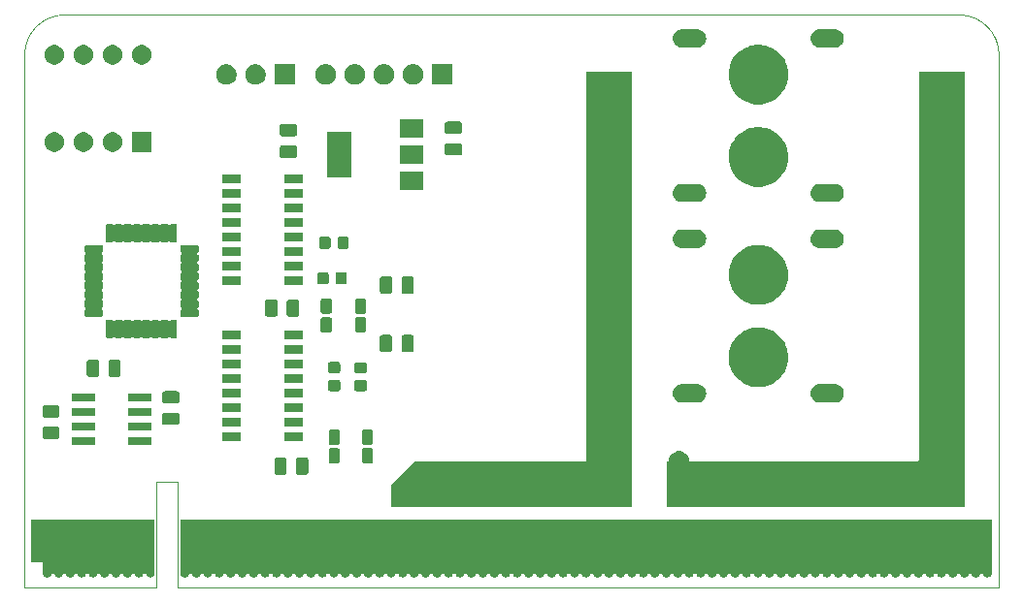
<source format=gbs>
G04 #@! TF.GenerationSoftware,KiCad,Pcbnew,(5.1.5)-3*
G04 #@! TF.CreationDate,2020-01-11T02:44:03+09:00*
G04 #@! TF.ProjectId,H-Bridge-MD,482d4272-6964-4676-952d-4d442e6b6963,rev?*
G04 #@! TF.SameCoordinates,Original*
G04 #@! TF.FileFunction,Soldermask,Bot*
G04 #@! TF.FilePolarity,Negative*
%FSLAX46Y46*%
G04 Gerber Fmt 4.6, Leading zero omitted, Abs format (unit mm)*
G04 Created by KiCad (PCBNEW (5.1.5)-3) date 2020-01-11 02:44:03*
%MOMM*%
%LPD*%
G04 APERTURE LIST*
%ADD10C,0.050000*%
%ADD11C,0.100000*%
G04 APERTURE END LIST*
D10*
X50000000Y-90000000D02*
X61468000Y-90000000D01*
X63373000Y-90000000D02*
X135000000Y-90000000D01*
X63373000Y-80772000D02*
X61468000Y-80772000D01*
X50000000Y-43500000D02*
G75*
G02X53500000Y-40000000I3500000J0D01*
G01*
X131500000Y-40000000D02*
G75*
G02X135000000Y-43500000I0J-3500000D01*
G01*
X63373000Y-80772000D02*
X63373000Y-90000000D01*
X61468000Y-90000000D02*
X61468000Y-80772000D01*
X131500000Y-40000000D02*
X53500000Y-40000000D01*
X50000000Y-43500000D02*
X50000000Y-90000000D01*
X135000000Y-43500000D02*
X135000000Y-90000000D01*
D11*
G36*
X134346000Y-88843689D02*
G01*
X134335443Y-88856553D01*
X134323893Y-88878161D01*
X134303207Y-88928103D01*
X134262058Y-88989686D01*
X134209686Y-89042058D01*
X134148103Y-89083207D01*
X134079675Y-89111550D01*
X134079674Y-89111550D01*
X134079672Y-89111551D01*
X134007034Y-89126000D01*
X133932966Y-89126000D01*
X133860328Y-89111551D01*
X133860326Y-89111550D01*
X133860325Y-89111550D01*
X133791897Y-89083207D01*
X133730314Y-89042058D01*
X133677942Y-88989686D01*
X133636793Y-88928103D01*
X133616107Y-88878161D01*
X133604557Y-88856553D01*
X133589011Y-88837611D01*
X133570069Y-88822066D01*
X133548459Y-88810515D01*
X133525010Y-88803402D01*
X133500624Y-88801000D01*
X133439376Y-88801000D01*
X133414990Y-88803402D01*
X133391541Y-88810515D01*
X133369930Y-88822066D01*
X133350988Y-88837611D01*
X133335443Y-88856553D01*
X133323893Y-88878161D01*
X133303207Y-88928103D01*
X133262058Y-88989686D01*
X133209686Y-89042058D01*
X133148103Y-89083207D01*
X133079675Y-89111550D01*
X133079674Y-89111550D01*
X133079672Y-89111551D01*
X133007034Y-89126000D01*
X132932966Y-89126000D01*
X132860328Y-89111551D01*
X132860326Y-89111550D01*
X132860325Y-89111550D01*
X132791897Y-89083207D01*
X132730314Y-89042058D01*
X132677942Y-88989686D01*
X132636793Y-88928103D01*
X132616107Y-88878161D01*
X132604557Y-88856553D01*
X132589011Y-88837611D01*
X132570069Y-88822066D01*
X132548459Y-88810515D01*
X132525010Y-88803402D01*
X132500624Y-88801000D01*
X132439376Y-88801000D01*
X132414990Y-88803402D01*
X132391541Y-88810515D01*
X132369930Y-88822066D01*
X132350988Y-88837611D01*
X132335443Y-88856553D01*
X132323893Y-88878161D01*
X132303207Y-88928103D01*
X132262058Y-88989686D01*
X132209686Y-89042058D01*
X132148103Y-89083207D01*
X132079675Y-89111550D01*
X132079674Y-89111550D01*
X132079672Y-89111551D01*
X132007034Y-89126000D01*
X131932966Y-89126000D01*
X131860328Y-89111551D01*
X131860326Y-89111550D01*
X131860325Y-89111550D01*
X131791897Y-89083207D01*
X131730314Y-89042058D01*
X131677942Y-88989686D01*
X131636793Y-88928103D01*
X131616107Y-88878161D01*
X131604557Y-88856553D01*
X131589011Y-88837611D01*
X131570069Y-88822066D01*
X131548459Y-88810515D01*
X131525010Y-88803402D01*
X131500624Y-88801000D01*
X131439376Y-88801000D01*
X131414990Y-88803402D01*
X131391541Y-88810515D01*
X131369930Y-88822066D01*
X131350988Y-88837611D01*
X131335443Y-88856553D01*
X131323893Y-88878161D01*
X131303207Y-88928103D01*
X131262058Y-88989686D01*
X131209686Y-89042058D01*
X131148103Y-89083207D01*
X131079675Y-89111550D01*
X131079674Y-89111550D01*
X131079672Y-89111551D01*
X131007034Y-89126000D01*
X130932966Y-89126000D01*
X130860328Y-89111551D01*
X130860326Y-89111550D01*
X130860325Y-89111550D01*
X130791897Y-89083207D01*
X130730314Y-89042058D01*
X130677942Y-88989686D01*
X130636793Y-88928103D01*
X130616107Y-88878161D01*
X130604557Y-88856553D01*
X130589011Y-88837611D01*
X130570069Y-88822066D01*
X130548459Y-88810515D01*
X130525010Y-88803402D01*
X130500624Y-88801000D01*
X130439376Y-88801000D01*
X130414990Y-88803402D01*
X130391541Y-88810515D01*
X130369930Y-88822066D01*
X130350988Y-88837611D01*
X130335443Y-88856553D01*
X130323893Y-88878161D01*
X130303207Y-88928103D01*
X130262058Y-88989686D01*
X130209686Y-89042058D01*
X130148103Y-89083207D01*
X130079675Y-89111550D01*
X130079674Y-89111550D01*
X130079672Y-89111551D01*
X130007034Y-89126000D01*
X129932966Y-89126000D01*
X129860328Y-89111551D01*
X129860326Y-89111550D01*
X129860325Y-89111550D01*
X129791897Y-89083207D01*
X129730314Y-89042058D01*
X129677942Y-88989686D01*
X129636793Y-88928103D01*
X129616107Y-88878161D01*
X129604557Y-88856553D01*
X129589011Y-88837611D01*
X129570069Y-88822066D01*
X129548459Y-88810515D01*
X129525010Y-88803402D01*
X129500624Y-88801000D01*
X129439376Y-88801000D01*
X129414990Y-88803402D01*
X129391541Y-88810515D01*
X129369930Y-88822066D01*
X129350988Y-88837611D01*
X129335443Y-88856553D01*
X129323893Y-88878161D01*
X129303207Y-88928103D01*
X129262058Y-88989686D01*
X129209686Y-89042058D01*
X129148103Y-89083207D01*
X129079675Y-89111550D01*
X129079674Y-89111550D01*
X129079672Y-89111551D01*
X129007034Y-89126000D01*
X128932966Y-89126000D01*
X128860328Y-89111551D01*
X128860326Y-89111550D01*
X128860325Y-89111550D01*
X128791897Y-89083207D01*
X128730314Y-89042058D01*
X128677942Y-88989686D01*
X128636793Y-88928103D01*
X128616107Y-88878161D01*
X128604557Y-88856553D01*
X128589011Y-88837611D01*
X128570069Y-88822066D01*
X128548459Y-88810515D01*
X128525010Y-88803402D01*
X128500624Y-88801000D01*
X128439376Y-88801000D01*
X128414990Y-88803402D01*
X128391541Y-88810515D01*
X128369930Y-88822066D01*
X128350988Y-88837611D01*
X128335443Y-88856553D01*
X128323893Y-88878161D01*
X128303207Y-88928103D01*
X128262058Y-88989686D01*
X128209686Y-89042058D01*
X128148103Y-89083207D01*
X128079675Y-89111550D01*
X128079674Y-89111550D01*
X128079672Y-89111551D01*
X128007034Y-89126000D01*
X127932966Y-89126000D01*
X127860328Y-89111551D01*
X127860326Y-89111550D01*
X127860325Y-89111550D01*
X127791897Y-89083207D01*
X127730314Y-89042058D01*
X127677942Y-88989686D01*
X127636793Y-88928103D01*
X127616107Y-88878161D01*
X127604557Y-88856553D01*
X127589011Y-88837611D01*
X127570069Y-88822066D01*
X127548459Y-88810515D01*
X127525010Y-88803402D01*
X127500624Y-88801000D01*
X127439376Y-88801000D01*
X127414990Y-88803402D01*
X127391541Y-88810515D01*
X127369930Y-88822066D01*
X127350988Y-88837611D01*
X127335443Y-88856553D01*
X127323893Y-88878161D01*
X127303207Y-88928103D01*
X127262058Y-88989686D01*
X127209686Y-89042058D01*
X127148103Y-89083207D01*
X127079675Y-89111550D01*
X127079674Y-89111550D01*
X127079672Y-89111551D01*
X127007034Y-89126000D01*
X126932966Y-89126000D01*
X126860328Y-89111551D01*
X126860326Y-89111550D01*
X126860325Y-89111550D01*
X126791897Y-89083207D01*
X126730314Y-89042058D01*
X126677942Y-88989686D01*
X126636793Y-88928103D01*
X126616107Y-88878161D01*
X126604557Y-88856553D01*
X126589011Y-88837611D01*
X126570069Y-88822066D01*
X126548459Y-88810515D01*
X126525010Y-88803402D01*
X126500624Y-88801000D01*
X126439376Y-88801000D01*
X126414990Y-88803402D01*
X126391541Y-88810515D01*
X126369930Y-88822066D01*
X126350988Y-88837611D01*
X126335443Y-88856553D01*
X126323893Y-88878161D01*
X126303207Y-88928103D01*
X126262058Y-88989686D01*
X126209686Y-89042058D01*
X126148103Y-89083207D01*
X126079675Y-89111550D01*
X126079674Y-89111550D01*
X126079672Y-89111551D01*
X126007034Y-89126000D01*
X125932966Y-89126000D01*
X125860328Y-89111551D01*
X125860326Y-89111550D01*
X125860325Y-89111550D01*
X125791897Y-89083207D01*
X125730314Y-89042058D01*
X125677942Y-88989686D01*
X125636793Y-88928103D01*
X125616107Y-88878161D01*
X125604557Y-88856553D01*
X125589011Y-88837611D01*
X125570069Y-88822066D01*
X125548459Y-88810515D01*
X125525010Y-88803402D01*
X125500624Y-88801000D01*
X125439376Y-88801000D01*
X125414990Y-88803402D01*
X125391541Y-88810515D01*
X125369930Y-88822066D01*
X125350988Y-88837611D01*
X125335443Y-88856553D01*
X125323893Y-88878161D01*
X125303207Y-88928103D01*
X125262058Y-88989686D01*
X125209686Y-89042058D01*
X125148103Y-89083207D01*
X125079675Y-89111550D01*
X125079674Y-89111550D01*
X125079672Y-89111551D01*
X125007034Y-89126000D01*
X124932966Y-89126000D01*
X124860328Y-89111551D01*
X124860326Y-89111550D01*
X124860325Y-89111550D01*
X124791897Y-89083207D01*
X124730314Y-89042058D01*
X124677942Y-88989686D01*
X124636793Y-88928103D01*
X124616107Y-88878161D01*
X124604557Y-88856553D01*
X124589011Y-88837611D01*
X124570069Y-88822066D01*
X124548459Y-88810515D01*
X124525010Y-88803402D01*
X124500624Y-88801000D01*
X124439376Y-88801000D01*
X124414990Y-88803402D01*
X124391541Y-88810515D01*
X124369930Y-88822066D01*
X124350988Y-88837611D01*
X124335443Y-88856553D01*
X124323893Y-88878161D01*
X124303207Y-88928103D01*
X124262058Y-88989686D01*
X124209686Y-89042058D01*
X124148103Y-89083207D01*
X124079675Y-89111550D01*
X124079674Y-89111550D01*
X124079672Y-89111551D01*
X124007034Y-89126000D01*
X123932966Y-89126000D01*
X123860328Y-89111551D01*
X123860326Y-89111550D01*
X123860325Y-89111550D01*
X123791897Y-89083207D01*
X123730314Y-89042058D01*
X123677942Y-88989686D01*
X123636793Y-88928103D01*
X123616107Y-88878161D01*
X123604557Y-88856553D01*
X123589011Y-88837611D01*
X123570069Y-88822066D01*
X123548459Y-88810515D01*
X123525010Y-88803402D01*
X123500624Y-88801000D01*
X123439376Y-88801000D01*
X123414990Y-88803402D01*
X123391541Y-88810515D01*
X123369930Y-88822066D01*
X123350988Y-88837611D01*
X123335443Y-88856553D01*
X123323893Y-88878161D01*
X123303207Y-88928103D01*
X123262058Y-88989686D01*
X123209686Y-89042058D01*
X123148103Y-89083207D01*
X123079675Y-89111550D01*
X123079674Y-89111550D01*
X123079672Y-89111551D01*
X123007034Y-89126000D01*
X122932966Y-89126000D01*
X122860328Y-89111551D01*
X122860326Y-89111550D01*
X122860325Y-89111550D01*
X122791897Y-89083207D01*
X122730314Y-89042058D01*
X122677942Y-88989686D01*
X122636793Y-88928103D01*
X122616107Y-88878161D01*
X122604557Y-88856553D01*
X122589011Y-88837611D01*
X122570069Y-88822066D01*
X122548459Y-88810515D01*
X122525010Y-88803402D01*
X122500624Y-88801000D01*
X122439376Y-88801000D01*
X122414990Y-88803402D01*
X122391541Y-88810515D01*
X122369930Y-88822066D01*
X122350988Y-88837611D01*
X122335443Y-88856553D01*
X122323893Y-88878161D01*
X122303207Y-88928103D01*
X122262058Y-88989686D01*
X122209686Y-89042058D01*
X122148103Y-89083207D01*
X122079675Y-89111550D01*
X122079674Y-89111550D01*
X122079672Y-89111551D01*
X122007034Y-89126000D01*
X121932966Y-89126000D01*
X121860328Y-89111551D01*
X121860326Y-89111550D01*
X121860325Y-89111550D01*
X121791897Y-89083207D01*
X121730314Y-89042058D01*
X121677942Y-88989686D01*
X121636793Y-88928103D01*
X121616107Y-88878161D01*
X121604557Y-88856553D01*
X121589011Y-88837611D01*
X121570069Y-88822066D01*
X121548459Y-88810515D01*
X121525010Y-88803402D01*
X121500624Y-88801000D01*
X121439376Y-88801000D01*
X121414990Y-88803402D01*
X121391541Y-88810515D01*
X121369930Y-88822066D01*
X121350988Y-88837611D01*
X121335443Y-88856553D01*
X121323893Y-88878161D01*
X121303207Y-88928103D01*
X121262058Y-88989686D01*
X121209686Y-89042058D01*
X121148103Y-89083207D01*
X121079675Y-89111550D01*
X121079674Y-89111550D01*
X121079672Y-89111551D01*
X121007034Y-89126000D01*
X120932966Y-89126000D01*
X120860328Y-89111551D01*
X120860326Y-89111550D01*
X120860325Y-89111550D01*
X120791897Y-89083207D01*
X120730314Y-89042058D01*
X120677942Y-88989686D01*
X120636793Y-88928103D01*
X120616107Y-88878161D01*
X120604557Y-88856553D01*
X120589011Y-88837611D01*
X120570069Y-88822066D01*
X120548459Y-88810515D01*
X120525010Y-88803402D01*
X120500624Y-88801000D01*
X120439376Y-88801000D01*
X120414990Y-88803402D01*
X120391541Y-88810515D01*
X120369930Y-88822066D01*
X120350988Y-88837611D01*
X120335443Y-88856553D01*
X120323893Y-88878161D01*
X120303207Y-88928103D01*
X120262058Y-88989686D01*
X120209686Y-89042058D01*
X120148103Y-89083207D01*
X120079675Y-89111550D01*
X120079674Y-89111550D01*
X120079672Y-89111551D01*
X120007034Y-89126000D01*
X119932966Y-89126000D01*
X119860328Y-89111551D01*
X119860326Y-89111550D01*
X119860325Y-89111550D01*
X119791897Y-89083207D01*
X119730314Y-89042058D01*
X119677942Y-88989686D01*
X119636793Y-88928103D01*
X119616107Y-88878161D01*
X119604557Y-88856553D01*
X119589011Y-88837611D01*
X119570069Y-88822066D01*
X119548459Y-88810515D01*
X119525010Y-88803402D01*
X119500624Y-88801000D01*
X119439376Y-88801000D01*
X119414990Y-88803402D01*
X119391541Y-88810515D01*
X119369930Y-88822066D01*
X119350988Y-88837611D01*
X119335443Y-88856553D01*
X119323893Y-88878161D01*
X119303207Y-88928103D01*
X119262058Y-88989686D01*
X119209686Y-89042058D01*
X119148103Y-89083207D01*
X119079675Y-89111550D01*
X119079674Y-89111550D01*
X119079672Y-89111551D01*
X119007034Y-89126000D01*
X118932966Y-89126000D01*
X118860328Y-89111551D01*
X118860326Y-89111550D01*
X118860325Y-89111550D01*
X118791897Y-89083207D01*
X118730314Y-89042058D01*
X118677942Y-88989686D01*
X118636793Y-88928103D01*
X118616107Y-88878161D01*
X118604557Y-88856553D01*
X118589011Y-88837611D01*
X118570069Y-88822066D01*
X118548459Y-88810515D01*
X118525010Y-88803402D01*
X118500624Y-88801000D01*
X118439376Y-88801000D01*
X118414990Y-88803402D01*
X118391541Y-88810515D01*
X118369930Y-88822066D01*
X118350988Y-88837611D01*
X118335443Y-88856553D01*
X118323893Y-88878161D01*
X118303207Y-88928103D01*
X118262058Y-88989686D01*
X118209686Y-89042058D01*
X118148103Y-89083207D01*
X118079675Y-89111550D01*
X118079674Y-89111550D01*
X118079672Y-89111551D01*
X118007034Y-89126000D01*
X117932966Y-89126000D01*
X117860328Y-89111551D01*
X117860326Y-89111550D01*
X117860325Y-89111550D01*
X117791897Y-89083207D01*
X117730314Y-89042058D01*
X117677942Y-88989686D01*
X117636793Y-88928103D01*
X117616107Y-88878161D01*
X117604557Y-88856553D01*
X117589011Y-88837611D01*
X117570069Y-88822066D01*
X117548459Y-88810515D01*
X117525010Y-88803402D01*
X117500624Y-88801000D01*
X117439376Y-88801000D01*
X117414990Y-88803402D01*
X117391541Y-88810515D01*
X117369930Y-88822066D01*
X117350988Y-88837611D01*
X117335443Y-88856553D01*
X117323893Y-88878161D01*
X117303207Y-88928103D01*
X117262058Y-88989686D01*
X117209686Y-89042058D01*
X117148103Y-89083207D01*
X117079675Y-89111550D01*
X117079674Y-89111550D01*
X117079672Y-89111551D01*
X117007034Y-89126000D01*
X116932966Y-89126000D01*
X116860328Y-89111551D01*
X116860326Y-89111550D01*
X116860325Y-89111550D01*
X116791897Y-89083207D01*
X116730314Y-89042058D01*
X116677942Y-88989686D01*
X116636793Y-88928103D01*
X116616107Y-88878161D01*
X116604557Y-88856553D01*
X116589011Y-88837611D01*
X116570069Y-88822066D01*
X116548459Y-88810515D01*
X116525010Y-88803402D01*
X116500624Y-88801000D01*
X116439376Y-88801000D01*
X116414990Y-88803402D01*
X116391541Y-88810515D01*
X116369930Y-88822066D01*
X116350988Y-88837611D01*
X116335443Y-88856553D01*
X116323893Y-88878161D01*
X116303207Y-88928103D01*
X116262058Y-88989686D01*
X116209686Y-89042058D01*
X116148103Y-89083207D01*
X116079675Y-89111550D01*
X116079674Y-89111550D01*
X116079672Y-89111551D01*
X116007034Y-89126000D01*
X115932966Y-89126000D01*
X115860328Y-89111551D01*
X115860326Y-89111550D01*
X115860325Y-89111550D01*
X115791897Y-89083207D01*
X115730314Y-89042058D01*
X115677942Y-88989686D01*
X115636793Y-88928103D01*
X115616107Y-88878161D01*
X115604557Y-88856553D01*
X115589011Y-88837611D01*
X115570069Y-88822066D01*
X115548459Y-88810515D01*
X115525010Y-88803402D01*
X115500624Y-88801000D01*
X115439376Y-88801000D01*
X115414990Y-88803402D01*
X115391541Y-88810515D01*
X115369930Y-88822066D01*
X115350988Y-88837611D01*
X115335443Y-88856553D01*
X115323893Y-88878161D01*
X115303207Y-88928103D01*
X115262058Y-88989686D01*
X115209686Y-89042058D01*
X115148103Y-89083207D01*
X115079675Y-89111550D01*
X115079674Y-89111550D01*
X115079672Y-89111551D01*
X115007034Y-89126000D01*
X114932966Y-89126000D01*
X114860328Y-89111551D01*
X114860326Y-89111550D01*
X114860325Y-89111550D01*
X114791897Y-89083207D01*
X114730314Y-89042058D01*
X114677942Y-88989686D01*
X114636793Y-88928103D01*
X114616107Y-88878161D01*
X114604557Y-88856553D01*
X114589011Y-88837611D01*
X114570069Y-88822066D01*
X114548459Y-88810515D01*
X114525010Y-88803402D01*
X114500624Y-88801000D01*
X114439376Y-88801000D01*
X114414990Y-88803402D01*
X114391541Y-88810515D01*
X114369930Y-88822066D01*
X114350988Y-88837611D01*
X114335443Y-88856553D01*
X114323893Y-88878161D01*
X114303207Y-88928103D01*
X114262058Y-88989686D01*
X114209686Y-89042058D01*
X114148103Y-89083207D01*
X114079675Y-89111550D01*
X114079674Y-89111550D01*
X114079672Y-89111551D01*
X114007034Y-89126000D01*
X113932966Y-89126000D01*
X113860328Y-89111551D01*
X113860326Y-89111550D01*
X113860325Y-89111550D01*
X113791897Y-89083207D01*
X113730314Y-89042058D01*
X113677942Y-88989686D01*
X113636793Y-88928103D01*
X113616107Y-88878161D01*
X113604557Y-88856553D01*
X113589011Y-88837611D01*
X113570069Y-88822066D01*
X113548459Y-88810515D01*
X113525010Y-88803402D01*
X113500624Y-88801000D01*
X113439376Y-88801000D01*
X113414990Y-88803402D01*
X113391541Y-88810515D01*
X113369930Y-88822066D01*
X113350988Y-88837611D01*
X113335443Y-88856553D01*
X113323893Y-88878161D01*
X113303207Y-88928103D01*
X113262058Y-88989686D01*
X113209686Y-89042058D01*
X113148103Y-89083207D01*
X113079675Y-89111550D01*
X113079674Y-89111550D01*
X113079672Y-89111551D01*
X113007034Y-89126000D01*
X112932966Y-89126000D01*
X112860328Y-89111551D01*
X112860326Y-89111550D01*
X112860325Y-89111550D01*
X112791897Y-89083207D01*
X112730314Y-89042058D01*
X112677942Y-88989686D01*
X112636793Y-88928103D01*
X112616107Y-88878161D01*
X112604557Y-88856553D01*
X112589011Y-88837611D01*
X112570069Y-88822066D01*
X112548459Y-88810515D01*
X112525010Y-88803402D01*
X112500624Y-88801000D01*
X112439376Y-88801000D01*
X112414990Y-88803402D01*
X112391541Y-88810515D01*
X112369930Y-88822066D01*
X112350988Y-88837611D01*
X112335443Y-88856553D01*
X112323893Y-88878161D01*
X112303207Y-88928103D01*
X112262058Y-88989686D01*
X112209686Y-89042058D01*
X112148103Y-89083207D01*
X112079675Y-89111550D01*
X112079674Y-89111550D01*
X112079672Y-89111551D01*
X112007034Y-89126000D01*
X111932966Y-89126000D01*
X111860328Y-89111551D01*
X111860326Y-89111550D01*
X111860325Y-89111550D01*
X111791897Y-89083207D01*
X111730314Y-89042058D01*
X111677942Y-88989686D01*
X111636793Y-88928103D01*
X111616107Y-88878161D01*
X111604557Y-88856553D01*
X111589011Y-88837611D01*
X111570069Y-88822066D01*
X111548459Y-88810515D01*
X111525010Y-88803402D01*
X111500624Y-88801000D01*
X111439376Y-88801000D01*
X111414990Y-88803402D01*
X111391541Y-88810515D01*
X111369930Y-88822066D01*
X111350988Y-88837611D01*
X111335443Y-88856553D01*
X111323893Y-88878161D01*
X111303207Y-88928103D01*
X111262058Y-88989686D01*
X111209686Y-89042058D01*
X111148103Y-89083207D01*
X111079675Y-89111550D01*
X111079674Y-89111550D01*
X111079672Y-89111551D01*
X111007034Y-89126000D01*
X110932966Y-89126000D01*
X110860328Y-89111551D01*
X110860326Y-89111550D01*
X110860325Y-89111550D01*
X110791897Y-89083207D01*
X110730314Y-89042058D01*
X110677942Y-88989686D01*
X110636793Y-88928103D01*
X110616107Y-88878161D01*
X110604557Y-88856553D01*
X110589011Y-88837611D01*
X110570069Y-88822066D01*
X110548459Y-88810515D01*
X110525010Y-88803402D01*
X110500624Y-88801000D01*
X110439376Y-88801000D01*
X110414990Y-88803402D01*
X110391541Y-88810515D01*
X110369930Y-88822066D01*
X110350988Y-88837611D01*
X110335443Y-88856553D01*
X110323893Y-88878161D01*
X110303207Y-88928103D01*
X110262058Y-88989686D01*
X110209686Y-89042058D01*
X110148103Y-89083207D01*
X110079675Y-89111550D01*
X110079674Y-89111550D01*
X110079672Y-89111551D01*
X110007034Y-89126000D01*
X109932966Y-89126000D01*
X109860328Y-89111551D01*
X109860326Y-89111550D01*
X109860325Y-89111550D01*
X109791897Y-89083207D01*
X109730314Y-89042058D01*
X109677942Y-88989686D01*
X109636793Y-88928103D01*
X109616107Y-88878161D01*
X109604557Y-88856553D01*
X109589011Y-88837611D01*
X109570069Y-88822066D01*
X109548459Y-88810515D01*
X109525010Y-88803402D01*
X109500624Y-88801000D01*
X109439376Y-88801000D01*
X109414990Y-88803402D01*
X109391541Y-88810515D01*
X109369930Y-88822066D01*
X109350988Y-88837611D01*
X109335443Y-88856553D01*
X109323893Y-88878161D01*
X109303207Y-88928103D01*
X109262058Y-88989686D01*
X109209686Y-89042058D01*
X109148103Y-89083207D01*
X109079675Y-89111550D01*
X109079674Y-89111550D01*
X109079672Y-89111551D01*
X109007034Y-89126000D01*
X108932966Y-89126000D01*
X108860328Y-89111551D01*
X108860326Y-89111550D01*
X108860325Y-89111550D01*
X108791897Y-89083207D01*
X108730314Y-89042058D01*
X108677942Y-88989686D01*
X108636793Y-88928103D01*
X108616107Y-88878161D01*
X108604557Y-88856553D01*
X108589011Y-88837611D01*
X108570069Y-88822066D01*
X108548459Y-88810515D01*
X108525010Y-88803402D01*
X108500624Y-88801000D01*
X108439376Y-88801000D01*
X108414990Y-88803402D01*
X108391541Y-88810515D01*
X108369930Y-88822066D01*
X108350988Y-88837611D01*
X108335443Y-88856553D01*
X108323893Y-88878161D01*
X108303207Y-88928103D01*
X108262058Y-88989686D01*
X108209686Y-89042058D01*
X108148103Y-89083207D01*
X108079675Y-89111550D01*
X108079674Y-89111550D01*
X108079672Y-89111551D01*
X108007034Y-89126000D01*
X107932966Y-89126000D01*
X107860328Y-89111551D01*
X107860326Y-89111550D01*
X107860325Y-89111550D01*
X107791897Y-89083207D01*
X107730314Y-89042058D01*
X107677942Y-88989686D01*
X107636793Y-88928103D01*
X107616107Y-88878161D01*
X107604557Y-88856553D01*
X107589011Y-88837611D01*
X107570069Y-88822066D01*
X107548459Y-88810515D01*
X107525010Y-88803402D01*
X107500624Y-88801000D01*
X107439376Y-88801000D01*
X107414990Y-88803402D01*
X107391541Y-88810515D01*
X107369930Y-88822066D01*
X107350988Y-88837611D01*
X107335443Y-88856553D01*
X107323893Y-88878161D01*
X107303207Y-88928103D01*
X107262058Y-88989686D01*
X107209686Y-89042058D01*
X107148103Y-89083207D01*
X107079675Y-89111550D01*
X107079674Y-89111550D01*
X107079672Y-89111551D01*
X107007034Y-89126000D01*
X106932966Y-89126000D01*
X106860328Y-89111551D01*
X106860326Y-89111550D01*
X106860325Y-89111550D01*
X106791897Y-89083207D01*
X106730314Y-89042058D01*
X106677942Y-88989686D01*
X106636793Y-88928103D01*
X106616107Y-88878161D01*
X106604557Y-88856553D01*
X106589011Y-88837611D01*
X106570069Y-88822066D01*
X106548459Y-88810515D01*
X106525010Y-88803402D01*
X106500624Y-88801000D01*
X106439376Y-88801000D01*
X106414990Y-88803402D01*
X106391541Y-88810515D01*
X106369930Y-88822066D01*
X106350988Y-88837611D01*
X106335443Y-88856553D01*
X106323893Y-88878161D01*
X106303207Y-88928103D01*
X106262058Y-88989686D01*
X106209686Y-89042058D01*
X106148103Y-89083207D01*
X106079675Y-89111550D01*
X106079674Y-89111550D01*
X106079672Y-89111551D01*
X106007034Y-89126000D01*
X105932966Y-89126000D01*
X105860328Y-89111551D01*
X105860326Y-89111550D01*
X105860325Y-89111550D01*
X105791897Y-89083207D01*
X105730314Y-89042058D01*
X105677942Y-88989686D01*
X105636793Y-88928103D01*
X105616107Y-88878161D01*
X105604557Y-88856553D01*
X105589011Y-88837611D01*
X105570069Y-88822066D01*
X105548459Y-88810515D01*
X105525010Y-88803402D01*
X105500624Y-88801000D01*
X105439376Y-88801000D01*
X105414990Y-88803402D01*
X105391541Y-88810515D01*
X105369930Y-88822066D01*
X105350988Y-88837611D01*
X105335443Y-88856553D01*
X105323893Y-88878161D01*
X105303207Y-88928103D01*
X105262058Y-88989686D01*
X105209686Y-89042058D01*
X105148103Y-89083207D01*
X105079675Y-89111550D01*
X105079674Y-89111550D01*
X105079672Y-89111551D01*
X105007034Y-89126000D01*
X104932966Y-89126000D01*
X104860328Y-89111551D01*
X104860326Y-89111550D01*
X104860325Y-89111550D01*
X104791897Y-89083207D01*
X104730314Y-89042058D01*
X104677942Y-88989686D01*
X104636793Y-88928103D01*
X104616107Y-88878161D01*
X104604557Y-88856553D01*
X104589011Y-88837611D01*
X104570069Y-88822066D01*
X104548459Y-88810515D01*
X104525010Y-88803402D01*
X104500624Y-88801000D01*
X104439376Y-88801000D01*
X104414990Y-88803402D01*
X104391541Y-88810515D01*
X104369930Y-88822066D01*
X104350988Y-88837611D01*
X104335443Y-88856553D01*
X104323893Y-88878161D01*
X104303207Y-88928103D01*
X104262058Y-88989686D01*
X104209686Y-89042058D01*
X104148103Y-89083207D01*
X104079675Y-89111550D01*
X104079674Y-89111550D01*
X104079672Y-89111551D01*
X104007034Y-89126000D01*
X103932966Y-89126000D01*
X103860328Y-89111551D01*
X103860326Y-89111550D01*
X103860325Y-89111550D01*
X103791897Y-89083207D01*
X103730314Y-89042058D01*
X103677942Y-88989686D01*
X103636793Y-88928103D01*
X103616107Y-88878161D01*
X103604557Y-88856553D01*
X103589011Y-88837611D01*
X103570069Y-88822066D01*
X103548459Y-88810515D01*
X103525010Y-88803402D01*
X103500624Y-88801000D01*
X103439376Y-88801000D01*
X103414990Y-88803402D01*
X103391541Y-88810515D01*
X103369930Y-88822066D01*
X103350988Y-88837611D01*
X103335443Y-88856553D01*
X103323893Y-88878161D01*
X103303207Y-88928103D01*
X103262058Y-88989686D01*
X103209686Y-89042058D01*
X103148103Y-89083207D01*
X103079675Y-89111550D01*
X103079674Y-89111550D01*
X103079672Y-89111551D01*
X103007034Y-89126000D01*
X102932966Y-89126000D01*
X102860328Y-89111551D01*
X102860326Y-89111550D01*
X102860325Y-89111550D01*
X102791897Y-89083207D01*
X102730314Y-89042058D01*
X102677942Y-88989686D01*
X102636793Y-88928103D01*
X102616107Y-88878161D01*
X102604557Y-88856553D01*
X102589011Y-88837611D01*
X102570069Y-88822066D01*
X102548459Y-88810515D01*
X102525010Y-88803402D01*
X102500624Y-88801000D01*
X102439376Y-88801000D01*
X102414990Y-88803402D01*
X102391541Y-88810515D01*
X102369930Y-88822066D01*
X102350988Y-88837611D01*
X102335443Y-88856553D01*
X102323893Y-88878161D01*
X102303207Y-88928103D01*
X102262058Y-88989686D01*
X102209686Y-89042058D01*
X102148103Y-89083207D01*
X102079675Y-89111550D01*
X102079674Y-89111550D01*
X102079672Y-89111551D01*
X102007034Y-89126000D01*
X101932966Y-89126000D01*
X101860328Y-89111551D01*
X101860326Y-89111550D01*
X101860325Y-89111550D01*
X101791897Y-89083207D01*
X101730314Y-89042058D01*
X101677942Y-88989686D01*
X101636793Y-88928103D01*
X101616107Y-88878161D01*
X101604557Y-88856553D01*
X101589011Y-88837611D01*
X101570069Y-88822066D01*
X101548459Y-88810515D01*
X101525010Y-88803402D01*
X101500624Y-88801000D01*
X101439376Y-88801000D01*
X101414990Y-88803402D01*
X101391541Y-88810515D01*
X101369930Y-88822066D01*
X101350988Y-88837611D01*
X101335443Y-88856553D01*
X101323893Y-88878161D01*
X101303207Y-88928103D01*
X101262058Y-88989686D01*
X101209686Y-89042058D01*
X101148103Y-89083207D01*
X101079675Y-89111550D01*
X101079674Y-89111550D01*
X101079672Y-89111551D01*
X101007034Y-89126000D01*
X100932966Y-89126000D01*
X100860328Y-89111551D01*
X100860326Y-89111550D01*
X100860325Y-89111550D01*
X100791897Y-89083207D01*
X100730314Y-89042058D01*
X100677942Y-88989686D01*
X100636793Y-88928103D01*
X100616107Y-88878161D01*
X100604557Y-88856553D01*
X100589011Y-88837611D01*
X100570069Y-88822066D01*
X100548459Y-88810515D01*
X100525010Y-88803402D01*
X100500624Y-88801000D01*
X100439376Y-88801000D01*
X100414990Y-88803402D01*
X100391541Y-88810515D01*
X100369930Y-88822066D01*
X100350988Y-88837611D01*
X100335443Y-88856553D01*
X100323893Y-88878161D01*
X100303207Y-88928103D01*
X100262058Y-88989686D01*
X100209686Y-89042058D01*
X100148103Y-89083207D01*
X100079675Y-89111550D01*
X100079674Y-89111550D01*
X100079672Y-89111551D01*
X100007034Y-89126000D01*
X99932966Y-89126000D01*
X99860328Y-89111551D01*
X99860326Y-89111550D01*
X99860325Y-89111550D01*
X99791897Y-89083207D01*
X99730314Y-89042058D01*
X99677942Y-88989686D01*
X99636793Y-88928103D01*
X99616107Y-88878161D01*
X99604557Y-88856553D01*
X99589011Y-88837611D01*
X99570069Y-88822066D01*
X99548459Y-88810515D01*
X99525010Y-88803402D01*
X99500624Y-88801000D01*
X99439376Y-88801000D01*
X99414990Y-88803402D01*
X99391541Y-88810515D01*
X99369930Y-88822066D01*
X99350988Y-88837611D01*
X99335443Y-88856553D01*
X99323893Y-88878161D01*
X99303207Y-88928103D01*
X99262058Y-88989686D01*
X99209686Y-89042058D01*
X99148103Y-89083207D01*
X99079675Y-89111550D01*
X99079674Y-89111550D01*
X99079672Y-89111551D01*
X99007034Y-89126000D01*
X98932966Y-89126000D01*
X98860328Y-89111551D01*
X98860326Y-89111550D01*
X98860325Y-89111550D01*
X98791897Y-89083207D01*
X98730314Y-89042058D01*
X98677942Y-88989686D01*
X98636793Y-88928103D01*
X98616107Y-88878161D01*
X98604557Y-88856553D01*
X98589011Y-88837611D01*
X98570069Y-88822066D01*
X98548459Y-88810515D01*
X98525010Y-88803402D01*
X98500624Y-88801000D01*
X98439376Y-88801000D01*
X98414990Y-88803402D01*
X98391541Y-88810515D01*
X98369930Y-88822066D01*
X98350988Y-88837611D01*
X98335443Y-88856553D01*
X98323893Y-88878161D01*
X98303207Y-88928103D01*
X98262058Y-88989686D01*
X98209686Y-89042058D01*
X98148103Y-89083207D01*
X98079675Y-89111550D01*
X98079674Y-89111550D01*
X98079672Y-89111551D01*
X98007034Y-89126000D01*
X97932966Y-89126000D01*
X97860328Y-89111551D01*
X97860326Y-89111550D01*
X97860325Y-89111550D01*
X97791897Y-89083207D01*
X97730314Y-89042058D01*
X97677942Y-88989686D01*
X97636793Y-88928103D01*
X97616107Y-88878161D01*
X97604557Y-88856553D01*
X97589011Y-88837611D01*
X97570069Y-88822066D01*
X97548459Y-88810515D01*
X97525010Y-88803402D01*
X97500624Y-88801000D01*
X97439376Y-88801000D01*
X97414990Y-88803402D01*
X97391541Y-88810515D01*
X97369930Y-88822066D01*
X97350988Y-88837611D01*
X97335443Y-88856553D01*
X97323893Y-88878161D01*
X97303207Y-88928103D01*
X97262058Y-88989686D01*
X97209686Y-89042058D01*
X97148103Y-89083207D01*
X97079675Y-89111550D01*
X97079674Y-89111550D01*
X97079672Y-89111551D01*
X97007034Y-89126000D01*
X96932966Y-89126000D01*
X96860328Y-89111551D01*
X96860326Y-89111550D01*
X96860325Y-89111550D01*
X96791897Y-89083207D01*
X96730314Y-89042058D01*
X96677942Y-88989686D01*
X96636793Y-88928103D01*
X96616107Y-88878161D01*
X96604557Y-88856553D01*
X96589011Y-88837611D01*
X96570069Y-88822066D01*
X96548459Y-88810515D01*
X96525010Y-88803402D01*
X96500624Y-88801000D01*
X96439376Y-88801000D01*
X96414990Y-88803402D01*
X96391541Y-88810515D01*
X96369930Y-88822066D01*
X96350988Y-88837611D01*
X96335443Y-88856553D01*
X96323893Y-88878161D01*
X96303207Y-88928103D01*
X96262058Y-88989686D01*
X96209686Y-89042058D01*
X96148103Y-89083207D01*
X96079675Y-89111550D01*
X96079674Y-89111550D01*
X96079672Y-89111551D01*
X96007034Y-89126000D01*
X95932966Y-89126000D01*
X95860328Y-89111551D01*
X95860326Y-89111550D01*
X95860325Y-89111550D01*
X95791897Y-89083207D01*
X95730314Y-89042058D01*
X95677942Y-88989686D01*
X95636793Y-88928103D01*
X95616107Y-88878161D01*
X95604557Y-88856553D01*
X95589011Y-88837611D01*
X95570069Y-88822066D01*
X95548459Y-88810515D01*
X95525010Y-88803402D01*
X95500624Y-88801000D01*
X95439376Y-88801000D01*
X95414990Y-88803402D01*
X95391541Y-88810515D01*
X95369930Y-88822066D01*
X95350988Y-88837611D01*
X95335443Y-88856553D01*
X95323893Y-88878161D01*
X95303207Y-88928103D01*
X95262058Y-88989686D01*
X95209686Y-89042058D01*
X95148103Y-89083207D01*
X95079675Y-89111550D01*
X95079674Y-89111550D01*
X95079672Y-89111551D01*
X95007034Y-89126000D01*
X94932966Y-89126000D01*
X94860328Y-89111551D01*
X94860326Y-89111550D01*
X94860325Y-89111550D01*
X94791897Y-89083207D01*
X94730314Y-89042058D01*
X94677942Y-88989686D01*
X94636793Y-88928103D01*
X94616107Y-88878161D01*
X94604557Y-88856553D01*
X94589011Y-88837611D01*
X94570069Y-88822066D01*
X94548459Y-88810515D01*
X94525010Y-88803402D01*
X94500624Y-88801000D01*
X94439376Y-88801000D01*
X94414990Y-88803402D01*
X94391541Y-88810515D01*
X94369930Y-88822066D01*
X94350988Y-88837611D01*
X94335443Y-88856553D01*
X94323893Y-88878161D01*
X94303207Y-88928103D01*
X94262058Y-88989686D01*
X94209686Y-89042058D01*
X94148103Y-89083207D01*
X94079675Y-89111550D01*
X94079674Y-89111550D01*
X94079672Y-89111551D01*
X94007034Y-89126000D01*
X93932966Y-89126000D01*
X93860328Y-89111551D01*
X93860326Y-89111550D01*
X93860325Y-89111550D01*
X93791897Y-89083207D01*
X93730314Y-89042058D01*
X93677942Y-88989686D01*
X93636793Y-88928103D01*
X93616107Y-88878161D01*
X93604557Y-88856553D01*
X93589011Y-88837611D01*
X93570069Y-88822066D01*
X93548459Y-88810515D01*
X93525010Y-88803402D01*
X93500624Y-88801000D01*
X93439376Y-88801000D01*
X93414990Y-88803402D01*
X93391541Y-88810515D01*
X93369930Y-88822066D01*
X93350988Y-88837611D01*
X93335443Y-88856553D01*
X93323893Y-88878161D01*
X93303207Y-88928103D01*
X93262058Y-88989686D01*
X93209686Y-89042058D01*
X93148103Y-89083207D01*
X93079675Y-89111550D01*
X93079674Y-89111550D01*
X93079672Y-89111551D01*
X93007034Y-89126000D01*
X92932966Y-89126000D01*
X92860328Y-89111551D01*
X92860326Y-89111550D01*
X92860325Y-89111550D01*
X92791897Y-89083207D01*
X92730314Y-89042058D01*
X92677942Y-88989686D01*
X92636793Y-88928103D01*
X92616107Y-88878161D01*
X92604557Y-88856553D01*
X92589011Y-88837611D01*
X92570069Y-88822066D01*
X92548459Y-88810515D01*
X92525010Y-88803402D01*
X92500624Y-88801000D01*
X92439376Y-88801000D01*
X92414990Y-88803402D01*
X92391541Y-88810515D01*
X92369930Y-88822066D01*
X92350988Y-88837611D01*
X92335443Y-88856553D01*
X92323893Y-88878161D01*
X92303207Y-88928103D01*
X92262058Y-88989686D01*
X92209686Y-89042058D01*
X92148103Y-89083207D01*
X92079675Y-89111550D01*
X92079674Y-89111550D01*
X92079672Y-89111551D01*
X92007034Y-89126000D01*
X91932966Y-89126000D01*
X91860328Y-89111551D01*
X91860326Y-89111550D01*
X91860325Y-89111550D01*
X91791897Y-89083207D01*
X91730314Y-89042058D01*
X91677942Y-88989686D01*
X91636793Y-88928103D01*
X91616107Y-88878161D01*
X91604557Y-88856553D01*
X91589011Y-88837611D01*
X91570069Y-88822066D01*
X91548459Y-88810515D01*
X91525010Y-88803402D01*
X91500624Y-88801000D01*
X91439376Y-88801000D01*
X91414990Y-88803402D01*
X91391541Y-88810515D01*
X91369930Y-88822066D01*
X91350988Y-88837611D01*
X91335443Y-88856553D01*
X91323893Y-88878161D01*
X91303207Y-88928103D01*
X91262058Y-88989686D01*
X91209686Y-89042058D01*
X91148103Y-89083207D01*
X91079675Y-89111550D01*
X91079674Y-89111550D01*
X91079672Y-89111551D01*
X91007034Y-89126000D01*
X90932966Y-89126000D01*
X90860328Y-89111551D01*
X90860326Y-89111550D01*
X90860325Y-89111550D01*
X90791897Y-89083207D01*
X90730314Y-89042058D01*
X90677942Y-88989686D01*
X90636793Y-88928103D01*
X90616107Y-88878161D01*
X90604557Y-88856553D01*
X90589011Y-88837611D01*
X90570069Y-88822066D01*
X90548459Y-88810515D01*
X90525010Y-88803402D01*
X90500624Y-88801000D01*
X90439376Y-88801000D01*
X90414990Y-88803402D01*
X90391541Y-88810515D01*
X90369930Y-88822066D01*
X90350988Y-88837611D01*
X90335443Y-88856553D01*
X90323893Y-88878161D01*
X90303207Y-88928103D01*
X90262058Y-88989686D01*
X90209686Y-89042058D01*
X90148103Y-89083207D01*
X90079675Y-89111550D01*
X90079674Y-89111550D01*
X90079672Y-89111551D01*
X90007034Y-89126000D01*
X89932966Y-89126000D01*
X89860328Y-89111551D01*
X89860326Y-89111550D01*
X89860325Y-89111550D01*
X89791897Y-89083207D01*
X89730314Y-89042058D01*
X89677942Y-88989686D01*
X89636793Y-88928103D01*
X89616107Y-88878161D01*
X89604557Y-88856553D01*
X89589011Y-88837611D01*
X89570069Y-88822066D01*
X89548459Y-88810515D01*
X89525010Y-88803402D01*
X89500624Y-88801000D01*
X89439376Y-88801000D01*
X89414990Y-88803402D01*
X89391541Y-88810515D01*
X89369930Y-88822066D01*
X89350988Y-88837611D01*
X89335443Y-88856553D01*
X89323893Y-88878161D01*
X89303207Y-88928103D01*
X89262058Y-88989686D01*
X89209686Y-89042058D01*
X89148103Y-89083207D01*
X89079675Y-89111550D01*
X89079674Y-89111550D01*
X89079672Y-89111551D01*
X89007034Y-89126000D01*
X88932966Y-89126000D01*
X88860328Y-89111551D01*
X88860326Y-89111550D01*
X88860325Y-89111550D01*
X88791897Y-89083207D01*
X88730314Y-89042058D01*
X88677942Y-88989686D01*
X88636793Y-88928103D01*
X88616107Y-88878161D01*
X88604557Y-88856553D01*
X88589011Y-88837611D01*
X88570069Y-88822066D01*
X88548459Y-88810515D01*
X88525010Y-88803402D01*
X88500624Y-88801000D01*
X88439376Y-88801000D01*
X88414990Y-88803402D01*
X88391541Y-88810515D01*
X88369930Y-88822066D01*
X88350988Y-88837611D01*
X88335443Y-88856553D01*
X88323893Y-88878161D01*
X88303207Y-88928103D01*
X88262058Y-88989686D01*
X88209686Y-89042058D01*
X88148103Y-89083207D01*
X88079675Y-89111550D01*
X88079674Y-89111550D01*
X88079672Y-89111551D01*
X88007034Y-89126000D01*
X87932966Y-89126000D01*
X87860328Y-89111551D01*
X87860326Y-89111550D01*
X87860325Y-89111550D01*
X87791897Y-89083207D01*
X87730314Y-89042058D01*
X87677942Y-88989686D01*
X87636793Y-88928103D01*
X87616107Y-88878161D01*
X87604557Y-88856553D01*
X87589011Y-88837611D01*
X87570069Y-88822066D01*
X87548459Y-88810515D01*
X87525010Y-88803402D01*
X87500624Y-88801000D01*
X87439376Y-88801000D01*
X87414990Y-88803402D01*
X87391541Y-88810515D01*
X87369930Y-88822066D01*
X87350988Y-88837611D01*
X87335443Y-88856553D01*
X87323893Y-88878161D01*
X87303207Y-88928103D01*
X87262058Y-88989686D01*
X87209686Y-89042058D01*
X87148103Y-89083207D01*
X87079675Y-89111550D01*
X87079674Y-89111550D01*
X87079672Y-89111551D01*
X87007034Y-89126000D01*
X86932966Y-89126000D01*
X86860328Y-89111551D01*
X86860326Y-89111550D01*
X86860325Y-89111550D01*
X86791897Y-89083207D01*
X86730314Y-89042058D01*
X86677942Y-88989686D01*
X86636793Y-88928103D01*
X86616107Y-88878161D01*
X86604557Y-88856553D01*
X86589011Y-88837611D01*
X86570069Y-88822066D01*
X86548459Y-88810515D01*
X86525010Y-88803402D01*
X86500624Y-88801000D01*
X86439376Y-88801000D01*
X86414990Y-88803402D01*
X86391541Y-88810515D01*
X86369930Y-88822066D01*
X86350988Y-88837611D01*
X86335443Y-88856553D01*
X86323893Y-88878161D01*
X86303207Y-88928103D01*
X86262058Y-88989686D01*
X86209686Y-89042058D01*
X86148103Y-89083207D01*
X86079675Y-89111550D01*
X86079674Y-89111550D01*
X86079672Y-89111551D01*
X86007034Y-89126000D01*
X85932966Y-89126000D01*
X85860328Y-89111551D01*
X85860326Y-89111550D01*
X85860325Y-89111550D01*
X85791897Y-89083207D01*
X85730314Y-89042058D01*
X85677942Y-88989686D01*
X85636793Y-88928103D01*
X85616107Y-88878161D01*
X85604557Y-88856553D01*
X85589011Y-88837611D01*
X85570069Y-88822066D01*
X85548459Y-88810515D01*
X85525010Y-88803402D01*
X85500624Y-88801000D01*
X85439376Y-88801000D01*
X85414990Y-88803402D01*
X85391541Y-88810515D01*
X85369930Y-88822066D01*
X85350988Y-88837611D01*
X85335443Y-88856553D01*
X85323893Y-88878161D01*
X85303207Y-88928103D01*
X85262058Y-88989686D01*
X85209686Y-89042058D01*
X85148103Y-89083207D01*
X85079675Y-89111550D01*
X85079674Y-89111550D01*
X85079672Y-89111551D01*
X85007034Y-89126000D01*
X84932966Y-89126000D01*
X84860328Y-89111551D01*
X84860326Y-89111550D01*
X84860325Y-89111550D01*
X84791897Y-89083207D01*
X84730314Y-89042058D01*
X84677942Y-88989686D01*
X84636793Y-88928103D01*
X84616107Y-88878161D01*
X84604557Y-88856553D01*
X84589011Y-88837611D01*
X84570069Y-88822066D01*
X84548459Y-88810515D01*
X84525010Y-88803402D01*
X84500624Y-88801000D01*
X84439376Y-88801000D01*
X84414990Y-88803402D01*
X84391541Y-88810515D01*
X84369930Y-88822066D01*
X84350988Y-88837611D01*
X84335443Y-88856553D01*
X84323893Y-88878161D01*
X84303207Y-88928103D01*
X84262058Y-88989686D01*
X84209686Y-89042058D01*
X84148103Y-89083207D01*
X84079675Y-89111550D01*
X84079674Y-89111550D01*
X84079672Y-89111551D01*
X84007034Y-89126000D01*
X83932966Y-89126000D01*
X83860328Y-89111551D01*
X83860326Y-89111550D01*
X83860325Y-89111550D01*
X83791897Y-89083207D01*
X83730314Y-89042058D01*
X83677942Y-88989686D01*
X83636793Y-88928103D01*
X83616107Y-88878161D01*
X83604557Y-88856553D01*
X83589011Y-88837611D01*
X83570069Y-88822066D01*
X83548459Y-88810515D01*
X83525010Y-88803402D01*
X83500624Y-88801000D01*
X83439376Y-88801000D01*
X83414990Y-88803402D01*
X83391541Y-88810515D01*
X83369930Y-88822066D01*
X83350988Y-88837611D01*
X83335443Y-88856553D01*
X83323893Y-88878161D01*
X83303207Y-88928103D01*
X83262058Y-88989686D01*
X83209686Y-89042058D01*
X83148103Y-89083207D01*
X83079675Y-89111550D01*
X83079674Y-89111550D01*
X83079672Y-89111551D01*
X83007034Y-89126000D01*
X82932966Y-89126000D01*
X82860328Y-89111551D01*
X82860326Y-89111550D01*
X82860325Y-89111550D01*
X82791897Y-89083207D01*
X82730314Y-89042058D01*
X82677942Y-88989686D01*
X82636793Y-88928103D01*
X82616107Y-88878161D01*
X82604557Y-88856553D01*
X82589011Y-88837611D01*
X82570069Y-88822066D01*
X82548459Y-88810515D01*
X82525010Y-88803402D01*
X82500624Y-88801000D01*
X82439376Y-88801000D01*
X82414990Y-88803402D01*
X82391541Y-88810515D01*
X82369930Y-88822066D01*
X82350988Y-88837611D01*
X82335443Y-88856553D01*
X82323893Y-88878161D01*
X82303207Y-88928103D01*
X82262058Y-88989686D01*
X82209686Y-89042058D01*
X82148103Y-89083207D01*
X82079675Y-89111550D01*
X82079674Y-89111550D01*
X82079672Y-89111551D01*
X82007034Y-89126000D01*
X81932966Y-89126000D01*
X81860328Y-89111551D01*
X81860326Y-89111550D01*
X81860325Y-89111550D01*
X81791897Y-89083207D01*
X81730314Y-89042058D01*
X81677942Y-88989686D01*
X81636793Y-88928103D01*
X81616107Y-88878161D01*
X81604557Y-88856553D01*
X81589011Y-88837611D01*
X81570069Y-88822066D01*
X81548459Y-88810515D01*
X81525010Y-88803402D01*
X81500624Y-88801000D01*
X81439376Y-88801000D01*
X81414990Y-88803402D01*
X81391541Y-88810515D01*
X81369930Y-88822066D01*
X81350988Y-88837611D01*
X81335443Y-88856553D01*
X81323893Y-88878161D01*
X81303207Y-88928103D01*
X81262058Y-88989686D01*
X81209686Y-89042058D01*
X81148103Y-89083207D01*
X81079675Y-89111550D01*
X81079674Y-89111550D01*
X81079672Y-89111551D01*
X81007034Y-89126000D01*
X80932966Y-89126000D01*
X80860328Y-89111551D01*
X80860326Y-89111550D01*
X80860325Y-89111550D01*
X80791897Y-89083207D01*
X80730314Y-89042058D01*
X80677942Y-88989686D01*
X80636793Y-88928103D01*
X80616107Y-88878161D01*
X80604557Y-88856553D01*
X80589011Y-88837611D01*
X80570069Y-88822066D01*
X80548459Y-88810515D01*
X80525010Y-88803402D01*
X80500624Y-88801000D01*
X80439376Y-88801000D01*
X80414990Y-88803402D01*
X80391541Y-88810515D01*
X80369930Y-88822066D01*
X80350988Y-88837611D01*
X80335443Y-88856553D01*
X80323893Y-88878161D01*
X80303207Y-88928103D01*
X80262058Y-88989686D01*
X80209686Y-89042058D01*
X80148103Y-89083207D01*
X80079675Y-89111550D01*
X80079674Y-89111550D01*
X80079672Y-89111551D01*
X80007034Y-89126000D01*
X79932966Y-89126000D01*
X79860328Y-89111551D01*
X79860326Y-89111550D01*
X79860325Y-89111550D01*
X79791897Y-89083207D01*
X79730314Y-89042058D01*
X79677942Y-88989686D01*
X79636793Y-88928103D01*
X79616107Y-88878161D01*
X79604557Y-88856553D01*
X79589011Y-88837611D01*
X79570069Y-88822066D01*
X79548459Y-88810515D01*
X79525010Y-88803402D01*
X79500624Y-88801000D01*
X79439376Y-88801000D01*
X79414990Y-88803402D01*
X79391541Y-88810515D01*
X79369930Y-88822066D01*
X79350988Y-88837611D01*
X79335443Y-88856553D01*
X79323893Y-88878161D01*
X79303207Y-88928103D01*
X79262058Y-88989686D01*
X79209686Y-89042058D01*
X79148103Y-89083207D01*
X79079675Y-89111550D01*
X79079674Y-89111550D01*
X79079672Y-89111551D01*
X79007034Y-89126000D01*
X78932966Y-89126000D01*
X78860328Y-89111551D01*
X78860326Y-89111550D01*
X78860325Y-89111550D01*
X78791897Y-89083207D01*
X78730314Y-89042058D01*
X78677942Y-88989686D01*
X78636793Y-88928103D01*
X78616107Y-88878161D01*
X78604557Y-88856553D01*
X78589011Y-88837611D01*
X78570069Y-88822066D01*
X78548459Y-88810515D01*
X78525010Y-88803402D01*
X78500624Y-88801000D01*
X78439376Y-88801000D01*
X78414990Y-88803402D01*
X78391541Y-88810515D01*
X78369930Y-88822066D01*
X78350988Y-88837611D01*
X78335443Y-88856553D01*
X78323893Y-88878161D01*
X78303207Y-88928103D01*
X78262058Y-88989686D01*
X78209686Y-89042058D01*
X78148103Y-89083207D01*
X78079675Y-89111550D01*
X78079674Y-89111550D01*
X78079672Y-89111551D01*
X78007034Y-89126000D01*
X77932966Y-89126000D01*
X77860328Y-89111551D01*
X77860326Y-89111550D01*
X77860325Y-89111550D01*
X77791897Y-89083207D01*
X77730314Y-89042058D01*
X77677942Y-88989686D01*
X77636793Y-88928103D01*
X77616107Y-88878161D01*
X77604557Y-88856553D01*
X77589011Y-88837611D01*
X77570069Y-88822066D01*
X77548459Y-88810515D01*
X77525010Y-88803402D01*
X77500624Y-88801000D01*
X77439376Y-88801000D01*
X77414990Y-88803402D01*
X77391541Y-88810515D01*
X77369930Y-88822066D01*
X77350988Y-88837611D01*
X77335443Y-88856553D01*
X77323893Y-88878161D01*
X77303207Y-88928103D01*
X77262058Y-88989686D01*
X77209686Y-89042058D01*
X77148103Y-89083207D01*
X77079675Y-89111550D01*
X77079674Y-89111550D01*
X77079672Y-89111551D01*
X77007034Y-89126000D01*
X76932966Y-89126000D01*
X76860328Y-89111551D01*
X76860326Y-89111550D01*
X76860325Y-89111550D01*
X76791897Y-89083207D01*
X76730314Y-89042058D01*
X76677942Y-88989686D01*
X76636793Y-88928103D01*
X76616107Y-88878161D01*
X76604557Y-88856553D01*
X76589011Y-88837611D01*
X76570069Y-88822066D01*
X76548459Y-88810515D01*
X76525010Y-88803402D01*
X76500624Y-88801000D01*
X76439376Y-88801000D01*
X76414990Y-88803402D01*
X76391541Y-88810515D01*
X76369930Y-88822066D01*
X76350988Y-88837611D01*
X76335443Y-88856553D01*
X76323893Y-88878161D01*
X76303207Y-88928103D01*
X76262058Y-88989686D01*
X76209686Y-89042058D01*
X76148103Y-89083207D01*
X76079675Y-89111550D01*
X76079674Y-89111550D01*
X76079672Y-89111551D01*
X76007034Y-89126000D01*
X75932966Y-89126000D01*
X75860328Y-89111551D01*
X75860326Y-89111550D01*
X75860325Y-89111550D01*
X75791897Y-89083207D01*
X75730314Y-89042058D01*
X75677942Y-88989686D01*
X75636793Y-88928103D01*
X75616107Y-88878161D01*
X75604557Y-88856553D01*
X75589011Y-88837611D01*
X75570069Y-88822066D01*
X75548459Y-88810515D01*
X75525010Y-88803402D01*
X75500624Y-88801000D01*
X75439376Y-88801000D01*
X75414990Y-88803402D01*
X75391541Y-88810515D01*
X75369930Y-88822066D01*
X75350988Y-88837611D01*
X75335443Y-88856553D01*
X75323893Y-88878161D01*
X75303207Y-88928103D01*
X75262058Y-88989686D01*
X75209686Y-89042058D01*
X75148103Y-89083207D01*
X75079675Y-89111550D01*
X75079674Y-89111550D01*
X75079672Y-89111551D01*
X75007034Y-89126000D01*
X74932966Y-89126000D01*
X74860328Y-89111551D01*
X74860326Y-89111550D01*
X74860325Y-89111550D01*
X74791897Y-89083207D01*
X74730314Y-89042058D01*
X74677942Y-88989686D01*
X74636793Y-88928103D01*
X74616107Y-88878161D01*
X74604557Y-88856553D01*
X74589011Y-88837611D01*
X74570069Y-88822066D01*
X74548459Y-88810515D01*
X74525010Y-88803402D01*
X74500624Y-88801000D01*
X74439376Y-88801000D01*
X74414990Y-88803402D01*
X74391541Y-88810515D01*
X74369930Y-88822066D01*
X74350988Y-88837611D01*
X74335443Y-88856553D01*
X74323893Y-88878161D01*
X74303207Y-88928103D01*
X74262058Y-88989686D01*
X74209686Y-89042058D01*
X74148103Y-89083207D01*
X74079675Y-89111550D01*
X74079674Y-89111550D01*
X74079672Y-89111551D01*
X74007034Y-89126000D01*
X73932966Y-89126000D01*
X73860328Y-89111551D01*
X73860326Y-89111550D01*
X73860325Y-89111550D01*
X73791897Y-89083207D01*
X73730314Y-89042058D01*
X73677942Y-88989686D01*
X73636793Y-88928103D01*
X73616107Y-88878161D01*
X73604557Y-88856553D01*
X73589011Y-88837611D01*
X73570069Y-88822066D01*
X73548459Y-88810515D01*
X73525010Y-88803402D01*
X73500624Y-88801000D01*
X73439376Y-88801000D01*
X73414990Y-88803402D01*
X73391541Y-88810515D01*
X73369930Y-88822066D01*
X73350988Y-88837611D01*
X73335443Y-88856553D01*
X73323893Y-88878161D01*
X73303207Y-88928103D01*
X73262058Y-88989686D01*
X73209686Y-89042058D01*
X73148103Y-89083207D01*
X73079675Y-89111550D01*
X73079674Y-89111550D01*
X73079672Y-89111551D01*
X73007034Y-89126000D01*
X72932966Y-89126000D01*
X72860328Y-89111551D01*
X72860326Y-89111550D01*
X72860325Y-89111550D01*
X72791897Y-89083207D01*
X72730314Y-89042058D01*
X72677942Y-88989686D01*
X72636793Y-88928103D01*
X72616107Y-88878161D01*
X72604557Y-88856553D01*
X72589011Y-88837611D01*
X72570069Y-88822066D01*
X72548459Y-88810515D01*
X72525010Y-88803402D01*
X72500624Y-88801000D01*
X72439376Y-88801000D01*
X72414990Y-88803402D01*
X72391541Y-88810515D01*
X72369930Y-88822066D01*
X72350988Y-88837611D01*
X72335443Y-88856553D01*
X72323893Y-88878161D01*
X72303207Y-88928103D01*
X72262058Y-88989686D01*
X72209686Y-89042058D01*
X72148103Y-89083207D01*
X72079675Y-89111550D01*
X72079674Y-89111550D01*
X72079672Y-89111551D01*
X72007034Y-89126000D01*
X71932966Y-89126000D01*
X71860328Y-89111551D01*
X71860326Y-89111550D01*
X71860325Y-89111550D01*
X71791897Y-89083207D01*
X71730314Y-89042058D01*
X71677942Y-88989686D01*
X71636793Y-88928103D01*
X71616107Y-88878161D01*
X71604557Y-88856553D01*
X71589011Y-88837611D01*
X71570069Y-88822066D01*
X71548459Y-88810515D01*
X71525010Y-88803402D01*
X71500624Y-88801000D01*
X71439376Y-88801000D01*
X71414990Y-88803402D01*
X71391541Y-88810515D01*
X71369930Y-88822066D01*
X71350988Y-88837611D01*
X71335443Y-88856553D01*
X71323893Y-88878161D01*
X71303207Y-88928103D01*
X71262058Y-88989686D01*
X71209686Y-89042058D01*
X71148103Y-89083207D01*
X71079675Y-89111550D01*
X71079674Y-89111550D01*
X71079672Y-89111551D01*
X71007034Y-89126000D01*
X70932966Y-89126000D01*
X70860328Y-89111551D01*
X70860326Y-89111550D01*
X70860325Y-89111550D01*
X70791897Y-89083207D01*
X70730314Y-89042058D01*
X70677942Y-88989686D01*
X70636793Y-88928103D01*
X70616107Y-88878161D01*
X70604557Y-88856553D01*
X70589011Y-88837611D01*
X70570069Y-88822066D01*
X70548459Y-88810515D01*
X70525010Y-88803402D01*
X70500624Y-88801000D01*
X70439376Y-88801000D01*
X70414990Y-88803402D01*
X70391541Y-88810515D01*
X70369930Y-88822066D01*
X70350988Y-88837611D01*
X70335443Y-88856553D01*
X70323893Y-88878161D01*
X70303207Y-88928103D01*
X70262058Y-88989686D01*
X70209686Y-89042058D01*
X70148103Y-89083207D01*
X70079675Y-89111550D01*
X70079674Y-89111550D01*
X70079672Y-89111551D01*
X70007034Y-89126000D01*
X69932966Y-89126000D01*
X69860328Y-89111551D01*
X69860326Y-89111550D01*
X69860325Y-89111550D01*
X69791897Y-89083207D01*
X69730314Y-89042058D01*
X69677942Y-88989686D01*
X69636793Y-88928103D01*
X69616107Y-88878161D01*
X69604557Y-88856553D01*
X69589011Y-88837611D01*
X69570069Y-88822066D01*
X69548459Y-88810515D01*
X69525010Y-88803402D01*
X69500624Y-88801000D01*
X69439376Y-88801000D01*
X69414990Y-88803402D01*
X69391541Y-88810515D01*
X69369930Y-88822066D01*
X69350988Y-88837611D01*
X69335443Y-88856553D01*
X69323893Y-88878161D01*
X69303207Y-88928103D01*
X69262058Y-88989686D01*
X69209686Y-89042058D01*
X69148103Y-89083207D01*
X69079675Y-89111550D01*
X69079674Y-89111550D01*
X69079672Y-89111551D01*
X69007034Y-89126000D01*
X68932966Y-89126000D01*
X68860328Y-89111551D01*
X68860326Y-89111550D01*
X68860325Y-89111550D01*
X68791897Y-89083207D01*
X68730314Y-89042058D01*
X68677942Y-88989686D01*
X68636793Y-88928103D01*
X68616107Y-88878161D01*
X68604557Y-88856553D01*
X68589011Y-88837611D01*
X68570069Y-88822066D01*
X68548459Y-88810515D01*
X68525010Y-88803402D01*
X68500624Y-88801000D01*
X68439376Y-88801000D01*
X68414990Y-88803402D01*
X68391541Y-88810515D01*
X68369930Y-88822066D01*
X68350988Y-88837611D01*
X68335443Y-88856553D01*
X68323893Y-88878161D01*
X68303207Y-88928103D01*
X68262058Y-88989686D01*
X68209686Y-89042058D01*
X68148103Y-89083207D01*
X68079675Y-89111550D01*
X68079674Y-89111550D01*
X68079672Y-89111551D01*
X68007034Y-89126000D01*
X67932966Y-89126000D01*
X67860328Y-89111551D01*
X67860326Y-89111550D01*
X67860325Y-89111550D01*
X67791897Y-89083207D01*
X67730314Y-89042058D01*
X67677942Y-88989686D01*
X67636793Y-88928103D01*
X67616107Y-88878161D01*
X67604557Y-88856553D01*
X67589011Y-88837611D01*
X67570069Y-88822066D01*
X67548459Y-88810515D01*
X67525010Y-88803402D01*
X67500624Y-88801000D01*
X67439376Y-88801000D01*
X67414990Y-88803402D01*
X67391541Y-88810515D01*
X67369930Y-88822066D01*
X67350988Y-88837611D01*
X67335443Y-88856553D01*
X67323893Y-88878161D01*
X67303207Y-88928103D01*
X67262058Y-88989686D01*
X67209686Y-89042058D01*
X67148103Y-89083207D01*
X67079675Y-89111550D01*
X67079674Y-89111550D01*
X67079672Y-89111551D01*
X67007034Y-89126000D01*
X66932966Y-89126000D01*
X66860328Y-89111551D01*
X66860326Y-89111550D01*
X66860325Y-89111550D01*
X66791897Y-89083207D01*
X66730314Y-89042058D01*
X66677942Y-88989686D01*
X66636793Y-88928103D01*
X66616107Y-88878161D01*
X66604557Y-88856553D01*
X66589011Y-88837611D01*
X66570069Y-88822066D01*
X66548459Y-88810515D01*
X66525010Y-88803402D01*
X66500624Y-88801000D01*
X66439376Y-88801000D01*
X66414990Y-88803402D01*
X66391541Y-88810515D01*
X66369930Y-88822066D01*
X66350988Y-88837611D01*
X66335443Y-88856553D01*
X66323893Y-88878161D01*
X66303207Y-88928103D01*
X66262058Y-88989686D01*
X66209686Y-89042058D01*
X66148103Y-89083207D01*
X66079675Y-89111550D01*
X66079674Y-89111550D01*
X66079672Y-89111551D01*
X66007034Y-89126000D01*
X65932966Y-89126000D01*
X65860328Y-89111551D01*
X65860326Y-89111550D01*
X65860325Y-89111550D01*
X65791897Y-89083207D01*
X65730314Y-89042058D01*
X65677942Y-88989686D01*
X65636793Y-88928103D01*
X65616107Y-88878161D01*
X65604557Y-88856553D01*
X65589011Y-88837611D01*
X65570069Y-88822066D01*
X65548459Y-88810515D01*
X65525010Y-88803402D01*
X65500624Y-88801000D01*
X65439376Y-88801000D01*
X65414990Y-88803402D01*
X65391541Y-88810515D01*
X65369930Y-88822066D01*
X65350988Y-88837611D01*
X65335443Y-88856553D01*
X65323893Y-88878161D01*
X65303207Y-88928103D01*
X65262058Y-88989686D01*
X65209686Y-89042058D01*
X65148103Y-89083207D01*
X65079675Y-89111550D01*
X65079674Y-89111550D01*
X65079672Y-89111551D01*
X65007034Y-89126000D01*
X64932966Y-89126000D01*
X64860328Y-89111551D01*
X64860326Y-89111550D01*
X64860325Y-89111550D01*
X64791897Y-89083207D01*
X64730314Y-89042058D01*
X64677942Y-88989686D01*
X64636793Y-88928103D01*
X64616107Y-88878161D01*
X64604557Y-88856553D01*
X64589011Y-88837611D01*
X64570069Y-88822066D01*
X64548459Y-88810515D01*
X64525010Y-88803402D01*
X64500624Y-88801000D01*
X64439376Y-88801000D01*
X64414990Y-88803402D01*
X64391541Y-88810515D01*
X64369930Y-88822066D01*
X64350988Y-88837611D01*
X64335443Y-88856553D01*
X64323893Y-88878161D01*
X64303207Y-88928103D01*
X64262058Y-88989686D01*
X64209686Y-89042058D01*
X64148103Y-89083207D01*
X64079675Y-89111550D01*
X64079674Y-89111550D01*
X64079672Y-89111551D01*
X64007034Y-89126000D01*
X63932966Y-89126000D01*
X63860328Y-89111551D01*
X63860326Y-89111550D01*
X63860325Y-89111550D01*
X63791897Y-89083207D01*
X63730314Y-89042058D01*
X63677942Y-88989686D01*
X63636793Y-88928103D01*
X63616107Y-88878161D01*
X63604557Y-88856553D01*
X63594000Y-88843690D01*
X63594000Y-84099000D01*
X134346000Y-84099000D01*
X134346000Y-88843689D01*
G37*
G36*
X61346000Y-88843689D02*
G01*
X61335443Y-88856553D01*
X61323893Y-88878161D01*
X61303207Y-88928103D01*
X61262058Y-88989686D01*
X61209686Y-89042058D01*
X61148103Y-89083207D01*
X61079675Y-89111550D01*
X61079674Y-89111550D01*
X61079672Y-89111551D01*
X61007034Y-89126000D01*
X60932966Y-89126000D01*
X60860328Y-89111551D01*
X60860326Y-89111550D01*
X60860325Y-89111550D01*
X60791897Y-89083207D01*
X60730314Y-89042058D01*
X60677942Y-88989686D01*
X60636793Y-88928103D01*
X60616107Y-88878161D01*
X60604557Y-88856553D01*
X60589011Y-88837611D01*
X60570069Y-88822066D01*
X60548459Y-88810515D01*
X60525010Y-88803402D01*
X60500624Y-88801000D01*
X60439376Y-88801000D01*
X60414990Y-88803402D01*
X60391541Y-88810515D01*
X60369930Y-88822066D01*
X60350988Y-88837611D01*
X60335443Y-88856553D01*
X60323893Y-88878161D01*
X60303207Y-88928103D01*
X60262058Y-88989686D01*
X60209686Y-89042058D01*
X60148103Y-89083207D01*
X60079675Y-89111550D01*
X60079674Y-89111550D01*
X60079672Y-89111551D01*
X60007034Y-89126000D01*
X59932966Y-89126000D01*
X59860328Y-89111551D01*
X59860326Y-89111550D01*
X59860325Y-89111550D01*
X59791897Y-89083207D01*
X59730314Y-89042058D01*
X59677942Y-88989686D01*
X59636793Y-88928103D01*
X59616107Y-88878161D01*
X59604557Y-88856553D01*
X59589011Y-88837611D01*
X59570069Y-88822066D01*
X59548459Y-88810515D01*
X59525010Y-88803402D01*
X59500624Y-88801000D01*
X59439376Y-88801000D01*
X59414990Y-88803402D01*
X59391541Y-88810515D01*
X59369930Y-88822066D01*
X59350988Y-88837611D01*
X59335443Y-88856553D01*
X59323893Y-88878161D01*
X59303207Y-88928103D01*
X59262058Y-88989686D01*
X59209686Y-89042058D01*
X59148103Y-89083207D01*
X59079675Y-89111550D01*
X59079674Y-89111550D01*
X59079672Y-89111551D01*
X59007034Y-89126000D01*
X58932966Y-89126000D01*
X58860328Y-89111551D01*
X58860326Y-89111550D01*
X58860325Y-89111550D01*
X58791897Y-89083207D01*
X58730314Y-89042058D01*
X58677942Y-88989686D01*
X58636793Y-88928103D01*
X58616107Y-88878161D01*
X58604557Y-88856553D01*
X58589011Y-88837611D01*
X58570069Y-88822066D01*
X58548459Y-88810515D01*
X58525010Y-88803402D01*
X58500624Y-88801000D01*
X58439376Y-88801000D01*
X58414990Y-88803402D01*
X58391541Y-88810515D01*
X58369930Y-88822066D01*
X58350988Y-88837611D01*
X58335443Y-88856553D01*
X58323893Y-88878161D01*
X58303207Y-88928103D01*
X58262058Y-88989686D01*
X58209686Y-89042058D01*
X58148103Y-89083207D01*
X58079675Y-89111550D01*
X58079674Y-89111550D01*
X58079672Y-89111551D01*
X58007034Y-89126000D01*
X57932966Y-89126000D01*
X57860328Y-89111551D01*
X57860326Y-89111550D01*
X57860325Y-89111550D01*
X57791897Y-89083207D01*
X57730314Y-89042058D01*
X57677942Y-88989686D01*
X57636793Y-88928103D01*
X57616107Y-88878161D01*
X57604557Y-88856553D01*
X57589011Y-88837611D01*
X57570069Y-88822066D01*
X57548459Y-88810515D01*
X57525010Y-88803402D01*
X57500624Y-88801000D01*
X57439376Y-88801000D01*
X57414990Y-88803402D01*
X57391541Y-88810515D01*
X57369930Y-88822066D01*
X57350988Y-88837611D01*
X57335443Y-88856553D01*
X57323893Y-88878161D01*
X57303207Y-88928103D01*
X57262058Y-88989686D01*
X57209686Y-89042058D01*
X57148103Y-89083207D01*
X57079675Y-89111550D01*
X57079674Y-89111550D01*
X57079672Y-89111551D01*
X57007034Y-89126000D01*
X56932966Y-89126000D01*
X56860328Y-89111551D01*
X56860326Y-89111550D01*
X56860325Y-89111550D01*
X56791897Y-89083207D01*
X56730314Y-89042058D01*
X56677942Y-88989686D01*
X56636793Y-88928103D01*
X56616107Y-88878161D01*
X56604557Y-88856553D01*
X56589011Y-88837611D01*
X56570069Y-88822066D01*
X56548459Y-88810515D01*
X56525010Y-88803402D01*
X56500624Y-88801000D01*
X56439376Y-88801000D01*
X56414990Y-88803402D01*
X56391541Y-88810515D01*
X56369930Y-88822066D01*
X56350988Y-88837611D01*
X56335443Y-88856553D01*
X56323893Y-88878161D01*
X56303207Y-88928103D01*
X56262058Y-88989686D01*
X56209686Y-89042058D01*
X56148103Y-89083207D01*
X56079675Y-89111550D01*
X56079674Y-89111550D01*
X56079672Y-89111551D01*
X56007034Y-89126000D01*
X55932966Y-89126000D01*
X55860328Y-89111551D01*
X55860326Y-89111550D01*
X55860325Y-89111550D01*
X55791897Y-89083207D01*
X55730314Y-89042058D01*
X55677942Y-88989686D01*
X55636793Y-88928103D01*
X55616107Y-88878161D01*
X55604557Y-88856553D01*
X55589011Y-88837611D01*
X55570069Y-88822066D01*
X55548459Y-88810515D01*
X55525010Y-88803402D01*
X55500624Y-88801000D01*
X55439376Y-88801000D01*
X55414990Y-88803402D01*
X55391541Y-88810515D01*
X55369930Y-88822066D01*
X55350988Y-88837611D01*
X55335443Y-88856553D01*
X55323893Y-88878161D01*
X55303207Y-88928103D01*
X55262058Y-88989686D01*
X55209686Y-89042058D01*
X55148103Y-89083207D01*
X55079675Y-89111550D01*
X55079674Y-89111550D01*
X55079672Y-89111551D01*
X55007034Y-89126000D01*
X54932966Y-89126000D01*
X54860328Y-89111551D01*
X54860326Y-89111550D01*
X54860325Y-89111550D01*
X54791897Y-89083207D01*
X54730314Y-89042058D01*
X54677942Y-88989686D01*
X54636793Y-88928103D01*
X54616107Y-88878161D01*
X54604557Y-88856553D01*
X54589011Y-88837611D01*
X54570069Y-88822066D01*
X54548459Y-88810515D01*
X54525010Y-88803402D01*
X54500624Y-88801000D01*
X54439376Y-88801000D01*
X54414990Y-88803402D01*
X54391541Y-88810515D01*
X54369930Y-88822066D01*
X54350988Y-88837611D01*
X54335443Y-88856553D01*
X54323893Y-88878161D01*
X54303207Y-88928103D01*
X54262058Y-88989686D01*
X54209686Y-89042058D01*
X54148103Y-89083207D01*
X54079675Y-89111550D01*
X54079674Y-89111550D01*
X54079672Y-89111551D01*
X54007034Y-89126000D01*
X53932966Y-89126000D01*
X53860328Y-89111551D01*
X53860326Y-89111550D01*
X53860325Y-89111550D01*
X53791897Y-89083207D01*
X53730314Y-89042058D01*
X53677942Y-88989686D01*
X53636793Y-88928103D01*
X53616107Y-88878161D01*
X53604557Y-88856553D01*
X53589011Y-88837611D01*
X53570069Y-88822066D01*
X53548459Y-88810515D01*
X53525010Y-88803402D01*
X53500624Y-88801000D01*
X53439376Y-88801000D01*
X53414990Y-88803402D01*
X53391541Y-88810515D01*
X53369930Y-88822066D01*
X53350988Y-88837611D01*
X53335443Y-88856553D01*
X53323893Y-88878161D01*
X53303207Y-88928103D01*
X53262058Y-88989686D01*
X53209686Y-89042058D01*
X53148103Y-89083207D01*
X53079675Y-89111550D01*
X53079674Y-89111550D01*
X53079672Y-89111551D01*
X53007034Y-89126000D01*
X52932966Y-89126000D01*
X52860328Y-89111551D01*
X52860326Y-89111550D01*
X52860325Y-89111550D01*
X52791897Y-89083207D01*
X52730314Y-89042058D01*
X52677942Y-88989686D01*
X52636793Y-88928103D01*
X52616107Y-88878161D01*
X52604557Y-88856553D01*
X52589011Y-88837611D01*
X52570069Y-88822066D01*
X52548459Y-88810515D01*
X52525010Y-88803402D01*
X52500624Y-88801000D01*
X52439376Y-88801000D01*
X52414990Y-88803402D01*
X52391541Y-88810515D01*
X52369930Y-88822066D01*
X52350988Y-88837611D01*
X52335443Y-88856553D01*
X52323893Y-88878161D01*
X52303207Y-88928103D01*
X52262058Y-88989686D01*
X52209686Y-89042058D01*
X52148103Y-89083207D01*
X52079675Y-89111550D01*
X52079674Y-89111550D01*
X52079672Y-89111551D01*
X52007034Y-89126000D01*
X51932966Y-89126000D01*
X51860328Y-89111551D01*
X51860326Y-89111550D01*
X51860325Y-89111550D01*
X51791897Y-89083207D01*
X51730314Y-89042058D01*
X51677942Y-88989686D01*
X51636793Y-88928103D01*
X51616107Y-88878161D01*
X51604557Y-88856553D01*
X51594000Y-88843690D01*
X51594000Y-87925999D01*
X51591598Y-87901613D01*
X51584485Y-87878164D01*
X51572934Y-87856553D01*
X51557389Y-87837611D01*
X51538447Y-87822066D01*
X51516836Y-87810515D01*
X51493387Y-87803402D01*
X51469001Y-87801000D01*
X50594000Y-87801000D01*
X50594000Y-84099000D01*
X61346000Y-84099000D01*
X61346000Y-88843689D01*
G37*
G36*
X103000000Y-83000000D02*
G01*
X82000000Y-83000000D01*
X82000000Y-81000000D01*
X84000000Y-79000000D01*
X98875001Y-79000000D01*
X98899387Y-78997598D01*
X98922836Y-78990485D01*
X98944447Y-78978934D01*
X98963389Y-78963389D01*
X98978934Y-78944447D01*
X98990485Y-78922836D01*
X98997598Y-78899387D01*
X99000000Y-78875001D01*
X99000000Y-45000000D01*
X103000000Y-45000000D01*
X103000000Y-83000000D01*
G37*
G36*
X132000000Y-83000000D02*
G01*
X106000000Y-83000000D01*
X106000000Y-79000000D01*
X106058764Y-79000000D01*
X106083150Y-78997598D01*
X106106599Y-78990485D01*
X106128210Y-78978934D01*
X106147152Y-78963389D01*
X106162697Y-78944447D01*
X106174248Y-78922836D01*
X106181361Y-78899388D01*
X106198041Y-78815532D01*
X106213624Y-78737188D01*
X106281544Y-78573216D01*
X106380147Y-78425646D01*
X106505646Y-78300147D01*
X106653216Y-78201544D01*
X106817188Y-78133624D01*
X106966488Y-78103927D01*
X106991258Y-78099000D01*
X107168742Y-78099000D01*
X107193512Y-78103927D01*
X107342812Y-78133624D01*
X107506784Y-78201544D01*
X107654354Y-78300147D01*
X107779853Y-78425646D01*
X107878456Y-78573216D01*
X107946376Y-78737188D01*
X107961959Y-78815532D01*
X107978639Y-78899388D01*
X107985752Y-78922837D01*
X107997303Y-78944447D01*
X108012849Y-78963389D01*
X108031791Y-78978934D01*
X108053401Y-78990485D01*
X108076850Y-78997598D01*
X108101236Y-79000000D01*
X127875001Y-79000000D01*
X127899387Y-78997598D01*
X127922836Y-78990485D01*
X127944447Y-78978934D01*
X127963389Y-78963389D01*
X127978934Y-78944447D01*
X127990485Y-78922836D01*
X127997598Y-78899387D01*
X128000000Y-78875001D01*
X128000000Y-45000000D01*
X132000000Y-45000000D01*
X132000000Y-83000000D01*
G37*
G36*
X74571968Y-78653565D02*
G01*
X74610638Y-78665296D01*
X74646277Y-78684346D01*
X74677517Y-78709983D01*
X74703154Y-78741223D01*
X74722204Y-78776862D01*
X74733935Y-78815532D01*
X74738500Y-78861888D01*
X74738500Y-79938112D01*
X74733935Y-79984468D01*
X74722204Y-80023138D01*
X74703154Y-80058777D01*
X74677517Y-80090017D01*
X74646277Y-80115654D01*
X74610638Y-80134704D01*
X74571968Y-80146435D01*
X74525612Y-80151000D01*
X73874388Y-80151000D01*
X73828032Y-80146435D01*
X73789362Y-80134704D01*
X73753723Y-80115654D01*
X73722483Y-80090017D01*
X73696846Y-80058777D01*
X73677796Y-80023138D01*
X73666065Y-79984468D01*
X73661500Y-79938112D01*
X73661500Y-78861888D01*
X73666065Y-78815532D01*
X73677796Y-78776862D01*
X73696846Y-78741223D01*
X73722483Y-78709983D01*
X73753723Y-78684346D01*
X73789362Y-78665296D01*
X73828032Y-78653565D01*
X73874388Y-78649000D01*
X74525612Y-78649000D01*
X74571968Y-78653565D01*
G37*
G36*
X72696968Y-78653565D02*
G01*
X72735638Y-78665296D01*
X72771277Y-78684346D01*
X72802517Y-78709983D01*
X72828154Y-78741223D01*
X72847204Y-78776862D01*
X72858935Y-78815532D01*
X72863500Y-78861888D01*
X72863500Y-79938112D01*
X72858935Y-79984468D01*
X72847204Y-80023138D01*
X72828154Y-80058777D01*
X72802517Y-80090017D01*
X72771277Y-80115654D01*
X72735638Y-80134704D01*
X72696968Y-80146435D01*
X72650612Y-80151000D01*
X71999388Y-80151000D01*
X71953032Y-80146435D01*
X71914362Y-80134704D01*
X71878723Y-80115654D01*
X71847483Y-80090017D01*
X71821846Y-80058777D01*
X71802796Y-80023138D01*
X71791065Y-79984468D01*
X71786500Y-79938112D01*
X71786500Y-78861888D01*
X71791065Y-78815532D01*
X71802796Y-78776862D01*
X71821846Y-78741223D01*
X71847483Y-78709983D01*
X71878723Y-78684346D01*
X71914362Y-78665296D01*
X71953032Y-78653565D01*
X71999388Y-78649000D01*
X72650612Y-78649000D01*
X72696968Y-78653565D01*
G37*
G36*
X77334618Y-77852965D02*
G01*
X77367433Y-77862919D01*
X77397665Y-77879079D01*
X77424170Y-77900830D01*
X77445921Y-77927335D01*
X77462081Y-77957567D01*
X77472035Y-77990382D01*
X77476000Y-78030640D01*
X77476000Y-78994360D01*
X77472035Y-79034618D01*
X77462081Y-79067433D01*
X77445921Y-79097665D01*
X77424170Y-79124170D01*
X77397665Y-79145921D01*
X77367433Y-79162081D01*
X77334618Y-79172035D01*
X77294360Y-79176000D01*
X76705640Y-79176000D01*
X76665382Y-79172035D01*
X76632567Y-79162081D01*
X76602335Y-79145921D01*
X76575830Y-79124170D01*
X76554079Y-79097665D01*
X76537919Y-79067433D01*
X76527965Y-79034618D01*
X76524000Y-78994360D01*
X76524000Y-78030640D01*
X76527965Y-77990382D01*
X76537919Y-77957567D01*
X76554079Y-77927335D01*
X76575830Y-77900830D01*
X76602335Y-77879079D01*
X76632567Y-77862919D01*
X76665382Y-77852965D01*
X76705640Y-77849000D01*
X77294360Y-77849000D01*
X77334618Y-77852965D01*
G37*
G36*
X80234618Y-77840465D02*
G01*
X80267433Y-77850419D01*
X80297665Y-77866579D01*
X80324170Y-77888330D01*
X80345921Y-77914835D01*
X80362081Y-77945067D01*
X80372035Y-77977882D01*
X80376000Y-78018140D01*
X80376000Y-78981860D01*
X80372035Y-79022118D01*
X80362081Y-79054933D01*
X80345921Y-79085165D01*
X80324170Y-79111670D01*
X80297665Y-79133421D01*
X80267433Y-79149581D01*
X80234618Y-79159535D01*
X80194360Y-79163500D01*
X79605640Y-79163500D01*
X79565382Y-79159535D01*
X79532567Y-79149581D01*
X79502335Y-79133421D01*
X79475830Y-79111670D01*
X79454079Y-79085165D01*
X79437919Y-79054933D01*
X79427965Y-79022118D01*
X79424000Y-78981860D01*
X79424000Y-78018140D01*
X79427965Y-77977882D01*
X79437919Y-77945067D01*
X79454079Y-77914835D01*
X79475830Y-77888330D01*
X79502335Y-77866579D01*
X79532567Y-77850419D01*
X79565382Y-77840465D01*
X79605640Y-77836500D01*
X80194360Y-77836500D01*
X80234618Y-77840465D01*
G37*
G36*
X56034928Y-76856764D02*
G01*
X56056009Y-76863160D01*
X56075445Y-76873548D01*
X56092476Y-76887524D01*
X56106452Y-76904555D01*
X56116840Y-76923991D01*
X56123236Y-76945072D01*
X56126000Y-76973140D01*
X56126000Y-77436860D01*
X56123236Y-77464928D01*
X56116840Y-77486009D01*
X56106452Y-77505445D01*
X56092476Y-77522476D01*
X56075445Y-77536452D01*
X56056009Y-77546840D01*
X56034928Y-77553236D01*
X56006860Y-77556000D01*
X54193140Y-77556000D01*
X54165072Y-77553236D01*
X54143991Y-77546840D01*
X54124555Y-77536452D01*
X54107524Y-77522476D01*
X54093548Y-77505445D01*
X54083160Y-77486009D01*
X54076764Y-77464928D01*
X54074000Y-77436860D01*
X54074000Y-76973140D01*
X54076764Y-76945072D01*
X54083160Y-76923991D01*
X54093548Y-76904555D01*
X54107524Y-76887524D01*
X54124555Y-76873548D01*
X54143991Y-76863160D01*
X54165072Y-76856764D01*
X54193140Y-76854000D01*
X56006860Y-76854000D01*
X56034928Y-76856764D01*
G37*
G36*
X60984928Y-76856764D02*
G01*
X61006009Y-76863160D01*
X61025445Y-76873548D01*
X61042476Y-76887524D01*
X61056452Y-76904555D01*
X61066840Y-76923991D01*
X61073236Y-76945072D01*
X61076000Y-76973140D01*
X61076000Y-77436860D01*
X61073236Y-77464928D01*
X61066840Y-77486009D01*
X61056452Y-77505445D01*
X61042476Y-77522476D01*
X61025445Y-77536452D01*
X61006009Y-77546840D01*
X60984928Y-77553236D01*
X60956860Y-77556000D01*
X59143140Y-77556000D01*
X59115072Y-77553236D01*
X59093991Y-77546840D01*
X59074555Y-77536452D01*
X59057524Y-77522476D01*
X59043548Y-77505445D01*
X59033160Y-77486009D01*
X59026764Y-77464928D01*
X59024000Y-77436860D01*
X59024000Y-76973140D01*
X59026764Y-76945072D01*
X59033160Y-76923991D01*
X59043548Y-76904555D01*
X59057524Y-76887524D01*
X59074555Y-76873548D01*
X59093991Y-76863160D01*
X59115072Y-76856764D01*
X59143140Y-76854000D01*
X60956860Y-76854000D01*
X60984928Y-76856764D01*
G37*
G36*
X77334618Y-76227965D02*
G01*
X77367433Y-76237919D01*
X77397665Y-76254079D01*
X77424170Y-76275830D01*
X77445921Y-76302335D01*
X77462081Y-76332567D01*
X77472035Y-76365382D01*
X77476000Y-76405640D01*
X77476000Y-77369360D01*
X77472035Y-77409618D01*
X77462081Y-77442433D01*
X77445921Y-77472665D01*
X77424170Y-77499170D01*
X77397665Y-77520921D01*
X77367433Y-77537081D01*
X77334618Y-77547035D01*
X77294360Y-77551000D01*
X76705640Y-77551000D01*
X76665382Y-77547035D01*
X76632567Y-77537081D01*
X76602335Y-77520921D01*
X76575830Y-77499170D01*
X76554079Y-77472665D01*
X76537919Y-77442433D01*
X76527965Y-77409618D01*
X76524000Y-77369360D01*
X76524000Y-76405640D01*
X76527965Y-76365382D01*
X76537919Y-76332567D01*
X76554079Y-76302335D01*
X76575830Y-76275830D01*
X76602335Y-76254079D01*
X76632567Y-76237919D01*
X76665382Y-76227965D01*
X76705640Y-76224000D01*
X77294360Y-76224000D01*
X77334618Y-76227965D01*
G37*
G36*
X80234618Y-76215465D02*
G01*
X80267433Y-76225419D01*
X80297665Y-76241579D01*
X80324170Y-76263330D01*
X80345921Y-76289835D01*
X80362081Y-76320067D01*
X80372035Y-76352882D01*
X80376000Y-76393140D01*
X80376000Y-77356860D01*
X80372035Y-77397118D01*
X80362081Y-77429933D01*
X80345921Y-77460165D01*
X80324170Y-77486670D01*
X80297665Y-77508421D01*
X80267433Y-77524581D01*
X80234618Y-77534535D01*
X80194360Y-77538500D01*
X79605640Y-77538500D01*
X79565382Y-77534535D01*
X79532567Y-77524581D01*
X79502335Y-77508421D01*
X79475830Y-77486670D01*
X79454079Y-77460165D01*
X79437919Y-77429933D01*
X79427965Y-77397118D01*
X79424000Y-77356860D01*
X79424000Y-76393140D01*
X79427965Y-76352882D01*
X79437919Y-76320067D01*
X79454079Y-76289835D01*
X79475830Y-76263330D01*
X79502335Y-76241579D01*
X79532567Y-76225419D01*
X79565382Y-76215465D01*
X79605640Y-76211500D01*
X80194360Y-76211500D01*
X80234618Y-76215465D01*
G37*
G36*
X74240000Y-77211000D02*
G01*
X72638000Y-77211000D01*
X72638000Y-76459000D01*
X74240000Y-76459000D01*
X74240000Y-77211000D01*
G37*
G36*
X68840000Y-77211000D02*
G01*
X67238000Y-77211000D01*
X67238000Y-76459000D01*
X68840000Y-76459000D01*
X68840000Y-77211000D01*
G37*
G36*
X52884468Y-75966065D02*
G01*
X52923138Y-75977796D01*
X52958777Y-75996846D01*
X52990017Y-76022483D01*
X53015654Y-76053723D01*
X53034704Y-76089362D01*
X53046435Y-76128032D01*
X53051000Y-76174388D01*
X53051000Y-76825612D01*
X53046435Y-76871968D01*
X53034704Y-76910638D01*
X53015654Y-76946277D01*
X52990017Y-76977517D01*
X52958777Y-77003154D01*
X52923138Y-77022204D01*
X52884468Y-77033935D01*
X52838112Y-77038500D01*
X51761888Y-77038500D01*
X51715532Y-77033935D01*
X51676862Y-77022204D01*
X51641223Y-77003154D01*
X51609983Y-76977517D01*
X51584346Y-76946277D01*
X51565296Y-76910638D01*
X51553565Y-76871968D01*
X51549000Y-76825612D01*
X51549000Y-76174388D01*
X51553565Y-76128032D01*
X51565296Y-76089362D01*
X51584346Y-76053723D01*
X51609983Y-76022483D01*
X51641223Y-75996846D01*
X51676862Y-75977796D01*
X51715532Y-75966065D01*
X51761888Y-75961500D01*
X52838112Y-75961500D01*
X52884468Y-75966065D01*
G37*
G36*
X56034928Y-75586764D02*
G01*
X56056009Y-75593160D01*
X56075445Y-75603548D01*
X56092476Y-75617524D01*
X56106452Y-75634555D01*
X56116840Y-75653991D01*
X56123236Y-75675072D01*
X56126000Y-75703140D01*
X56126000Y-76166860D01*
X56123236Y-76194928D01*
X56116840Y-76216009D01*
X56106452Y-76235445D01*
X56092476Y-76252476D01*
X56075445Y-76266452D01*
X56056009Y-76276840D01*
X56034928Y-76283236D01*
X56006860Y-76286000D01*
X54193140Y-76286000D01*
X54165072Y-76283236D01*
X54143991Y-76276840D01*
X54124555Y-76266452D01*
X54107524Y-76252476D01*
X54093548Y-76235445D01*
X54083160Y-76216009D01*
X54076764Y-76194928D01*
X54074000Y-76166860D01*
X54074000Y-75703140D01*
X54076764Y-75675072D01*
X54083160Y-75653991D01*
X54093548Y-75634555D01*
X54107524Y-75617524D01*
X54124555Y-75603548D01*
X54143991Y-75593160D01*
X54165072Y-75586764D01*
X54193140Y-75584000D01*
X56006860Y-75584000D01*
X56034928Y-75586764D01*
G37*
G36*
X60984928Y-75586764D02*
G01*
X61006009Y-75593160D01*
X61025445Y-75603548D01*
X61042476Y-75617524D01*
X61056452Y-75634555D01*
X61066840Y-75653991D01*
X61073236Y-75675072D01*
X61076000Y-75703140D01*
X61076000Y-76166860D01*
X61073236Y-76194928D01*
X61066840Y-76216009D01*
X61056452Y-76235445D01*
X61042476Y-76252476D01*
X61025445Y-76266452D01*
X61006009Y-76276840D01*
X60984928Y-76283236D01*
X60956860Y-76286000D01*
X59143140Y-76286000D01*
X59115072Y-76283236D01*
X59093991Y-76276840D01*
X59074555Y-76266452D01*
X59057524Y-76252476D01*
X59043548Y-76235445D01*
X59033160Y-76216009D01*
X59026764Y-76194928D01*
X59024000Y-76166860D01*
X59024000Y-75703140D01*
X59026764Y-75675072D01*
X59033160Y-75653991D01*
X59043548Y-75634555D01*
X59057524Y-75617524D01*
X59074555Y-75603548D01*
X59093991Y-75593160D01*
X59115072Y-75586764D01*
X59143140Y-75584000D01*
X60956860Y-75584000D01*
X60984928Y-75586764D01*
G37*
G36*
X74240000Y-75941000D02*
G01*
X72638000Y-75941000D01*
X72638000Y-75189000D01*
X74240000Y-75189000D01*
X74240000Y-75941000D01*
G37*
G36*
X68840000Y-75941000D02*
G01*
X67238000Y-75941000D01*
X67238000Y-75189000D01*
X68840000Y-75189000D01*
X68840000Y-75941000D01*
G37*
G36*
X63322468Y-74741065D02*
G01*
X63361138Y-74752796D01*
X63396777Y-74771846D01*
X63428017Y-74797483D01*
X63453654Y-74828723D01*
X63472704Y-74864362D01*
X63484435Y-74903032D01*
X63489000Y-74949388D01*
X63489000Y-75600612D01*
X63484435Y-75646968D01*
X63472704Y-75685638D01*
X63453654Y-75721277D01*
X63428017Y-75752517D01*
X63396777Y-75778154D01*
X63361138Y-75797204D01*
X63322468Y-75808935D01*
X63276112Y-75813500D01*
X62199888Y-75813500D01*
X62153532Y-75808935D01*
X62114862Y-75797204D01*
X62079223Y-75778154D01*
X62047983Y-75752517D01*
X62022346Y-75721277D01*
X62003296Y-75685638D01*
X61991565Y-75646968D01*
X61987000Y-75600612D01*
X61987000Y-74949388D01*
X61991565Y-74903032D01*
X62003296Y-74864362D01*
X62022346Y-74828723D01*
X62047983Y-74797483D01*
X62079223Y-74771846D01*
X62114862Y-74752796D01*
X62153532Y-74741065D01*
X62199888Y-74736500D01*
X63276112Y-74736500D01*
X63322468Y-74741065D01*
G37*
G36*
X52884468Y-74091065D02*
G01*
X52923138Y-74102796D01*
X52958777Y-74121846D01*
X52990017Y-74147483D01*
X53015654Y-74178723D01*
X53034704Y-74214362D01*
X53046435Y-74253032D01*
X53051000Y-74299388D01*
X53051000Y-74950612D01*
X53046435Y-74996968D01*
X53034704Y-75035638D01*
X53015654Y-75071277D01*
X52990017Y-75102517D01*
X52958777Y-75128154D01*
X52923138Y-75147204D01*
X52884468Y-75158935D01*
X52838112Y-75163500D01*
X51761888Y-75163500D01*
X51715532Y-75158935D01*
X51676862Y-75147204D01*
X51641223Y-75128154D01*
X51609983Y-75102517D01*
X51584346Y-75071277D01*
X51565296Y-75035638D01*
X51553565Y-74996968D01*
X51549000Y-74950612D01*
X51549000Y-74299388D01*
X51553565Y-74253032D01*
X51565296Y-74214362D01*
X51584346Y-74178723D01*
X51609983Y-74147483D01*
X51641223Y-74121846D01*
X51676862Y-74102796D01*
X51715532Y-74091065D01*
X51761888Y-74086500D01*
X52838112Y-74086500D01*
X52884468Y-74091065D01*
G37*
G36*
X60984928Y-74316764D02*
G01*
X61006009Y-74323160D01*
X61025445Y-74333548D01*
X61042476Y-74347524D01*
X61056452Y-74364555D01*
X61066840Y-74383991D01*
X61073236Y-74405072D01*
X61076000Y-74433140D01*
X61076000Y-74896860D01*
X61073236Y-74924928D01*
X61066840Y-74946009D01*
X61056452Y-74965445D01*
X61042476Y-74982476D01*
X61025445Y-74996452D01*
X61006009Y-75006840D01*
X60984928Y-75013236D01*
X60956860Y-75016000D01*
X59143140Y-75016000D01*
X59115072Y-75013236D01*
X59093991Y-75006840D01*
X59074555Y-74996452D01*
X59057524Y-74982476D01*
X59043548Y-74965445D01*
X59033160Y-74946009D01*
X59026764Y-74924928D01*
X59024000Y-74896860D01*
X59024000Y-74433140D01*
X59026764Y-74405072D01*
X59033160Y-74383991D01*
X59043548Y-74364555D01*
X59057524Y-74347524D01*
X59074555Y-74333548D01*
X59093991Y-74323160D01*
X59115072Y-74316764D01*
X59143140Y-74314000D01*
X60956860Y-74314000D01*
X60984928Y-74316764D01*
G37*
G36*
X56034928Y-74316764D02*
G01*
X56056009Y-74323160D01*
X56075445Y-74333548D01*
X56092476Y-74347524D01*
X56106452Y-74364555D01*
X56116840Y-74383991D01*
X56123236Y-74405072D01*
X56126000Y-74433140D01*
X56126000Y-74896860D01*
X56123236Y-74924928D01*
X56116840Y-74946009D01*
X56106452Y-74965445D01*
X56092476Y-74982476D01*
X56075445Y-74996452D01*
X56056009Y-75006840D01*
X56034928Y-75013236D01*
X56006860Y-75016000D01*
X54193140Y-75016000D01*
X54165072Y-75013236D01*
X54143991Y-75006840D01*
X54124555Y-74996452D01*
X54107524Y-74982476D01*
X54093548Y-74965445D01*
X54083160Y-74946009D01*
X54076764Y-74924928D01*
X54074000Y-74896860D01*
X54074000Y-74433140D01*
X54076764Y-74405072D01*
X54083160Y-74383991D01*
X54093548Y-74364555D01*
X54107524Y-74347524D01*
X54124555Y-74333548D01*
X54143991Y-74323160D01*
X54165072Y-74316764D01*
X54193140Y-74314000D01*
X56006860Y-74314000D01*
X56034928Y-74316764D01*
G37*
G36*
X74240000Y-74671000D02*
G01*
X72638000Y-74671000D01*
X72638000Y-73919000D01*
X74240000Y-73919000D01*
X74240000Y-74671000D01*
G37*
G36*
X68840000Y-74671000D02*
G01*
X67238000Y-74671000D01*
X67238000Y-73919000D01*
X68840000Y-73919000D01*
X68840000Y-74671000D01*
G37*
G36*
X63322468Y-72866065D02*
G01*
X63361138Y-72877796D01*
X63396777Y-72896846D01*
X63428017Y-72922483D01*
X63453654Y-72953723D01*
X63472704Y-72989362D01*
X63484435Y-73028032D01*
X63489000Y-73074388D01*
X63489000Y-73725612D01*
X63484435Y-73771968D01*
X63472704Y-73810638D01*
X63453654Y-73846277D01*
X63428017Y-73877517D01*
X63396777Y-73903154D01*
X63361138Y-73922204D01*
X63322468Y-73933935D01*
X63276112Y-73938500D01*
X62199888Y-73938500D01*
X62153532Y-73933935D01*
X62114862Y-73922204D01*
X62079223Y-73903154D01*
X62047983Y-73877517D01*
X62022346Y-73846277D01*
X62003296Y-73810638D01*
X61991565Y-73771968D01*
X61987000Y-73725612D01*
X61987000Y-73074388D01*
X61991565Y-73028032D01*
X62003296Y-72989362D01*
X62022346Y-72953723D01*
X62047983Y-72922483D01*
X62079223Y-72896846D01*
X62114862Y-72877796D01*
X62153532Y-72866065D01*
X62199888Y-72861500D01*
X63276112Y-72861500D01*
X63322468Y-72866065D01*
G37*
G36*
X108728571Y-72252863D02*
G01*
X108807023Y-72260590D01*
X108907682Y-72291125D01*
X108958013Y-72306392D01*
X109097165Y-72380771D01*
X109219133Y-72480867D01*
X109319229Y-72602835D01*
X109393608Y-72741987D01*
X109400155Y-72763569D01*
X109439410Y-72892977D01*
X109454875Y-73050000D01*
X109439410Y-73207023D01*
X109435625Y-73219500D01*
X109393608Y-73358013D01*
X109319229Y-73497165D01*
X109219133Y-73619133D01*
X109097165Y-73719229D01*
X108958013Y-73793608D01*
X108907682Y-73808875D01*
X108807023Y-73839410D01*
X108728571Y-73847137D01*
X108689346Y-73851000D01*
X107310654Y-73851000D01*
X107271429Y-73847137D01*
X107192977Y-73839410D01*
X107092318Y-73808875D01*
X107041987Y-73793608D01*
X106902835Y-73719229D01*
X106780867Y-73619133D01*
X106680771Y-73497165D01*
X106606392Y-73358013D01*
X106564375Y-73219500D01*
X106560590Y-73207023D01*
X106545125Y-73050000D01*
X106560590Y-72892977D01*
X106599845Y-72763569D01*
X106606392Y-72741987D01*
X106680771Y-72602835D01*
X106780867Y-72480867D01*
X106902835Y-72380771D01*
X107041987Y-72306392D01*
X107092318Y-72291125D01*
X107192977Y-72260590D01*
X107271429Y-72252863D01*
X107310654Y-72249000D01*
X108689346Y-72249000D01*
X108728571Y-72252863D01*
G37*
G36*
X120728571Y-72252863D02*
G01*
X120807023Y-72260590D01*
X120907682Y-72291125D01*
X120958013Y-72306392D01*
X121097165Y-72380771D01*
X121219133Y-72480867D01*
X121319229Y-72602835D01*
X121393608Y-72741987D01*
X121400155Y-72763569D01*
X121439410Y-72892977D01*
X121454875Y-73050000D01*
X121439410Y-73207023D01*
X121435625Y-73219500D01*
X121393608Y-73358013D01*
X121319229Y-73497165D01*
X121219133Y-73619133D01*
X121097165Y-73719229D01*
X120958013Y-73793608D01*
X120907682Y-73808875D01*
X120807023Y-73839410D01*
X120728571Y-73847137D01*
X120689346Y-73851000D01*
X119310654Y-73851000D01*
X119271429Y-73847137D01*
X119192977Y-73839410D01*
X119092318Y-73808875D01*
X119041987Y-73793608D01*
X118902835Y-73719229D01*
X118780867Y-73619133D01*
X118680771Y-73497165D01*
X118606392Y-73358013D01*
X118564375Y-73219500D01*
X118560590Y-73207023D01*
X118545125Y-73050000D01*
X118560590Y-72892977D01*
X118599845Y-72763569D01*
X118606392Y-72741987D01*
X118680771Y-72602835D01*
X118780867Y-72480867D01*
X118902835Y-72380771D01*
X119041987Y-72306392D01*
X119092318Y-72291125D01*
X119192977Y-72260590D01*
X119271429Y-72252863D01*
X119310654Y-72249000D01*
X120689346Y-72249000D01*
X120728571Y-72252863D01*
G37*
G36*
X56034928Y-73046764D02*
G01*
X56056009Y-73053160D01*
X56075445Y-73063548D01*
X56092476Y-73077524D01*
X56106452Y-73094555D01*
X56116840Y-73113991D01*
X56123236Y-73135072D01*
X56126000Y-73163140D01*
X56126000Y-73626860D01*
X56123236Y-73654928D01*
X56116840Y-73676009D01*
X56106452Y-73695445D01*
X56092476Y-73712476D01*
X56075445Y-73726452D01*
X56056009Y-73736840D01*
X56034928Y-73743236D01*
X56006860Y-73746000D01*
X54193140Y-73746000D01*
X54165072Y-73743236D01*
X54143991Y-73736840D01*
X54124555Y-73726452D01*
X54107524Y-73712476D01*
X54093548Y-73695445D01*
X54083160Y-73676009D01*
X54076764Y-73654928D01*
X54074000Y-73626860D01*
X54074000Y-73163140D01*
X54076764Y-73135072D01*
X54083160Y-73113991D01*
X54093548Y-73094555D01*
X54107524Y-73077524D01*
X54124555Y-73063548D01*
X54143991Y-73053160D01*
X54165072Y-73046764D01*
X54193140Y-73044000D01*
X56006860Y-73044000D01*
X56034928Y-73046764D01*
G37*
G36*
X60984928Y-73046764D02*
G01*
X61006009Y-73053160D01*
X61025445Y-73063548D01*
X61042476Y-73077524D01*
X61056452Y-73094555D01*
X61066840Y-73113991D01*
X61073236Y-73135072D01*
X61076000Y-73163140D01*
X61076000Y-73626860D01*
X61073236Y-73654928D01*
X61066840Y-73676009D01*
X61056452Y-73695445D01*
X61042476Y-73712476D01*
X61025445Y-73726452D01*
X61006009Y-73736840D01*
X60984928Y-73743236D01*
X60956860Y-73746000D01*
X59143140Y-73746000D01*
X59115072Y-73743236D01*
X59093991Y-73736840D01*
X59074555Y-73726452D01*
X59057524Y-73712476D01*
X59043548Y-73695445D01*
X59033160Y-73676009D01*
X59026764Y-73654928D01*
X59024000Y-73626860D01*
X59024000Y-73163140D01*
X59026764Y-73135072D01*
X59033160Y-73113991D01*
X59043548Y-73094555D01*
X59057524Y-73077524D01*
X59074555Y-73063548D01*
X59093991Y-73053160D01*
X59115072Y-73046764D01*
X59143140Y-73044000D01*
X60956860Y-73044000D01*
X60984928Y-73046764D01*
G37*
G36*
X68840000Y-73401000D02*
G01*
X67238000Y-73401000D01*
X67238000Y-72649000D01*
X68840000Y-72649000D01*
X68840000Y-73401000D01*
G37*
G36*
X74240000Y-73401000D02*
G01*
X72638000Y-73401000D01*
X72638000Y-72649000D01*
X74240000Y-72649000D01*
X74240000Y-73401000D01*
G37*
G36*
X79679591Y-71903085D02*
G01*
X79713569Y-71913393D01*
X79744890Y-71930134D01*
X79772339Y-71952661D01*
X79794866Y-71980110D01*
X79811607Y-72011431D01*
X79821915Y-72045409D01*
X79826000Y-72086890D01*
X79826000Y-72688110D01*
X79821915Y-72729591D01*
X79811607Y-72763569D01*
X79794866Y-72794890D01*
X79772339Y-72822339D01*
X79744890Y-72844866D01*
X79713569Y-72861607D01*
X79679591Y-72871915D01*
X79638110Y-72876000D01*
X78961890Y-72876000D01*
X78920409Y-72871915D01*
X78886431Y-72861607D01*
X78855110Y-72844866D01*
X78827661Y-72822339D01*
X78805134Y-72794890D01*
X78788393Y-72763569D01*
X78778085Y-72729591D01*
X78774000Y-72688110D01*
X78774000Y-72086890D01*
X78778085Y-72045409D01*
X78788393Y-72011431D01*
X78805134Y-71980110D01*
X78827661Y-71952661D01*
X78855110Y-71930134D01*
X78886431Y-71913393D01*
X78920409Y-71903085D01*
X78961890Y-71899000D01*
X79638110Y-71899000D01*
X79679591Y-71903085D01*
G37*
G36*
X77379591Y-71890585D02*
G01*
X77413569Y-71900893D01*
X77444890Y-71917634D01*
X77472339Y-71940161D01*
X77494866Y-71967610D01*
X77511607Y-71998931D01*
X77521915Y-72032909D01*
X77526000Y-72074390D01*
X77526000Y-72675610D01*
X77521915Y-72717091D01*
X77511607Y-72751069D01*
X77494866Y-72782390D01*
X77472339Y-72809839D01*
X77444890Y-72832366D01*
X77413569Y-72849107D01*
X77379591Y-72859415D01*
X77338110Y-72863500D01*
X76661890Y-72863500D01*
X76620409Y-72859415D01*
X76586431Y-72849107D01*
X76555110Y-72832366D01*
X76527661Y-72809839D01*
X76505134Y-72782390D01*
X76488393Y-72751069D01*
X76478085Y-72717091D01*
X76474000Y-72675610D01*
X76474000Y-72074390D01*
X76478085Y-72032909D01*
X76488393Y-71998931D01*
X76505134Y-71967610D01*
X76527661Y-71940161D01*
X76555110Y-71917634D01*
X76586431Y-71900893D01*
X76620409Y-71890585D01*
X76661890Y-71886500D01*
X77338110Y-71886500D01*
X77379591Y-71890585D01*
G37*
G36*
X114507430Y-67348978D02*
G01*
X114758684Y-67398955D01*
X114954752Y-67480169D01*
X115232034Y-67595023D01*
X115232035Y-67595024D01*
X115658041Y-67879671D01*
X116020329Y-68241959D01*
X116073142Y-68321000D01*
X116304977Y-68667966D01*
X116375821Y-68839000D01*
X116501045Y-69141316D01*
X116544301Y-69358777D01*
X116601000Y-69643823D01*
X116601000Y-70156177D01*
X116597060Y-70175983D01*
X116532731Y-70499390D01*
X116501045Y-70658683D01*
X116304977Y-71132034D01*
X116239878Y-71229461D01*
X116020329Y-71558041D01*
X115658041Y-71920329D01*
X115408764Y-72086890D01*
X115232034Y-72204977D01*
X114987196Y-72306392D01*
X114758684Y-72401045D01*
X114507430Y-72451023D01*
X114256177Y-72501000D01*
X113743823Y-72501000D01*
X113492570Y-72451023D01*
X113241316Y-72401045D01*
X113012804Y-72306392D01*
X112767966Y-72204977D01*
X112591236Y-72086890D01*
X112341959Y-71920329D01*
X111979671Y-71558041D01*
X111760122Y-71229461D01*
X111695023Y-71132034D01*
X111498955Y-70658683D01*
X111467270Y-70499390D01*
X111402940Y-70175983D01*
X111399000Y-70156177D01*
X111399000Y-69643823D01*
X111455699Y-69358777D01*
X111498955Y-69141316D01*
X111624179Y-68839000D01*
X111695023Y-68667966D01*
X111926858Y-68321000D01*
X111979671Y-68241959D01*
X112341959Y-67879671D01*
X112767965Y-67595024D01*
X112767966Y-67595023D01*
X113045248Y-67480169D01*
X113241316Y-67398955D01*
X113492570Y-67348978D01*
X113743823Y-67299000D01*
X114256177Y-67299000D01*
X114507430Y-67348978D01*
G37*
G36*
X68840000Y-72131000D02*
G01*
X67238000Y-72131000D01*
X67238000Y-71379000D01*
X68840000Y-71379000D01*
X68840000Y-72131000D01*
G37*
G36*
X74240000Y-72131000D02*
G01*
X72638000Y-72131000D01*
X72638000Y-71379000D01*
X74240000Y-71379000D01*
X74240000Y-72131000D01*
G37*
G36*
X56330468Y-70119565D02*
G01*
X56369138Y-70131296D01*
X56404777Y-70150346D01*
X56436017Y-70175983D01*
X56461654Y-70207223D01*
X56480704Y-70242862D01*
X56492435Y-70281532D01*
X56497000Y-70327888D01*
X56497000Y-71404112D01*
X56492435Y-71450468D01*
X56480704Y-71489138D01*
X56461654Y-71524777D01*
X56436017Y-71556017D01*
X56404777Y-71581654D01*
X56369138Y-71600704D01*
X56330468Y-71612435D01*
X56284112Y-71617000D01*
X55632888Y-71617000D01*
X55586532Y-71612435D01*
X55547862Y-71600704D01*
X55512223Y-71581654D01*
X55480983Y-71556017D01*
X55455346Y-71524777D01*
X55436296Y-71489138D01*
X55424565Y-71450468D01*
X55420000Y-71404112D01*
X55420000Y-70327888D01*
X55424565Y-70281532D01*
X55436296Y-70242862D01*
X55455346Y-70207223D01*
X55480983Y-70175983D01*
X55512223Y-70150346D01*
X55547862Y-70131296D01*
X55586532Y-70119565D01*
X55632888Y-70115000D01*
X56284112Y-70115000D01*
X56330468Y-70119565D01*
G37*
G36*
X58205468Y-70119565D02*
G01*
X58244138Y-70131296D01*
X58279777Y-70150346D01*
X58311017Y-70175983D01*
X58336654Y-70207223D01*
X58355704Y-70242862D01*
X58367435Y-70281532D01*
X58372000Y-70327888D01*
X58372000Y-71404112D01*
X58367435Y-71450468D01*
X58355704Y-71489138D01*
X58336654Y-71524777D01*
X58311017Y-71556017D01*
X58279777Y-71581654D01*
X58244138Y-71600704D01*
X58205468Y-71612435D01*
X58159112Y-71617000D01*
X57507888Y-71617000D01*
X57461532Y-71612435D01*
X57422862Y-71600704D01*
X57387223Y-71581654D01*
X57355983Y-71556017D01*
X57330346Y-71524777D01*
X57311296Y-71489138D01*
X57299565Y-71450468D01*
X57295000Y-71404112D01*
X57295000Y-70327888D01*
X57299565Y-70281532D01*
X57311296Y-70242862D01*
X57330346Y-70207223D01*
X57355983Y-70175983D01*
X57387223Y-70150346D01*
X57422862Y-70131296D01*
X57461532Y-70119565D01*
X57507888Y-70115000D01*
X58159112Y-70115000D01*
X58205468Y-70119565D01*
G37*
G36*
X79679591Y-70328085D02*
G01*
X79713569Y-70338393D01*
X79744890Y-70355134D01*
X79772339Y-70377661D01*
X79794866Y-70405110D01*
X79811607Y-70436431D01*
X79821915Y-70470409D01*
X79826000Y-70511890D01*
X79826000Y-71113110D01*
X79821915Y-71154591D01*
X79811607Y-71188569D01*
X79794866Y-71219890D01*
X79772339Y-71247339D01*
X79744890Y-71269866D01*
X79713569Y-71286607D01*
X79679591Y-71296915D01*
X79638110Y-71301000D01*
X78961890Y-71301000D01*
X78920409Y-71296915D01*
X78886431Y-71286607D01*
X78855110Y-71269866D01*
X78827661Y-71247339D01*
X78805134Y-71219890D01*
X78788393Y-71188569D01*
X78778085Y-71154591D01*
X78774000Y-71113110D01*
X78774000Y-70511890D01*
X78778085Y-70470409D01*
X78788393Y-70436431D01*
X78805134Y-70405110D01*
X78827661Y-70377661D01*
X78855110Y-70355134D01*
X78886431Y-70338393D01*
X78920409Y-70328085D01*
X78961890Y-70324000D01*
X79638110Y-70324000D01*
X79679591Y-70328085D01*
G37*
G36*
X77379591Y-70315585D02*
G01*
X77413569Y-70325893D01*
X77444890Y-70342634D01*
X77472339Y-70365161D01*
X77494866Y-70392610D01*
X77511607Y-70423931D01*
X77521915Y-70457909D01*
X77526000Y-70499390D01*
X77526000Y-71100610D01*
X77521915Y-71142091D01*
X77511607Y-71176069D01*
X77494866Y-71207390D01*
X77472339Y-71234839D01*
X77444890Y-71257366D01*
X77413569Y-71274107D01*
X77379591Y-71284415D01*
X77338110Y-71288500D01*
X76661890Y-71288500D01*
X76620409Y-71284415D01*
X76586431Y-71274107D01*
X76555110Y-71257366D01*
X76527661Y-71234839D01*
X76505134Y-71207390D01*
X76488393Y-71176069D01*
X76478085Y-71142091D01*
X76474000Y-71100610D01*
X76474000Y-70499390D01*
X76478085Y-70457909D01*
X76488393Y-70423931D01*
X76505134Y-70392610D01*
X76527661Y-70365161D01*
X76555110Y-70342634D01*
X76586431Y-70325893D01*
X76620409Y-70315585D01*
X76661890Y-70311500D01*
X77338110Y-70311500D01*
X77379591Y-70315585D01*
G37*
G36*
X74240000Y-70861000D02*
G01*
X72638000Y-70861000D01*
X72638000Y-70109000D01*
X74240000Y-70109000D01*
X74240000Y-70861000D01*
G37*
G36*
X68840000Y-70861000D02*
G01*
X67238000Y-70861000D01*
X67238000Y-70109000D01*
X68840000Y-70109000D01*
X68840000Y-70861000D01*
G37*
G36*
X74240000Y-69591000D02*
G01*
X72638000Y-69591000D01*
X72638000Y-68839000D01*
X74240000Y-68839000D01*
X74240000Y-69591000D01*
G37*
G36*
X68840000Y-69591000D02*
G01*
X67238000Y-69591000D01*
X67238000Y-68839000D01*
X68840000Y-68839000D01*
X68840000Y-69591000D01*
G37*
G36*
X83771968Y-67953565D02*
G01*
X83810638Y-67965296D01*
X83846277Y-67984346D01*
X83877517Y-68009983D01*
X83903154Y-68041223D01*
X83922204Y-68076862D01*
X83933935Y-68115532D01*
X83938500Y-68161888D01*
X83938500Y-69238112D01*
X83933935Y-69284468D01*
X83922204Y-69323138D01*
X83903154Y-69358777D01*
X83877517Y-69390017D01*
X83846277Y-69415654D01*
X83810638Y-69434704D01*
X83771968Y-69446435D01*
X83725612Y-69451000D01*
X83074388Y-69451000D01*
X83028032Y-69446435D01*
X82989362Y-69434704D01*
X82953723Y-69415654D01*
X82922483Y-69390017D01*
X82896846Y-69358777D01*
X82877796Y-69323138D01*
X82866065Y-69284468D01*
X82861500Y-69238112D01*
X82861500Y-68161888D01*
X82866065Y-68115532D01*
X82877796Y-68076862D01*
X82896846Y-68041223D01*
X82922483Y-68009983D01*
X82953723Y-67984346D01*
X82989362Y-67965296D01*
X83028032Y-67953565D01*
X83074388Y-67949000D01*
X83725612Y-67949000D01*
X83771968Y-67953565D01*
G37*
G36*
X81896968Y-67953565D02*
G01*
X81935638Y-67965296D01*
X81971277Y-67984346D01*
X82002517Y-68009983D01*
X82028154Y-68041223D01*
X82047204Y-68076862D01*
X82058935Y-68115532D01*
X82063500Y-68161888D01*
X82063500Y-69238112D01*
X82058935Y-69284468D01*
X82047204Y-69323138D01*
X82028154Y-69358777D01*
X82002517Y-69390017D01*
X81971277Y-69415654D01*
X81935638Y-69434704D01*
X81896968Y-69446435D01*
X81850612Y-69451000D01*
X81199388Y-69451000D01*
X81153032Y-69446435D01*
X81114362Y-69434704D01*
X81078723Y-69415654D01*
X81047483Y-69390017D01*
X81021846Y-69358777D01*
X81002796Y-69323138D01*
X80991065Y-69284468D01*
X80986500Y-69238112D01*
X80986500Y-68161888D01*
X80991065Y-68115532D01*
X81002796Y-68076862D01*
X81021846Y-68041223D01*
X81047483Y-68009983D01*
X81078723Y-67984346D01*
X81114362Y-67965296D01*
X81153032Y-67953565D01*
X81199388Y-67949000D01*
X81850612Y-67949000D01*
X81896968Y-67953565D01*
G37*
G36*
X74240000Y-68321000D02*
G01*
X72638000Y-68321000D01*
X72638000Y-67569000D01*
X74240000Y-67569000D01*
X74240000Y-68321000D01*
G37*
G36*
X68840000Y-68321000D02*
G01*
X67238000Y-68321000D01*
X67238000Y-67569000D01*
X68840000Y-67569000D01*
X68840000Y-68321000D01*
G37*
G36*
X57628051Y-66622284D02*
G01*
X57644443Y-66627257D01*
X57659555Y-66635334D01*
X57672798Y-66646202D01*
X57683667Y-66659447D01*
X57687761Y-66667106D01*
X57701374Y-66687480D01*
X57718701Y-66704807D01*
X57739076Y-66718421D01*
X57761714Y-66727798D01*
X57785748Y-66732579D01*
X57810252Y-66732579D01*
X57834285Y-66727799D01*
X57856924Y-66718421D01*
X57877298Y-66704808D01*
X57894625Y-66687481D01*
X57908239Y-66667106D01*
X57912333Y-66659447D01*
X57923202Y-66646202D01*
X57936445Y-66635334D01*
X57951557Y-66627257D01*
X57967949Y-66622284D01*
X57991141Y-66620000D01*
X58404859Y-66620000D01*
X58428051Y-66622284D01*
X58444443Y-66627257D01*
X58459555Y-66635334D01*
X58472798Y-66646202D01*
X58483667Y-66659447D01*
X58487761Y-66667106D01*
X58501374Y-66687480D01*
X58518701Y-66704807D01*
X58539076Y-66718421D01*
X58561714Y-66727798D01*
X58585748Y-66732579D01*
X58610252Y-66732579D01*
X58634285Y-66727799D01*
X58656924Y-66718421D01*
X58677298Y-66704808D01*
X58694625Y-66687481D01*
X58708239Y-66667106D01*
X58712333Y-66659447D01*
X58723202Y-66646202D01*
X58736445Y-66635334D01*
X58751557Y-66627257D01*
X58767949Y-66622284D01*
X58791141Y-66620000D01*
X59204859Y-66620000D01*
X59228051Y-66622284D01*
X59244443Y-66627257D01*
X59259555Y-66635334D01*
X59272798Y-66646202D01*
X59283667Y-66659447D01*
X59287761Y-66667106D01*
X59301374Y-66687480D01*
X59318701Y-66704807D01*
X59339076Y-66718421D01*
X59361714Y-66727798D01*
X59385748Y-66732579D01*
X59410252Y-66732579D01*
X59434285Y-66727799D01*
X59456924Y-66718421D01*
X59477298Y-66704808D01*
X59494625Y-66687481D01*
X59508239Y-66667106D01*
X59512333Y-66659447D01*
X59523202Y-66646202D01*
X59536445Y-66635334D01*
X59551557Y-66627257D01*
X59567949Y-66622284D01*
X59591141Y-66620000D01*
X60004859Y-66620000D01*
X60028051Y-66622284D01*
X60044443Y-66627257D01*
X60059555Y-66635334D01*
X60072798Y-66646202D01*
X60083667Y-66659447D01*
X60087761Y-66667106D01*
X60101374Y-66687480D01*
X60118701Y-66704807D01*
X60139076Y-66718421D01*
X60161714Y-66727798D01*
X60185748Y-66732579D01*
X60210252Y-66732579D01*
X60234285Y-66727799D01*
X60256924Y-66718421D01*
X60277298Y-66704808D01*
X60294625Y-66687481D01*
X60308239Y-66667106D01*
X60312333Y-66659447D01*
X60323202Y-66646202D01*
X60336445Y-66635334D01*
X60351557Y-66627257D01*
X60367949Y-66622284D01*
X60391141Y-66620000D01*
X60804859Y-66620000D01*
X60828051Y-66622284D01*
X60844443Y-66627257D01*
X60859555Y-66635334D01*
X60872798Y-66646202D01*
X60883667Y-66659447D01*
X60887761Y-66667106D01*
X60901374Y-66687480D01*
X60918701Y-66704807D01*
X60939076Y-66718421D01*
X60961714Y-66727798D01*
X60985748Y-66732579D01*
X61010252Y-66732579D01*
X61034285Y-66727799D01*
X61056924Y-66718421D01*
X61077298Y-66704808D01*
X61094625Y-66687481D01*
X61108239Y-66667106D01*
X61112333Y-66659447D01*
X61123202Y-66646202D01*
X61136445Y-66635334D01*
X61151557Y-66627257D01*
X61167949Y-66622284D01*
X61191141Y-66620000D01*
X61604859Y-66620000D01*
X61628051Y-66622284D01*
X61644443Y-66627257D01*
X61659555Y-66635334D01*
X61672798Y-66646202D01*
X61683667Y-66659447D01*
X61687761Y-66667106D01*
X61701374Y-66687480D01*
X61718701Y-66704807D01*
X61739076Y-66718421D01*
X61761714Y-66727798D01*
X61785748Y-66732579D01*
X61810252Y-66732579D01*
X61834285Y-66727799D01*
X61856924Y-66718421D01*
X61877298Y-66704808D01*
X61894625Y-66687481D01*
X61908239Y-66667106D01*
X61912333Y-66659447D01*
X61923202Y-66646202D01*
X61936445Y-66635334D01*
X61951557Y-66627257D01*
X61967949Y-66622284D01*
X61991141Y-66620000D01*
X62404859Y-66620000D01*
X62428051Y-66622284D01*
X62444443Y-66627257D01*
X62459555Y-66635334D01*
X62472798Y-66646202D01*
X62483667Y-66659447D01*
X62487761Y-66667106D01*
X62501374Y-66687480D01*
X62518701Y-66704807D01*
X62539076Y-66718421D01*
X62561714Y-66727798D01*
X62585748Y-66732579D01*
X62610252Y-66732579D01*
X62634285Y-66727799D01*
X62656924Y-66718421D01*
X62677298Y-66704808D01*
X62694625Y-66687481D01*
X62708239Y-66667106D01*
X62712333Y-66659447D01*
X62723202Y-66646202D01*
X62736445Y-66635334D01*
X62751557Y-66627257D01*
X62767949Y-66622284D01*
X62791141Y-66620000D01*
X63204859Y-66620000D01*
X63228051Y-66622284D01*
X63244443Y-66627257D01*
X63259555Y-66635334D01*
X63272798Y-66646202D01*
X63283666Y-66659445D01*
X63291743Y-66674557D01*
X63296716Y-66690949D01*
X63299000Y-66714141D01*
X63299000Y-68127859D01*
X63296716Y-68151051D01*
X63291743Y-68167443D01*
X63283666Y-68182555D01*
X63272798Y-68195798D01*
X63259555Y-68206666D01*
X63244443Y-68214743D01*
X63228051Y-68219716D01*
X63204859Y-68222000D01*
X62791141Y-68222000D01*
X62767949Y-68219716D01*
X62751557Y-68214743D01*
X62736445Y-68206666D01*
X62723202Y-68195798D01*
X62712333Y-68182553D01*
X62708239Y-68174894D01*
X62694626Y-68154520D01*
X62677299Y-68137193D01*
X62656924Y-68123579D01*
X62634286Y-68114202D01*
X62610252Y-68109421D01*
X62585748Y-68109421D01*
X62561715Y-68114201D01*
X62539076Y-68123579D01*
X62518702Y-68137192D01*
X62501375Y-68154519D01*
X62487761Y-68174894D01*
X62483667Y-68182553D01*
X62472798Y-68195798D01*
X62459555Y-68206666D01*
X62444443Y-68214743D01*
X62428051Y-68219716D01*
X62404859Y-68222000D01*
X61991141Y-68222000D01*
X61967949Y-68219716D01*
X61951557Y-68214743D01*
X61936445Y-68206666D01*
X61923202Y-68195798D01*
X61912333Y-68182553D01*
X61908239Y-68174894D01*
X61894626Y-68154520D01*
X61877299Y-68137193D01*
X61856924Y-68123579D01*
X61834286Y-68114202D01*
X61810252Y-68109421D01*
X61785748Y-68109421D01*
X61761715Y-68114201D01*
X61739076Y-68123579D01*
X61718702Y-68137192D01*
X61701375Y-68154519D01*
X61687761Y-68174894D01*
X61683667Y-68182553D01*
X61672798Y-68195798D01*
X61659555Y-68206666D01*
X61644443Y-68214743D01*
X61628051Y-68219716D01*
X61604859Y-68222000D01*
X61191141Y-68222000D01*
X61167949Y-68219716D01*
X61151557Y-68214743D01*
X61136445Y-68206666D01*
X61123202Y-68195798D01*
X61112333Y-68182553D01*
X61108239Y-68174894D01*
X61094626Y-68154520D01*
X61077299Y-68137193D01*
X61056924Y-68123579D01*
X61034286Y-68114202D01*
X61010252Y-68109421D01*
X60985748Y-68109421D01*
X60961715Y-68114201D01*
X60939076Y-68123579D01*
X60918702Y-68137192D01*
X60901375Y-68154519D01*
X60887761Y-68174894D01*
X60883667Y-68182553D01*
X60872798Y-68195798D01*
X60859555Y-68206666D01*
X60844443Y-68214743D01*
X60828051Y-68219716D01*
X60804859Y-68222000D01*
X60391141Y-68222000D01*
X60367949Y-68219716D01*
X60351557Y-68214743D01*
X60336445Y-68206666D01*
X60323202Y-68195798D01*
X60312333Y-68182553D01*
X60308239Y-68174894D01*
X60294626Y-68154520D01*
X60277299Y-68137193D01*
X60256924Y-68123579D01*
X60234286Y-68114202D01*
X60210252Y-68109421D01*
X60185748Y-68109421D01*
X60161715Y-68114201D01*
X60139076Y-68123579D01*
X60118702Y-68137192D01*
X60101375Y-68154519D01*
X60087761Y-68174894D01*
X60083667Y-68182553D01*
X60072798Y-68195798D01*
X60059555Y-68206666D01*
X60044443Y-68214743D01*
X60028051Y-68219716D01*
X60004859Y-68222000D01*
X59591141Y-68222000D01*
X59567949Y-68219716D01*
X59551557Y-68214743D01*
X59536445Y-68206666D01*
X59523202Y-68195798D01*
X59512333Y-68182553D01*
X59508239Y-68174894D01*
X59494626Y-68154520D01*
X59477299Y-68137193D01*
X59456924Y-68123579D01*
X59434286Y-68114202D01*
X59410252Y-68109421D01*
X59385748Y-68109421D01*
X59361715Y-68114201D01*
X59339076Y-68123579D01*
X59318702Y-68137192D01*
X59301375Y-68154519D01*
X59287761Y-68174894D01*
X59283667Y-68182553D01*
X59272798Y-68195798D01*
X59259555Y-68206666D01*
X59244443Y-68214743D01*
X59228051Y-68219716D01*
X59204859Y-68222000D01*
X58791141Y-68222000D01*
X58767949Y-68219716D01*
X58751557Y-68214743D01*
X58736445Y-68206666D01*
X58723202Y-68195798D01*
X58712333Y-68182553D01*
X58708239Y-68174894D01*
X58694626Y-68154520D01*
X58677299Y-68137193D01*
X58656924Y-68123579D01*
X58634286Y-68114202D01*
X58610252Y-68109421D01*
X58585748Y-68109421D01*
X58561715Y-68114201D01*
X58539076Y-68123579D01*
X58518702Y-68137192D01*
X58501375Y-68154519D01*
X58487761Y-68174894D01*
X58483667Y-68182553D01*
X58472798Y-68195798D01*
X58459555Y-68206666D01*
X58444443Y-68214743D01*
X58428051Y-68219716D01*
X58404859Y-68222000D01*
X57991141Y-68222000D01*
X57967949Y-68219716D01*
X57951557Y-68214743D01*
X57936445Y-68206666D01*
X57923202Y-68195798D01*
X57912333Y-68182553D01*
X57908239Y-68174894D01*
X57894626Y-68154520D01*
X57877299Y-68137193D01*
X57856924Y-68123579D01*
X57834286Y-68114202D01*
X57810252Y-68109421D01*
X57785748Y-68109421D01*
X57761715Y-68114201D01*
X57739076Y-68123579D01*
X57718702Y-68137192D01*
X57701375Y-68154519D01*
X57687761Y-68174894D01*
X57683667Y-68182553D01*
X57672798Y-68195798D01*
X57659555Y-68206666D01*
X57644443Y-68214743D01*
X57628051Y-68219716D01*
X57604859Y-68222000D01*
X57191141Y-68222000D01*
X57167949Y-68219716D01*
X57151557Y-68214743D01*
X57136445Y-68206666D01*
X57123202Y-68195798D01*
X57112334Y-68182555D01*
X57104257Y-68167443D01*
X57099284Y-68151051D01*
X57097000Y-68127859D01*
X57097000Y-66714141D01*
X57099284Y-66690949D01*
X57104257Y-66674557D01*
X57112334Y-66659445D01*
X57123202Y-66646202D01*
X57136445Y-66635334D01*
X57151557Y-66627257D01*
X57167949Y-66622284D01*
X57191141Y-66620000D01*
X57604859Y-66620000D01*
X57628051Y-66622284D01*
G37*
G36*
X79634618Y-66402965D02*
G01*
X79667433Y-66412919D01*
X79697665Y-66429079D01*
X79724170Y-66450830D01*
X79745921Y-66477335D01*
X79762081Y-66507567D01*
X79772035Y-66540382D01*
X79776000Y-66580640D01*
X79776000Y-67544360D01*
X79772035Y-67584618D01*
X79762081Y-67617433D01*
X79745921Y-67647665D01*
X79724170Y-67674170D01*
X79697665Y-67695921D01*
X79667433Y-67712081D01*
X79634618Y-67722035D01*
X79594360Y-67726000D01*
X79005640Y-67726000D01*
X78965382Y-67722035D01*
X78932567Y-67712081D01*
X78902335Y-67695921D01*
X78875830Y-67674170D01*
X78854079Y-67647665D01*
X78837919Y-67617433D01*
X78827965Y-67584618D01*
X78824000Y-67544360D01*
X78824000Y-66580640D01*
X78827965Y-66540382D01*
X78837919Y-66507567D01*
X78854079Y-66477335D01*
X78875830Y-66450830D01*
X78902335Y-66429079D01*
X78932567Y-66412919D01*
X78965382Y-66402965D01*
X79005640Y-66399000D01*
X79594360Y-66399000D01*
X79634618Y-66402965D01*
G37*
G36*
X76634618Y-66402965D02*
G01*
X76667433Y-66412919D01*
X76697665Y-66429079D01*
X76724170Y-66450830D01*
X76745921Y-66477335D01*
X76762081Y-66507567D01*
X76772035Y-66540382D01*
X76776000Y-66580640D01*
X76776000Y-67544360D01*
X76772035Y-67584618D01*
X76762081Y-67617433D01*
X76745921Y-67647665D01*
X76724170Y-67674170D01*
X76697665Y-67695921D01*
X76667433Y-67712081D01*
X76634618Y-67722035D01*
X76594360Y-67726000D01*
X76005640Y-67726000D01*
X75965382Y-67722035D01*
X75932567Y-67712081D01*
X75902335Y-67695921D01*
X75875830Y-67674170D01*
X75854079Y-67647665D01*
X75837919Y-67617433D01*
X75827965Y-67584618D01*
X75824000Y-67544360D01*
X75824000Y-66580640D01*
X75827965Y-66540382D01*
X75837919Y-66507567D01*
X75854079Y-66477335D01*
X75875830Y-66450830D01*
X75902335Y-66429079D01*
X75932567Y-66412919D01*
X75965382Y-66402965D01*
X76005640Y-66399000D01*
X76594360Y-66399000D01*
X76634618Y-66402965D01*
G37*
G36*
X73771968Y-64853565D02*
G01*
X73810638Y-64865296D01*
X73846277Y-64884346D01*
X73877517Y-64909983D01*
X73903154Y-64941223D01*
X73922204Y-64976862D01*
X73933935Y-65015532D01*
X73938500Y-65061888D01*
X73938500Y-66138112D01*
X73933935Y-66184468D01*
X73922204Y-66223138D01*
X73903154Y-66258777D01*
X73877517Y-66290017D01*
X73846277Y-66315654D01*
X73810638Y-66334704D01*
X73771968Y-66346435D01*
X73725612Y-66351000D01*
X73074388Y-66351000D01*
X73028032Y-66346435D01*
X72989362Y-66334704D01*
X72953723Y-66315654D01*
X72922483Y-66290017D01*
X72896846Y-66258777D01*
X72877796Y-66223138D01*
X72866065Y-66184468D01*
X72861500Y-66138112D01*
X72861500Y-65061888D01*
X72866065Y-65015532D01*
X72877796Y-64976862D01*
X72896846Y-64941223D01*
X72922483Y-64909983D01*
X72953723Y-64884346D01*
X72989362Y-64865296D01*
X73028032Y-64853565D01*
X73074388Y-64849000D01*
X73725612Y-64849000D01*
X73771968Y-64853565D01*
G37*
G36*
X71896968Y-64853565D02*
G01*
X71935638Y-64865296D01*
X71971277Y-64884346D01*
X72002517Y-64909983D01*
X72028154Y-64941223D01*
X72047204Y-64976862D01*
X72058935Y-65015532D01*
X72063500Y-65061888D01*
X72063500Y-66138112D01*
X72058935Y-66184468D01*
X72047204Y-66223138D01*
X72028154Y-66258777D01*
X72002517Y-66290017D01*
X71971277Y-66315654D01*
X71935638Y-66334704D01*
X71896968Y-66346435D01*
X71850612Y-66351000D01*
X71199388Y-66351000D01*
X71153032Y-66346435D01*
X71114362Y-66334704D01*
X71078723Y-66315654D01*
X71047483Y-66290017D01*
X71021846Y-66258777D01*
X71002796Y-66223138D01*
X70991065Y-66184468D01*
X70986500Y-66138112D01*
X70986500Y-65061888D01*
X70991065Y-65015532D01*
X71002796Y-64976862D01*
X71021846Y-64941223D01*
X71047483Y-64909983D01*
X71078723Y-64884346D01*
X71114362Y-64865296D01*
X71153032Y-64853565D01*
X71199388Y-64849000D01*
X71850612Y-64849000D01*
X71896968Y-64853565D01*
G37*
G36*
X56753051Y-60147284D02*
G01*
X56769443Y-60152257D01*
X56784555Y-60160334D01*
X56797798Y-60171202D01*
X56808666Y-60184445D01*
X56816743Y-60199557D01*
X56821716Y-60215949D01*
X56824000Y-60239141D01*
X56824000Y-60652859D01*
X56821716Y-60676051D01*
X56816743Y-60692443D01*
X56808666Y-60707555D01*
X56797798Y-60720798D01*
X56784553Y-60731667D01*
X56776894Y-60735761D01*
X56756520Y-60749374D01*
X56739193Y-60766701D01*
X56725579Y-60787076D01*
X56716202Y-60809714D01*
X56711421Y-60833748D01*
X56711421Y-60858252D01*
X56716201Y-60882285D01*
X56725579Y-60904924D01*
X56739192Y-60925298D01*
X56756519Y-60942625D01*
X56776894Y-60956239D01*
X56784553Y-60960333D01*
X56797798Y-60971202D01*
X56808666Y-60984445D01*
X56816743Y-60999557D01*
X56821716Y-61015949D01*
X56824000Y-61039141D01*
X56824000Y-61452859D01*
X56821716Y-61476051D01*
X56816743Y-61492443D01*
X56808666Y-61507555D01*
X56797798Y-61520798D01*
X56784553Y-61531667D01*
X56776894Y-61535761D01*
X56756520Y-61549374D01*
X56739193Y-61566701D01*
X56725579Y-61587076D01*
X56716202Y-61609714D01*
X56711421Y-61633748D01*
X56711421Y-61658252D01*
X56716201Y-61682285D01*
X56725579Y-61704924D01*
X56739192Y-61725298D01*
X56756519Y-61742625D01*
X56776894Y-61756239D01*
X56784553Y-61760333D01*
X56797798Y-61771202D01*
X56808666Y-61784445D01*
X56816743Y-61799557D01*
X56821716Y-61815949D01*
X56824000Y-61839141D01*
X56824000Y-62252859D01*
X56821716Y-62276051D01*
X56816743Y-62292443D01*
X56808666Y-62307555D01*
X56797798Y-62320798D01*
X56784553Y-62331667D01*
X56776894Y-62335761D01*
X56756520Y-62349374D01*
X56739193Y-62366701D01*
X56725579Y-62387076D01*
X56716202Y-62409714D01*
X56711421Y-62433748D01*
X56711421Y-62458252D01*
X56716201Y-62482285D01*
X56725579Y-62504924D01*
X56739192Y-62525298D01*
X56756519Y-62542625D01*
X56776894Y-62556239D01*
X56784553Y-62560333D01*
X56797798Y-62571202D01*
X56808666Y-62584445D01*
X56816743Y-62599557D01*
X56821716Y-62615949D01*
X56824000Y-62639141D01*
X56824000Y-63052859D01*
X56821716Y-63076051D01*
X56816743Y-63092443D01*
X56808666Y-63107555D01*
X56797798Y-63120798D01*
X56784553Y-63131667D01*
X56776894Y-63135761D01*
X56756520Y-63149374D01*
X56739193Y-63166701D01*
X56725579Y-63187076D01*
X56716202Y-63209714D01*
X56711421Y-63233748D01*
X56711421Y-63258252D01*
X56716201Y-63282285D01*
X56725579Y-63304924D01*
X56739192Y-63325298D01*
X56756519Y-63342625D01*
X56776894Y-63356239D01*
X56784553Y-63360333D01*
X56797798Y-63371202D01*
X56808666Y-63384445D01*
X56816743Y-63399557D01*
X56821716Y-63415949D01*
X56824000Y-63439141D01*
X56824000Y-63852859D01*
X56821716Y-63876051D01*
X56816743Y-63892443D01*
X56808666Y-63907555D01*
X56797798Y-63920798D01*
X56784553Y-63931667D01*
X56776894Y-63935761D01*
X56756520Y-63949374D01*
X56739193Y-63966701D01*
X56725579Y-63987076D01*
X56716202Y-64009714D01*
X56711421Y-64033748D01*
X56711421Y-64058252D01*
X56716201Y-64082285D01*
X56725579Y-64104924D01*
X56739192Y-64125298D01*
X56756519Y-64142625D01*
X56776894Y-64156239D01*
X56784553Y-64160333D01*
X56797798Y-64171202D01*
X56808666Y-64184445D01*
X56816743Y-64199557D01*
X56821716Y-64215949D01*
X56824000Y-64239141D01*
X56824000Y-64652859D01*
X56821716Y-64676051D01*
X56816743Y-64692443D01*
X56808666Y-64707555D01*
X56797798Y-64720798D01*
X56784553Y-64731667D01*
X56776894Y-64735761D01*
X56756520Y-64749374D01*
X56739193Y-64766701D01*
X56725579Y-64787076D01*
X56716202Y-64809714D01*
X56711421Y-64833748D01*
X56711421Y-64858252D01*
X56716201Y-64882285D01*
X56725579Y-64904924D01*
X56739192Y-64925298D01*
X56756519Y-64942625D01*
X56776894Y-64956239D01*
X56784553Y-64960333D01*
X56797798Y-64971202D01*
X56808666Y-64984445D01*
X56816743Y-64999557D01*
X56821716Y-65015949D01*
X56824000Y-65039141D01*
X56824000Y-65452859D01*
X56821716Y-65476051D01*
X56816743Y-65492443D01*
X56808666Y-65507555D01*
X56797798Y-65520798D01*
X56784553Y-65531667D01*
X56776894Y-65535761D01*
X56756520Y-65549374D01*
X56739193Y-65566701D01*
X56725579Y-65587076D01*
X56716202Y-65609714D01*
X56711421Y-65633748D01*
X56711421Y-65658252D01*
X56716201Y-65682285D01*
X56725579Y-65704924D01*
X56739192Y-65725298D01*
X56756519Y-65742625D01*
X56776894Y-65756239D01*
X56784553Y-65760333D01*
X56797798Y-65771202D01*
X56808666Y-65784445D01*
X56816743Y-65799557D01*
X56821716Y-65815949D01*
X56824000Y-65839141D01*
X56824000Y-66252859D01*
X56821716Y-66276051D01*
X56816743Y-66292443D01*
X56808666Y-66307555D01*
X56797798Y-66320798D01*
X56784555Y-66331666D01*
X56769443Y-66339743D01*
X56753051Y-66344716D01*
X56729859Y-66347000D01*
X55316141Y-66347000D01*
X55292949Y-66344716D01*
X55276557Y-66339743D01*
X55261445Y-66331666D01*
X55248202Y-66320798D01*
X55237334Y-66307555D01*
X55229257Y-66292443D01*
X55224284Y-66276051D01*
X55222000Y-66252859D01*
X55222000Y-65839141D01*
X55224284Y-65815949D01*
X55229257Y-65799557D01*
X55237334Y-65784445D01*
X55248202Y-65771202D01*
X55261447Y-65760333D01*
X55269106Y-65756239D01*
X55289480Y-65742626D01*
X55306807Y-65725299D01*
X55320421Y-65704924D01*
X55329798Y-65682286D01*
X55334579Y-65658252D01*
X55334579Y-65633748D01*
X55329799Y-65609715D01*
X55320421Y-65587076D01*
X55306808Y-65566702D01*
X55289481Y-65549375D01*
X55269106Y-65535761D01*
X55261447Y-65531667D01*
X55248202Y-65520798D01*
X55237334Y-65507555D01*
X55229257Y-65492443D01*
X55224284Y-65476051D01*
X55222000Y-65452859D01*
X55222000Y-65039141D01*
X55224284Y-65015949D01*
X55229257Y-64999557D01*
X55237334Y-64984445D01*
X55248202Y-64971202D01*
X55261447Y-64960333D01*
X55269106Y-64956239D01*
X55289480Y-64942626D01*
X55306807Y-64925299D01*
X55320421Y-64904924D01*
X55329798Y-64882286D01*
X55334579Y-64858252D01*
X55334579Y-64833748D01*
X55329799Y-64809715D01*
X55320421Y-64787076D01*
X55306808Y-64766702D01*
X55289481Y-64749375D01*
X55269106Y-64735761D01*
X55261447Y-64731667D01*
X55248202Y-64720798D01*
X55237334Y-64707555D01*
X55229257Y-64692443D01*
X55224284Y-64676051D01*
X55222000Y-64652859D01*
X55222000Y-64239141D01*
X55224284Y-64215949D01*
X55229257Y-64199557D01*
X55237334Y-64184445D01*
X55248202Y-64171202D01*
X55261447Y-64160333D01*
X55269106Y-64156239D01*
X55289480Y-64142626D01*
X55306807Y-64125299D01*
X55320421Y-64104924D01*
X55329798Y-64082286D01*
X55334579Y-64058252D01*
X55334579Y-64033748D01*
X55329799Y-64009715D01*
X55320421Y-63987076D01*
X55306808Y-63966702D01*
X55289481Y-63949375D01*
X55269106Y-63935761D01*
X55261447Y-63931667D01*
X55248202Y-63920798D01*
X55237334Y-63907555D01*
X55229257Y-63892443D01*
X55224284Y-63876051D01*
X55222000Y-63852859D01*
X55222000Y-63439141D01*
X55224284Y-63415949D01*
X55229257Y-63399557D01*
X55237334Y-63384445D01*
X55248202Y-63371202D01*
X55261447Y-63360333D01*
X55269106Y-63356239D01*
X55289480Y-63342626D01*
X55306807Y-63325299D01*
X55320421Y-63304924D01*
X55329798Y-63282286D01*
X55334579Y-63258252D01*
X55334579Y-63233748D01*
X55329799Y-63209715D01*
X55320421Y-63187076D01*
X55306808Y-63166702D01*
X55289481Y-63149375D01*
X55269106Y-63135761D01*
X55261447Y-63131667D01*
X55248202Y-63120798D01*
X55237334Y-63107555D01*
X55229257Y-63092443D01*
X55224284Y-63076051D01*
X55222000Y-63052859D01*
X55222000Y-62639141D01*
X55224284Y-62615949D01*
X55229257Y-62599557D01*
X55237334Y-62584445D01*
X55248202Y-62571202D01*
X55261447Y-62560333D01*
X55269106Y-62556239D01*
X55289480Y-62542626D01*
X55306807Y-62525299D01*
X55320421Y-62504924D01*
X55329798Y-62482286D01*
X55334579Y-62458252D01*
X55334579Y-62433748D01*
X55329799Y-62409715D01*
X55320421Y-62387076D01*
X55306808Y-62366702D01*
X55289481Y-62349375D01*
X55269106Y-62335761D01*
X55261447Y-62331667D01*
X55248202Y-62320798D01*
X55237334Y-62307555D01*
X55229257Y-62292443D01*
X55224284Y-62276051D01*
X55222000Y-62252859D01*
X55222000Y-61839141D01*
X55224284Y-61815949D01*
X55229257Y-61799557D01*
X55237334Y-61784445D01*
X55248202Y-61771202D01*
X55261447Y-61760333D01*
X55269106Y-61756239D01*
X55289480Y-61742626D01*
X55306807Y-61725299D01*
X55320421Y-61704924D01*
X55329798Y-61682286D01*
X55334579Y-61658252D01*
X55334579Y-61633748D01*
X55329799Y-61609715D01*
X55320421Y-61587076D01*
X55306808Y-61566702D01*
X55289481Y-61549375D01*
X55269106Y-61535761D01*
X55261447Y-61531667D01*
X55248202Y-61520798D01*
X55237334Y-61507555D01*
X55229257Y-61492443D01*
X55224284Y-61476051D01*
X55222000Y-61452859D01*
X55222000Y-61039141D01*
X55224284Y-61015949D01*
X55229257Y-60999557D01*
X55237334Y-60984445D01*
X55248202Y-60971202D01*
X55261447Y-60960333D01*
X55269106Y-60956239D01*
X55289480Y-60942626D01*
X55306807Y-60925299D01*
X55320421Y-60904924D01*
X55329798Y-60882286D01*
X55334579Y-60858252D01*
X55334579Y-60833748D01*
X55329799Y-60809715D01*
X55320421Y-60787076D01*
X55306808Y-60766702D01*
X55289481Y-60749375D01*
X55269106Y-60735761D01*
X55261447Y-60731667D01*
X55248202Y-60720798D01*
X55237334Y-60707555D01*
X55229257Y-60692443D01*
X55224284Y-60676051D01*
X55222000Y-60652859D01*
X55222000Y-60239141D01*
X55224284Y-60215949D01*
X55229257Y-60199557D01*
X55237334Y-60184445D01*
X55248202Y-60171202D01*
X55261445Y-60160334D01*
X55276557Y-60152257D01*
X55292949Y-60147284D01*
X55316141Y-60145000D01*
X56729859Y-60145000D01*
X56753051Y-60147284D01*
G37*
G36*
X65103051Y-60147284D02*
G01*
X65119443Y-60152257D01*
X65134555Y-60160334D01*
X65147798Y-60171202D01*
X65158666Y-60184445D01*
X65166743Y-60199557D01*
X65171716Y-60215949D01*
X65174000Y-60239141D01*
X65174000Y-60652859D01*
X65171716Y-60676051D01*
X65166743Y-60692443D01*
X65158666Y-60707555D01*
X65147798Y-60720798D01*
X65134553Y-60731667D01*
X65126894Y-60735761D01*
X65106520Y-60749374D01*
X65089193Y-60766701D01*
X65075579Y-60787076D01*
X65066202Y-60809714D01*
X65061421Y-60833748D01*
X65061421Y-60858252D01*
X65066201Y-60882285D01*
X65075579Y-60904924D01*
X65089192Y-60925298D01*
X65106519Y-60942625D01*
X65126894Y-60956239D01*
X65134553Y-60960333D01*
X65147798Y-60971202D01*
X65158666Y-60984445D01*
X65166743Y-60999557D01*
X65171716Y-61015949D01*
X65174000Y-61039141D01*
X65174000Y-61452859D01*
X65171716Y-61476051D01*
X65166743Y-61492443D01*
X65158666Y-61507555D01*
X65147798Y-61520798D01*
X65134553Y-61531667D01*
X65126894Y-61535761D01*
X65106520Y-61549374D01*
X65089193Y-61566701D01*
X65075579Y-61587076D01*
X65066202Y-61609714D01*
X65061421Y-61633748D01*
X65061421Y-61658252D01*
X65066201Y-61682285D01*
X65075579Y-61704924D01*
X65089192Y-61725298D01*
X65106519Y-61742625D01*
X65126894Y-61756239D01*
X65134553Y-61760333D01*
X65147798Y-61771202D01*
X65158666Y-61784445D01*
X65166743Y-61799557D01*
X65171716Y-61815949D01*
X65174000Y-61839141D01*
X65174000Y-62252859D01*
X65171716Y-62276051D01*
X65166743Y-62292443D01*
X65158666Y-62307555D01*
X65147798Y-62320798D01*
X65134553Y-62331667D01*
X65126894Y-62335761D01*
X65106520Y-62349374D01*
X65089193Y-62366701D01*
X65075579Y-62387076D01*
X65066202Y-62409714D01*
X65061421Y-62433748D01*
X65061421Y-62458252D01*
X65066201Y-62482285D01*
X65075579Y-62504924D01*
X65089192Y-62525298D01*
X65106519Y-62542625D01*
X65126894Y-62556239D01*
X65134553Y-62560333D01*
X65147798Y-62571202D01*
X65158666Y-62584445D01*
X65166743Y-62599557D01*
X65171716Y-62615949D01*
X65174000Y-62639141D01*
X65174000Y-63052859D01*
X65171716Y-63076051D01*
X65166743Y-63092443D01*
X65158666Y-63107555D01*
X65147798Y-63120798D01*
X65134553Y-63131667D01*
X65126894Y-63135761D01*
X65106520Y-63149374D01*
X65089193Y-63166701D01*
X65075579Y-63187076D01*
X65066202Y-63209714D01*
X65061421Y-63233748D01*
X65061421Y-63258252D01*
X65066201Y-63282285D01*
X65075579Y-63304924D01*
X65089192Y-63325298D01*
X65106519Y-63342625D01*
X65126894Y-63356239D01*
X65134553Y-63360333D01*
X65147798Y-63371202D01*
X65158666Y-63384445D01*
X65166743Y-63399557D01*
X65171716Y-63415949D01*
X65174000Y-63439141D01*
X65174000Y-63852859D01*
X65171716Y-63876051D01*
X65166743Y-63892443D01*
X65158666Y-63907555D01*
X65147798Y-63920798D01*
X65134553Y-63931667D01*
X65126894Y-63935761D01*
X65106520Y-63949374D01*
X65089193Y-63966701D01*
X65075579Y-63987076D01*
X65066202Y-64009714D01*
X65061421Y-64033748D01*
X65061421Y-64058252D01*
X65066201Y-64082285D01*
X65075579Y-64104924D01*
X65089192Y-64125298D01*
X65106519Y-64142625D01*
X65126894Y-64156239D01*
X65134553Y-64160333D01*
X65147798Y-64171202D01*
X65158666Y-64184445D01*
X65166743Y-64199557D01*
X65171716Y-64215949D01*
X65174000Y-64239141D01*
X65174000Y-64652859D01*
X65171716Y-64676051D01*
X65166743Y-64692443D01*
X65158666Y-64707555D01*
X65147798Y-64720798D01*
X65134553Y-64731667D01*
X65126894Y-64735761D01*
X65106520Y-64749374D01*
X65089193Y-64766701D01*
X65075579Y-64787076D01*
X65066202Y-64809714D01*
X65061421Y-64833748D01*
X65061421Y-64858252D01*
X65066201Y-64882285D01*
X65075579Y-64904924D01*
X65089192Y-64925298D01*
X65106519Y-64942625D01*
X65126894Y-64956239D01*
X65134553Y-64960333D01*
X65147798Y-64971202D01*
X65158666Y-64984445D01*
X65166743Y-64999557D01*
X65171716Y-65015949D01*
X65174000Y-65039141D01*
X65174000Y-65452859D01*
X65171716Y-65476051D01*
X65166743Y-65492443D01*
X65158666Y-65507555D01*
X65147798Y-65520798D01*
X65134553Y-65531667D01*
X65126894Y-65535761D01*
X65106520Y-65549374D01*
X65089193Y-65566701D01*
X65075579Y-65587076D01*
X65066202Y-65609714D01*
X65061421Y-65633748D01*
X65061421Y-65658252D01*
X65066201Y-65682285D01*
X65075579Y-65704924D01*
X65089192Y-65725298D01*
X65106519Y-65742625D01*
X65126894Y-65756239D01*
X65134553Y-65760333D01*
X65147798Y-65771202D01*
X65158666Y-65784445D01*
X65166743Y-65799557D01*
X65171716Y-65815949D01*
X65174000Y-65839141D01*
X65174000Y-66252859D01*
X65171716Y-66276051D01*
X65166743Y-66292443D01*
X65158666Y-66307555D01*
X65147798Y-66320798D01*
X65134555Y-66331666D01*
X65119443Y-66339743D01*
X65103051Y-66344716D01*
X65079859Y-66347000D01*
X63666141Y-66347000D01*
X63642949Y-66344716D01*
X63626557Y-66339743D01*
X63611445Y-66331666D01*
X63598202Y-66320798D01*
X63587334Y-66307555D01*
X63579257Y-66292443D01*
X63574284Y-66276051D01*
X63572000Y-66252859D01*
X63572000Y-65839141D01*
X63574284Y-65815949D01*
X63579257Y-65799557D01*
X63587334Y-65784445D01*
X63598202Y-65771202D01*
X63611447Y-65760333D01*
X63619106Y-65756239D01*
X63639480Y-65742626D01*
X63656807Y-65725299D01*
X63670421Y-65704924D01*
X63679798Y-65682286D01*
X63684579Y-65658252D01*
X63684579Y-65633748D01*
X63679799Y-65609715D01*
X63670421Y-65587076D01*
X63656808Y-65566702D01*
X63639481Y-65549375D01*
X63619106Y-65535761D01*
X63611447Y-65531667D01*
X63598202Y-65520798D01*
X63587334Y-65507555D01*
X63579257Y-65492443D01*
X63574284Y-65476051D01*
X63572000Y-65452859D01*
X63572000Y-65039141D01*
X63574284Y-65015949D01*
X63579257Y-64999557D01*
X63587334Y-64984445D01*
X63598202Y-64971202D01*
X63611447Y-64960333D01*
X63619106Y-64956239D01*
X63639480Y-64942626D01*
X63656807Y-64925299D01*
X63670421Y-64904924D01*
X63679798Y-64882286D01*
X63684579Y-64858252D01*
X63684579Y-64833748D01*
X63679799Y-64809715D01*
X63670421Y-64787076D01*
X63656808Y-64766702D01*
X63639481Y-64749375D01*
X63619106Y-64735761D01*
X63611447Y-64731667D01*
X63598202Y-64720798D01*
X63587334Y-64707555D01*
X63579257Y-64692443D01*
X63574284Y-64676051D01*
X63572000Y-64652859D01*
X63572000Y-64239141D01*
X63574284Y-64215949D01*
X63579257Y-64199557D01*
X63587334Y-64184445D01*
X63598202Y-64171202D01*
X63611447Y-64160333D01*
X63619106Y-64156239D01*
X63639480Y-64142626D01*
X63656807Y-64125299D01*
X63670421Y-64104924D01*
X63679798Y-64082286D01*
X63684579Y-64058252D01*
X63684579Y-64033748D01*
X63679799Y-64009715D01*
X63670421Y-63987076D01*
X63656808Y-63966702D01*
X63639481Y-63949375D01*
X63619106Y-63935761D01*
X63611447Y-63931667D01*
X63598202Y-63920798D01*
X63587334Y-63907555D01*
X63579257Y-63892443D01*
X63574284Y-63876051D01*
X63572000Y-63852859D01*
X63572000Y-63439141D01*
X63574284Y-63415949D01*
X63579257Y-63399557D01*
X63587334Y-63384445D01*
X63598202Y-63371202D01*
X63611447Y-63360333D01*
X63619106Y-63356239D01*
X63639480Y-63342626D01*
X63656807Y-63325299D01*
X63670421Y-63304924D01*
X63679798Y-63282286D01*
X63684579Y-63258252D01*
X63684579Y-63233748D01*
X63679799Y-63209715D01*
X63670421Y-63187076D01*
X63656808Y-63166702D01*
X63639481Y-63149375D01*
X63619106Y-63135761D01*
X63611447Y-63131667D01*
X63598202Y-63120798D01*
X63587334Y-63107555D01*
X63579257Y-63092443D01*
X63574284Y-63076051D01*
X63572000Y-63052859D01*
X63572000Y-62639141D01*
X63574284Y-62615949D01*
X63579257Y-62599557D01*
X63587334Y-62584445D01*
X63598202Y-62571202D01*
X63611447Y-62560333D01*
X63619106Y-62556239D01*
X63639480Y-62542626D01*
X63656807Y-62525299D01*
X63670421Y-62504924D01*
X63679798Y-62482286D01*
X63684579Y-62458252D01*
X63684579Y-62433748D01*
X63679799Y-62409715D01*
X63670421Y-62387076D01*
X63656808Y-62366702D01*
X63639481Y-62349375D01*
X63619106Y-62335761D01*
X63611447Y-62331667D01*
X63598202Y-62320798D01*
X63587334Y-62307555D01*
X63579257Y-62292443D01*
X63574284Y-62276051D01*
X63572000Y-62252859D01*
X63572000Y-61839141D01*
X63574284Y-61815949D01*
X63579257Y-61799557D01*
X63587334Y-61784445D01*
X63598202Y-61771202D01*
X63611447Y-61760333D01*
X63619106Y-61756239D01*
X63639480Y-61742626D01*
X63656807Y-61725299D01*
X63670421Y-61704924D01*
X63679798Y-61682286D01*
X63684579Y-61658252D01*
X63684579Y-61633748D01*
X63679799Y-61609715D01*
X63670421Y-61587076D01*
X63656808Y-61566702D01*
X63639481Y-61549375D01*
X63619106Y-61535761D01*
X63611447Y-61531667D01*
X63598202Y-61520798D01*
X63587334Y-61507555D01*
X63579257Y-61492443D01*
X63574284Y-61476051D01*
X63572000Y-61452859D01*
X63572000Y-61039141D01*
X63574284Y-61015949D01*
X63579257Y-60999557D01*
X63587334Y-60984445D01*
X63598202Y-60971202D01*
X63611447Y-60960333D01*
X63619106Y-60956239D01*
X63639480Y-60942626D01*
X63656807Y-60925299D01*
X63670421Y-60904924D01*
X63679798Y-60882286D01*
X63684579Y-60858252D01*
X63684579Y-60833748D01*
X63679799Y-60809715D01*
X63670421Y-60787076D01*
X63656808Y-60766702D01*
X63639481Y-60749375D01*
X63619106Y-60735761D01*
X63611447Y-60731667D01*
X63598202Y-60720798D01*
X63587334Y-60707555D01*
X63579257Y-60692443D01*
X63574284Y-60676051D01*
X63572000Y-60652859D01*
X63572000Y-60239141D01*
X63574284Y-60215949D01*
X63579257Y-60199557D01*
X63587334Y-60184445D01*
X63598202Y-60171202D01*
X63611445Y-60160334D01*
X63626557Y-60152257D01*
X63642949Y-60147284D01*
X63666141Y-60145000D01*
X65079859Y-60145000D01*
X65103051Y-60147284D01*
G37*
G36*
X76634618Y-64777965D02*
G01*
X76667433Y-64787919D01*
X76697665Y-64804079D01*
X76724170Y-64825830D01*
X76745921Y-64852335D01*
X76762081Y-64882567D01*
X76772035Y-64915382D01*
X76776000Y-64955640D01*
X76776000Y-65919360D01*
X76772035Y-65959618D01*
X76762081Y-65992433D01*
X76745921Y-66022665D01*
X76724170Y-66049170D01*
X76697665Y-66070921D01*
X76667433Y-66087081D01*
X76634618Y-66097035D01*
X76594360Y-66101000D01*
X76005640Y-66101000D01*
X75965382Y-66097035D01*
X75932567Y-66087081D01*
X75902335Y-66070921D01*
X75875830Y-66049170D01*
X75854079Y-66022665D01*
X75837919Y-65992433D01*
X75827965Y-65959618D01*
X75824000Y-65919360D01*
X75824000Y-64955640D01*
X75827965Y-64915382D01*
X75837919Y-64882567D01*
X75854079Y-64852335D01*
X75875830Y-64825830D01*
X75902335Y-64804079D01*
X75932567Y-64787919D01*
X75965382Y-64777965D01*
X76005640Y-64774000D01*
X76594360Y-64774000D01*
X76634618Y-64777965D01*
G37*
G36*
X79634618Y-64777965D02*
G01*
X79667433Y-64787919D01*
X79697665Y-64804079D01*
X79724170Y-64825830D01*
X79745921Y-64852335D01*
X79762081Y-64882567D01*
X79772035Y-64915382D01*
X79776000Y-64955640D01*
X79776000Y-65919360D01*
X79772035Y-65959618D01*
X79762081Y-65992433D01*
X79745921Y-66022665D01*
X79724170Y-66049170D01*
X79697665Y-66070921D01*
X79667433Y-66087081D01*
X79634618Y-66097035D01*
X79594360Y-66101000D01*
X79005640Y-66101000D01*
X78965382Y-66097035D01*
X78932567Y-66087081D01*
X78902335Y-66070921D01*
X78875830Y-66049170D01*
X78854079Y-66022665D01*
X78837919Y-65992433D01*
X78827965Y-65959618D01*
X78824000Y-65919360D01*
X78824000Y-64955640D01*
X78827965Y-64915382D01*
X78837919Y-64882567D01*
X78854079Y-64852335D01*
X78875830Y-64825830D01*
X78902335Y-64804079D01*
X78932567Y-64787919D01*
X78965382Y-64777965D01*
X79005640Y-64774000D01*
X79594360Y-64774000D01*
X79634618Y-64777965D01*
G37*
G36*
X114487434Y-60145000D02*
G01*
X114758684Y-60198955D01*
X114853212Y-60238110D01*
X115232034Y-60395023D01*
X115278394Y-60426000D01*
X115658041Y-60679671D01*
X116020329Y-61041959D01*
X116210524Y-61326607D01*
X116304977Y-61467966D01*
X116354314Y-61587076D01*
X116469906Y-61866139D01*
X116501045Y-61941317D01*
X116601000Y-62443823D01*
X116601000Y-62956177D01*
X116568255Y-63120798D01*
X116501045Y-63458684D01*
X116433397Y-63622000D01*
X116304977Y-63932034D01*
X116268199Y-63987076D01*
X116020329Y-64358041D01*
X115658041Y-64720329D01*
X115434797Y-64869495D01*
X115232034Y-65004977D01*
X114958568Y-65118250D01*
X114758684Y-65201045D01*
X114507430Y-65251023D01*
X114256177Y-65301000D01*
X113743823Y-65301000D01*
X113492570Y-65251023D01*
X113241316Y-65201045D01*
X113041432Y-65118250D01*
X112767966Y-65004977D01*
X112565203Y-64869495D01*
X112341959Y-64720329D01*
X111979671Y-64358041D01*
X111731801Y-63987076D01*
X111695023Y-63932034D01*
X111566603Y-63622000D01*
X111498955Y-63458684D01*
X111431745Y-63120798D01*
X111399000Y-62956177D01*
X111399000Y-62443823D01*
X111498955Y-61941317D01*
X111530095Y-61866139D01*
X111645686Y-61587076D01*
X111695023Y-61467966D01*
X111789476Y-61326607D01*
X111979671Y-61041959D01*
X112341959Y-60679671D01*
X112721606Y-60426000D01*
X112767966Y-60395023D01*
X113146788Y-60238110D01*
X113241316Y-60198955D01*
X113512566Y-60145000D01*
X113743823Y-60099000D01*
X114256177Y-60099000D01*
X114487434Y-60145000D01*
G37*
G36*
X83771968Y-62853565D02*
G01*
X83810638Y-62865296D01*
X83846277Y-62884346D01*
X83877517Y-62909983D01*
X83903154Y-62941223D01*
X83922204Y-62976862D01*
X83933935Y-63015532D01*
X83938500Y-63061888D01*
X83938500Y-64138112D01*
X83933935Y-64184468D01*
X83922204Y-64223138D01*
X83903154Y-64258777D01*
X83877517Y-64290017D01*
X83846277Y-64315654D01*
X83810638Y-64334704D01*
X83771968Y-64346435D01*
X83725612Y-64351000D01*
X83074388Y-64351000D01*
X83028032Y-64346435D01*
X82989362Y-64334704D01*
X82953723Y-64315654D01*
X82922483Y-64290017D01*
X82896846Y-64258777D01*
X82877796Y-64223138D01*
X82866065Y-64184468D01*
X82861500Y-64138112D01*
X82861500Y-63061888D01*
X82866065Y-63015532D01*
X82877796Y-62976862D01*
X82896846Y-62941223D01*
X82922483Y-62909983D01*
X82953723Y-62884346D01*
X82989362Y-62865296D01*
X83028032Y-62853565D01*
X83074388Y-62849000D01*
X83725612Y-62849000D01*
X83771968Y-62853565D01*
G37*
G36*
X81896968Y-62853565D02*
G01*
X81935638Y-62865296D01*
X81971277Y-62884346D01*
X82002517Y-62909983D01*
X82028154Y-62941223D01*
X82047204Y-62976862D01*
X82058935Y-63015532D01*
X82063500Y-63061888D01*
X82063500Y-64138112D01*
X82058935Y-64184468D01*
X82047204Y-64223138D01*
X82028154Y-64258777D01*
X82002517Y-64290017D01*
X81971277Y-64315654D01*
X81935638Y-64334704D01*
X81896968Y-64346435D01*
X81850612Y-64351000D01*
X81199388Y-64351000D01*
X81153032Y-64346435D01*
X81114362Y-64334704D01*
X81078723Y-64315654D01*
X81047483Y-64290017D01*
X81021846Y-64258777D01*
X81002796Y-64223138D01*
X80991065Y-64184468D01*
X80986500Y-64138112D01*
X80986500Y-63061888D01*
X80991065Y-63015532D01*
X81002796Y-62976862D01*
X81021846Y-62941223D01*
X81047483Y-62909983D01*
X81078723Y-62884346D01*
X81114362Y-62865296D01*
X81153032Y-62853565D01*
X81199388Y-62849000D01*
X81850612Y-62849000D01*
X81896968Y-62853565D01*
G37*
G36*
X74240000Y-63622000D02*
G01*
X72638000Y-63622000D01*
X72638000Y-62870000D01*
X74240000Y-62870000D01*
X74240000Y-63622000D01*
G37*
G36*
X68840000Y-63622000D02*
G01*
X67238000Y-63622000D01*
X67238000Y-62870000D01*
X68840000Y-62870000D01*
X68840000Y-63622000D01*
G37*
G36*
X77942091Y-62478085D02*
G01*
X77976069Y-62488393D01*
X78007390Y-62505134D01*
X78034839Y-62527661D01*
X78057366Y-62555110D01*
X78074107Y-62586431D01*
X78084415Y-62620409D01*
X78088500Y-62661890D01*
X78088500Y-63338110D01*
X78084415Y-63379591D01*
X78074107Y-63413569D01*
X78057366Y-63444890D01*
X78034839Y-63472339D01*
X78007390Y-63494866D01*
X77976069Y-63511607D01*
X77942091Y-63521915D01*
X77900610Y-63526000D01*
X77299390Y-63526000D01*
X77257909Y-63521915D01*
X77223931Y-63511607D01*
X77192610Y-63494866D01*
X77165161Y-63472339D01*
X77142634Y-63444890D01*
X77125893Y-63413569D01*
X77115585Y-63379591D01*
X77111500Y-63338110D01*
X77111500Y-62661890D01*
X77115585Y-62620409D01*
X77125893Y-62586431D01*
X77142634Y-62555110D01*
X77165161Y-62527661D01*
X77192610Y-62505134D01*
X77223931Y-62488393D01*
X77257909Y-62478085D01*
X77299390Y-62474000D01*
X77900610Y-62474000D01*
X77942091Y-62478085D01*
G37*
G36*
X76367091Y-62478085D02*
G01*
X76401069Y-62488393D01*
X76432390Y-62505134D01*
X76459839Y-62527661D01*
X76482366Y-62555110D01*
X76499107Y-62586431D01*
X76509415Y-62620409D01*
X76513500Y-62661890D01*
X76513500Y-63338110D01*
X76509415Y-63379591D01*
X76499107Y-63413569D01*
X76482366Y-63444890D01*
X76459839Y-63472339D01*
X76432390Y-63494866D01*
X76401069Y-63511607D01*
X76367091Y-63521915D01*
X76325610Y-63526000D01*
X75724390Y-63526000D01*
X75682909Y-63521915D01*
X75648931Y-63511607D01*
X75617610Y-63494866D01*
X75590161Y-63472339D01*
X75567634Y-63444890D01*
X75550893Y-63413569D01*
X75540585Y-63379591D01*
X75536500Y-63338110D01*
X75536500Y-62661890D01*
X75540585Y-62620409D01*
X75550893Y-62586431D01*
X75567634Y-62555110D01*
X75590161Y-62527661D01*
X75617610Y-62505134D01*
X75648931Y-62488393D01*
X75682909Y-62478085D01*
X75724390Y-62474000D01*
X76325610Y-62474000D01*
X76367091Y-62478085D01*
G37*
G36*
X74240000Y-62352000D02*
G01*
X72638000Y-62352000D01*
X72638000Y-61600000D01*
X74240000Y-61600000D01*
X74240000Y-62352000D01*
G37*
G36*
X68840000Y-62352000D02*
G01*
X67238000Y-62352000D01*
X67238000Y-61600000D01*
X68840000Y-61600000D01*
X68840000Y-62352000D01*
G37*
G36*
X74240000Y-61082000D02*
G01*
X72638000Y-61082000D01*
X72638000Y-60330000D01*
X74240000Y-60330000D01*
X74240000Y-61082000D01*
G37*
G36*
X68840000Y-61082000D02*
G01*
X67238000Y-61082000D01*
X67238000Y-60330000D01*
X68840000Y-60330000D01*
X68840000Y-61082000D01*
G37*
G36*
X76542091Y-59378085D02*
G01*
X76576069Y-59388393D01*
X76607390Y-59405134D01*
X76634839Y-59427661D01*
X76657366Y-59455110D01*
X76674107Y-59486431D01*
X76684415Y-59520409D01*
X76688500Y-59561890D01*
X76688500Y-60238110D01*
X76684415Y-60279591D01*
X76674107Y-60313569D01*
X76657366Y-60344890D01*
X76634839Y-60372339D01*
X76607390Y-60394866D01*
X76576069Y-60411607D01*
X76542091Y-60421915D01*
X76500610Y-60426000D01*
X75899390Y-60426000D01*
X75857909Y-60421915D01*
X75823931Y-60411607D01*
X75792610Y-60394866D01*
X75765161Y-60372339D01*
X75742634Y-60344890D01*
X75725893Y-60313569D01*
X75715585Y-60279591D01*
X75711500Y-60238110D01*
X75711500Y-59561890D01*
X75715585Y-59520409D01*
X75725893Y-59486431D01*
X75742634Y-59455110D01*
X75765161Y-59427661D01*
X75792610Y-59405134D01*
X75823931Y-59388393D01*
X75857909Y-59378085D01*
X75899390Y-59374000D01*
X76500610Y-59374000D01*
X76542091Y-59378085D01*
G37*
G36*
X78117091Y-59378085D02*
G01*
X78151069Y-59388393D01*
X78182390Y-59405134D01*
X78209839Y-59427661D01*
X78232366Y-59455110D01*
X78249107Y-59486431D01*
X78259415Y-59520409D01*
X78263500Y-59561890D01*
X78263500Y-60238110D01*
X78259415Y-60279591D01*
X78249107Y-60313569D01*
X78232366Y-60344890D01*
X78209839Y-60372339D01*
X78182390Y-60394866D01*
X78151069Y-60411607D01*
X78117091Y-60421915D01*
X78075610Y-60426000D01*
X77474390Y-60426000D01*
X77432909Y-60421915D01*
X77398931Y-60411607D01*
X77367610Y-60394866D01*
X77340161Y-60372339D01*
X77317634Y-60344890D01*
X77300893Y-60313569D01*
X77290585Y-60279591D01*
X77286500Y-60238110D01*
X77286500Y-59561890D01*
X77290585Y-59520409D01*
X77300893Y-59486431D01*
X77317634Y-59455110D01*
X77340161Y-59427661D01*
X77367610Y-59405134D01*
X77398931Y-59388393D01*
X77432909Y-59378085D01*
X77474390Y-59374000D01*
X78075610Y-59374000D01*
X78117091Y-59378085D01*
G37*
G36*
X120728571Y-58752863D02*
G01*
X120807023Y-58760590D01*
X120907682Y-58791125D01*
X120958013Y-58806392D01*
X121097165Y-58880771D01*
X121219133Y-58980867D01*
X121319229Y-59102835D01*
X121393608Y-59241987D01*
X121393608Y-59241988D01*
X121439410Y-59392977D01*
X121454875Y-59550000D01*
X121439410Y-59707023D01*
X121415091Y-59787192D01*
X121393608Y-59858013D01*
X121319229Y-59997165D01*
X121219133Y-60119133D01*
X121097165Y-60219229D01*
X120958013Y-60293608D01*
X120907682Y-60308875D01*
X120807023Y-60339410D01*
X120751382Y-60344890D01*
X120689346Y-60351000D01*
X119310654Y-60351000D01*
X119248618Y-60344890D01*
X119192977Y-60339410D01*
X119092318Y-60308875D01*
X119041987Y-60293608D01*
X118902835Y-60219229D01*
X118780867Y-60119133D01*
X118680771Y-59997165D01*
X118606392Y-59858013D01*
X118584909Y-59787192D01*
X118560590Y-59707023D01*
X118545125Y-59550000D01*
X118560590Y-59392977D01*
X118606392Y-59241988D01*
X118606392Y-59241987D01*
X118680771Y-59102835D01*
X118780867Y-58980867D01*
X118902835Y-58880771D01*
X119041987Y-58806392D01*
X119092318Y-58791125D01*
X119192977Y-58760590D01*
X119271429Y-58752863D01*
X119310654Y-58749000D01*
X120689346Y-58749000D01*
X120728571Y-58752863D01*
G37*
G36*
X108728571Y-58752863D02*
G01*
X108807023Y-58760590D01*
X108907682Y-58791125D01*
X108958013Y-58806392D01*
X109097165Y-58880771D01*
X109219133Y-58980867D01*
X109319229Y-59102835D01*
X109393608Y-59241987D01*
X109393608Y-59241988D01*
X109439410Y-59392977D01*
X109454875Y-59550000D01*
X109439410Y-59707023D01*
X109415091Y-59787192D01*
X109393608Y-59858013D01*
X109319229Y-59997165D01*
X109219133Y-60119133D01*
X109097165Y-60219229D01*
X108958013Y-60293608D01*
X108907682Y-60308875D01*
X108807023Y-60339410D01*
X108751382Y-60344890D01*
X108689346Y-60351000D01*
X107310654Y-60351000D01*
X107248618Y-60344890D01*
X107192977Y-60339410D01*
X107092318Y-60308875D01*
X107041987Y-60293608D01*
X106902835Y-60219229D01*
X106780867Y-60119133D01*
X106680771Y-59997165D01*
X106606392Y-59858013D01*
X106584909Y-59787192D01*
X106560590Y-59707023D01*
X106545125Y-59550000D01*
X106560590Y-59392977D01*
X106606392Y-59241988D01*
X106606392Y-59241987D01*
X106680771Y-59102835D01*
X106780867Y-58980867D01*
X106902835Y-58880771D01*
X107041987Y-58806392D01*
X107092318Y-58791125D01*
X107192977Y-58760590D01*
X107271429Y-58752863D01*
X107310654Y-58749000D01*
X108689346Y-58749000D01*
X108728571Y-58752863D01*
G37*
G36*
X57628051Y-58272284D02*
G01*
X57644443Y-58277257D01*
X57659555Y-58285334D01*
X57672798Y-58296202D01*
X57683667Y-58309447D01*
X57687761Y-58317106D01*
X57701374Y-58337480D01*
X57718701Y-58354807D01*
X57739076Y-58368421D01*
X57761714Y-58377798D01*
X57785748Y-58382579D01*
X57810252Y-58382579D01*
X57834285Y-58377799D01*
X57856924Y-58368421D01*
X57877298Y-58354808D01*
X57894625Y-58337481D01*
X57908239Y-58317106D01*
X57912333Y-58309447D01*
X57923202Y-58296202D01*
X57936445Y-58285334D01*
X57951557Y-58277257D01*
X57967949Y-58272284D01*
X57991141Y-58270000D01*
X58404859Y-58270000D01*
X58428051Y-58272284D01*
X58444443Y-58277257D01*
X58459555Y-58285334D01*
X58472798Y-58296202D01*
X58483667Y-58309447D01*
X58487761Y-58317106D01*
X58501374Y-58337480D01*
X58518701Y-58354807D01*
X58539076Y-58368421D01*
X58561714Y-58377798D01*
X58585748Y-58382579D01*
X58610252Y-58382579D01*
X58634285Y-58377799D01*
X58656924Y-58368421D01*
X58677298Y-58354808D01*
X58694625Y-58337481D01*
X58708239Y-58317106D01*
X58712333Y-58309447D01*
X58723202Y-58296202D01*
X58736445Y-58285334D01*
X58751557Y-58277257D01*
X58767949Y-58272284D01*
X58791141Y-58270000D01*
X59204859Y-58270000D01*
X59228051Y-58272284D01*
X59244443Y-58277257D01*
X59259555Y-58285334D01*
X59272798Y-58296202D01*
X59283667Y-58309447D01*
X59287761Y-58317106D01*
X59301374Y-58337480D01*
X59318701Y-58354807D01*
X59339076Y-58368421D01*
X59361714Y-58377798D01*
X59385748Y-58382579D01*
X59410252Y-58382579D01*
X59434285Y-58377799D01*
X59456924Y-58368421D01*
X59477298Y-58354808D01*
X59494625Y-58337481D01*
X59508239Y-58317106D01*
X59512333Y-58309447D01*
X59523202Y-58296202D01*
X59536445Y-58285334D01*
X59551557Y-58277257D01*
X59567949Y-58272284D01*
X59591141Y-58270000D01*
X60004859Y-58270000D01*
X60028051Y-58272284D01*
X60044443Y-58277257D01*
X60059555Y-58285334D01*
X60072798Y-58296202D01*
X60083667Y-58309447D01*
X60087761Y-58317106D01*
X60101374Y-58337480D01*
X60118701Y-58354807D01*
X60139076Y-58368421D01*
X60161714Y-58377798D01*
X60185748Y-58382579D01*
X60210252Y-58382579D01*
X60234285Y-58377799D01*
X60256924Y-58368421D01*
X60277298Y-58354808D01*
X60294625Y-58337481D01*
X60308239Y-58317106D01*
X60312333Y-58309447D01*
X60323202Y-58296202D01*
X60336445Y-58285334D01*
X60351557Y-58277257D01*
X60367949Y-58272284D01*
X60391141Y-58270000D01*
X60804859Y-58270000D01*
X60828051Y-58272284D01*
X60844443Y-58277257D01*
X60859555Y-58285334D01*
X60872798Y-58296202D01*
X60883667Y-58309447D01*
X60887761Y-58317106D01*
X60901374Y-58337480D01*
X60918701Y-58354807D01*
X60939076Y-58368421D01*
X60961714Y-58377798D01*
X60985748Y-58382579D01*
X61010252Y-58382579D01*
X61034285Y-58377799D01*
X61056924Y-58368421D01*
X61077298Y-58354808D01*
X61094625Y-58337481D01*
X61108239Y-58317106D01*
X61112333Y-58309447D01*
X61123202Y-58296202D01*
X61136445Y-58285334D01*
X61151557Y-58277257D01*
X61167949Y-58272284D01*
X61191141Y-58270000D01*
X61604859Y-58270000D01*
X61628051Y-58272284D01*
X61644443Y-58277257D01*
X61659555Y-58285334D01*
X61672798Y-58296202D01*
X61683667Y-58309447D01*
X61687761Y-58317106D01*
X61701374Y-58337480D01*
X61718701Y-58354807D01*
X61739076Y-58368421D01*
X61761714Y-58377798D01*
X61785748Y-58382579D01*
X61810252Y-58382579D01*
X61834285Y-58377799D01*
X61856924Y-58368421D01*
X61877298Y-58354808D01*
X61894625Y-58337481D01*
X61908239Y-58317106D01*
X61912333Y-58309447D01*
X61923202Y-58296202D01*
X61936445Y-58285334D01*
X61951557Y-58277257D01*
X61967949Y-58272284D01*
X61991141Y-58270000D01*
X62404859Y-58270000D01*
X62428051Y-58272284D01*
X62444443Y-58277257D01*
X62459555Y-58285334D01*
X62472798Y-58296202D01*
X62483667Y-58309447D01*
X62487761Y-58317106D01*
X62501374Y-58337480D01*
X62518701Y-58354807D01*
X62539076Y-58368421D01*
X62561714Y-58377798D01*
X62585748Y-58382579D01*
X62610252Y-58382579D01*
X62634285Y-58377799D01*
X62656924Y-58368421D01*
X62677298Y-58354808D01*
X62694625Y-58337481D01*
X62708239Y-58317106D01*
X62712333Y-58309447D01*
X62723202Y-58296202D01*
X62736445Y-58285334D01*
X62751557Y-58277257D01*
X62767949Y-58272284D01*
X62791141Y-58270000D01*
X63204859Y-58270000D01*
X63228051Y-58272284D01*
X63244443Y-58277257D01*
X63259555Y-58285334D01*
X63272798Y-58296202D01*
X63283666Y-58309445D01*
X63291743Y-58324557D01*
X63296716Y-58340949D01*
X63299000Y-58364141D01*
X63299000Y-59777859D01*
X63296716Y-59801051D01*
X63291743Y-59817443D01*
X63283666Y-59832555D01*
X63272798Y-59845798D01*
X63259555Y-59856666D01*
X63244443Y-59864743D01*
X63228051Y-59869716D01*
X63204859Y-59872000D01*
X62791141Y-59872000D01*
X62767949Y-59869716D01*
X62751557Y-59864743D01*
X62736445Y-59856666D01*
X62723202Y-59845798D01*
X62712333Y-59832553D01*
X62708239Y-59824894D01*
X62694626Y-59804520D01*
X62677299Y-59787193D01*
X62656924Y-59773579D01*
X62634286Y-59764202D01*
X62610252Y-59759421D01*
X62585748Y-59759421D01*
X62561715Y-59764201D01*
X62539076Y-59773579D01*
X62518702Y-59787192D01*
X62501375Y-59804519D01*
X62487761Y-59824894D01*
X62483667Y-59832553D01*
X62472798Y-59845798D01*
X62459555Y-59856666D01*
X62444443Y-59864743D01*
X62428051Y-59869716D01*
X62404859Y-59872000D01*
X61991141Y-59872000D01*
X61967949Y-59869716D01*
X61951557Y-59864743D01*
X61936445Y-59856666D01*
X61923202Y-59845798D01*
X61912333Y-59832553D01*
X61908239Y-59824894D01*
X61894626Y-59804520D01*
X61877299Y-59787193D01*
X61856924Y-59773579D01*
X61834286Y-59764202D01*
X61810252Y-59759421D01*
X61785748Y-59759421D01*
X61761715Y-59764201D01*
X61739076Y-59773579D01*
X61718702Y-59787192D01*
X61701375Y-59804519D01*
X61687761Y-59824894D01*
X61683667Y-59832553D01*
X61672798Y-59845798D01*
X61659555Y-59856666D01*
X61644443Y-59864743D01*
X61628051Y-59869716D01*
X61604859Y-59872000D01*
X61191141Y-59872000D01*
X61167949Y-59869716D01*
X61151557Y-59864743D01*
X61136445Y-59856666D01*
X61123202Y-59845798D01*
X61112333Y-59832553D01*
X61108239Y-59824894D01*
X61094626Y-59804520D01*
X61077299Y-59787193D01*
X61056924Y-59773579D01*
X61034286Y-59764202D01*
X61010252Y-59759421D01*
X60985748Y-59759421D01*
X60961715Y-59764201D01*
X60939076Y-59773579D01*
X60918702Y-59787192D01*
X60901375Y-59804519D01*
X60887761Y-59824894D01*
X60883667Y-59832553D01*
X60872798Y-59845798D01*
X60859555Y-59856666D01*
X60844443Y-59864743D01*
X60828051Y-59869716D01*
X60804859Y-59872000D01*
X60391141Y-59872000D01*
X60367949Y-59869716D01*
X60351557Y-59864743D01*
X60336445Y-59856666D01*
X60323202Y-59845798D01*
X60312333Y-59832553D01*
X60308239Y-59824894D01*
X60294626Y-59804520D01*
X60277299Y-59787193D01*
X60256924Y-59773579D01*
X60234286Y-59764202D01*
X60210252Y-59759421D01*
X60185748Y-59759421D01*
X60161715Y-59764201D01*
X60139076Y-59773579D01*
X60118702Y-59787192D01*
X60101375Y-59804519D01*
X60087761Y-59824894D01*
X60083667Y-59832553D01*
X60072798Y-59845798D01*
X60059555Y-59856666D01*
X60044443Y-59864743D01*
X60028051Y-59869716D01*
X60004859Y-59872000D01*
X59591141Y-59872000D01*
X59567949Y-59869716D01*
X59551557Y-59864743D01*
X59536445Y-59856666D01*
X59523202Y-59845798D01*
X59512333Y-59832553D01*
X59508239Y-59824894D01*
X59494626Y-59804520D01*
X59477299Y-59787193D01*
X59456924Y-59773579D01*
X59434286Y-59764202D01*
X59410252Y-59759421D01*
X59385748Y-59759421D01*
X59361715Y-59764201D01*
X59339076Y-59773579D01*
X59318702Y-59787192D01*
X59301375Y-59804519D01*
X59287761Y-59824894D01*
X59283667Y-59832553D01*
X59272798Y-59845798D01*
X59259555Y-59856666D01*
X59244443Y-59864743D01*
X59228051Y-59869716D01*
X59204859Y-59872000D01*
X58791141Y-59872000D01*
X58767949Y-59869716D01*
X58751557Y-59864743D01*
X58736445Y-59856666D01*
X58723202Y-59845798D01*
X58712333Y-59832553D01*
X58708239Y-59824894D01*
X58694626Y-59804520D01*
X58677299Y-59787193D01*
X58656924Y-59773579D01*
X58634286Y-59764202D01*
X58610252Y-59759421D01*
X58585748Y-59759421D01*
X58561715Y-59764201D01*
X58539076Y-59773579D01*
X58518702Y-59787192D01*
X58501375Y-59804519D01*
X58487761Y-59824894D01*
X58483667Y-59832553D01*
X58472798Y-59845798D01*
X58459555Y-59856666D01*
X58444443Y-59864743D01*
X58428051Y-59869716D01*
X58404859Y-59872000D01*
X57991141Y-59872000D01*
X57967949Y-59869716D01*
X57951557Y-59864743D01*
X57936445Y-59856666D01*
X57923202Y-59845798D01*
X57912333Y-59832553D01*
X57908239Y-59824894D01*
X57894626Y-59804520D01*
X57877299Y-59787193D01*
X57856924Y-59773579D01*
X57834286Y-59764202D01*
X57810252Y-59759421D01*
X57785748Y-59759421D01*
X57761715Y-59764201D01*
X57739076Y-59773579D01*
X57718702Y-59787192D01*
X57701375Y-59804519D01*
X57687761Y-59824894D01*
X57683667Y-59832553D01*
X57672798Y-59845798D01*
X57659555Y-59856666D01*
X57644443Y-59864743D01*
X57628051Y-59869716D01*
X57604859Y-59872000D01*
X57191141Y-59872000D01*
X57167949Y-59869716D01*
X57151557Y-59864743D01*
X57136445Y-59856666D01*
X57123202Y-59845798D01*
X57112334Y-59832555D01*
X57104257Y-59817443D01*
X57099284Y-59801051D01*
X57097000Y-59777859D01*
X57097000Y-58364141D01*
X57099284Y-58340949D01*
X57104257Y-58324557D01*
X57112334Y-58309445D01*
X57123202Y-58296202D01*
X57136445Y-58285334D01*
X57151557Y-58277257D01*
X57167949Y-58272284D01*
X57191141Y-58270000D01*
X57604859Y-58270000D01*
X57628051Y-58272284D01*
G37*
G36*
X68840000Y-59812000D02*
G01*
X67238000Y-59812000D01*
X67238000Y-59060000D01*
X68840000Y-59060000D01*
X68840000Y-59812000D01*
G37*
G36*
X74240000Y-59812000D02*
G01*
X72638000Y-59812000D01*
X72638000Y-59060000D01*
X74240000Y-59060000D01*
X74240000Y-59812000D01*
G37*
G36*
X74240000Y-58542000D02*
G01*
X72638000Y-58542000D01*
X72638000Y-57790000D01*
X74240000Y-57790000D01*
X74240000Y-58542000D01*
G37*
G36*
X68840000Y-58542000D02*
G01*
X67238000Y-58542000D01*
X67238000Y-57790000D01*
X68840000Y-57790000D01*
X68840000Y-58542000D01*
G37*
G36*
X74240000Y-57272000D02*
G01*
X72638000Y-57272000D01*
X72638000Y-56520000D01*
X74240000Y-56520000D01*
X74240000Y-57272000D01*
G37*
G36*
X68840000Y-57272000D02*
G01*
X67238000Y-57272000D01*
X67238000Y-56520000D01*
X68840000Y-56520000D01*
X68840000Y-57272000D01*
G37*
G36*
X120728571Y-54752863D02*
G01*
X120807023Y-54760590D01*
X120907682Y-54791125D01*
X120958013Y-54806392D01*
X121097165Y-54880771D01*
X121219133Y-54980867D01*
X121319229Y-55102835D01*
X121393608Y-55241987D01*
X121408875Y-55292318D01*
X121439410Y-55392977D01*
X121454875Y-55550000D01*
X121439410Y-55707023D01*
X121408875Y-55807682D01*
X121393608Y-55858013D01*
X121319229Y-55997165D01*
X121219133Y-56119133D01*
X121097165Y-56219229D01*
X120958013Y-56293608D01*
X120907682Y-56308875D01*
X120807023Y-56339410D01*
X120728571Y-56347137D01*
X120689346Y-56351000D01*
X119310654Y-56351000D01*
X119271429Y-56347137D01*
X119192977Y-56339410D01*
X119092318Y-56308875D01*
X119041987Y-56293608D01*
X118902835Y-56219229D01*
X118780867Y-56119133D01*
X118680771Y-55997165D01*
X118606392Y-55858013D01*
X118591125Y-55807682D01*
X118560590Y-55707023D01*
X118545125Y-55550000D01*
X118560590Y-55392977D01*
X118591125Y-55292318D01*
X118606392Y-55241987D01*
X118680771Y-55102835D01*
X118780867Y-54980867D01*
X118902835Y-54880771D01*
X119041987Y-54806392D01*
X119092318Y-54791125D01*
X119192977Y-54760590D01*
X119271429Y-54752863D01*
X119310654Y-54749000D01*
X120689346Y-54749000D01*
X120728571Y-54752863D01*
G37*
G36*
X108728571Y-54752863D02*
G01*
X108807023Y-54760590D01*
X108907682Y-54791125D01*
X108958013Y-54806392D01*
X109097165Y-54880771D01*
X109219133Y-54980867D01*
X109319229Y-55102835D01*
X109393608Y-55241987D01*
X109408875Y-55292318D01*
X109439410Y-55392977D01*
X109454875Y-55550000D01*
X109439410Y-55707023D01*
X109408875Y-55807682D01*
X109393608Y-55858013D01*
X109319229Y-55997165D01*
X109219133Y-56119133D01*
X109097165Y-56219229D01*
X108958013Y-56293608D01*
X108907682Y-56308875D01*
X108807023Y-56339410D01*
X108728571Y-56347137D01*
X108689346Y-56351000D01*
X107310654Y-56351000D01*
X107271429Y-56347137D01*
X107192977Y-56339410D01*
X107092318Y-56308875D01*
X107041987Y-56293608D01*
X106902835Y-56219229D01*
X106780867Y-56119133D01*
X106680771Y-55997165D01*
X106606392Y-55858013D01*
X106591125Y-55807682D01*
X106560590Y-55707023D01*
X106545125Y-55550000D01*
X106560590Y-55392977D01*
X106591125Y-55292318D01*
X106606392Y-55241987D01*
X106680771Y-55102835D01*
X106780867Y-54980867D01*
X106902835Y-54880771D01*
X107041987Y-54806392D01*
X107092318Y-54791125D01*
X107192977Y-54760590D01*
X107271429Y-54752863D01*
X107310654Y-54749000D01*
X108689346Y-54749000D01*
X108728571Y-54752863D01*
G37*
G36*
X74240000Y-56002000D02*
G01*
X72638000Y-56002000D01*
X72638000Y-55250000D01*
X74240000Y-55250000D01*
X74240000Y-56002000D01*
G37*
G36*
X68840000Y-56002000D02*
G01*
X67238000Y-56002000D01*
X67238000Y-55250000D01*
X68840000Y-55250000D01*
X68840000Y-56002000D01*
G37*
G36*
X84801000Y-55301000D02*
G01*
X82699000Y-55301000D01*
X82699000Y-53699000D01*
X84801000Y-53699000D01*
X84801000Y-55301000D01*
G37*
G36*
X114507430Y-49848978D02*
G01*
X114758684Y-49898955D01*
X114954752Y-49980169D01*
X115232034Y-50095023D01*
X115232035Y-50095024D01*
X115658041Y-50379671D01*
X116020329Y-50741959D01*
X116093703Y-50851772D01*
X116304977Y-51167966D01*
X116415315Y-51434346D01*
X116501045Y-51641316D01*
X116543380Y-51854147D01*
X116601000Y-52143823D01*
X116601000Y-52656177D01*
X116501045Y-53158683D01*
X116304977Y-53632034D01*
X116304976Y-53632035D01*
X116020329Y-54058041D01*
X115658041Y-54420329D01*
X115373393Y-54610524D01*
X115232034Y-54704977D01*
X114987196Y-54806392D01*
X114758684Y-54901045D01*
X114507430Y-54951022D01*
X114256177Y-55001000D01*
X113743823Y-55001000D01*
X113492570Y-54951022D01*
X113241316Y-54901045D01*
X113012804Y-54806392D01*
X112767966Y-54704977D01*
X112626607Y-54610524D01*
X112341959Y-54420329D01*
X111979671Y-54058041D01*
X111695024Y-53632035D01*
X111695023Y-53632034D01*
X111498955Y-53158683D01*
X111399000Y-52656177D01*
X111399000Y-52143823D01*
X111456620Y-51854147D01*
X111498955Y-51641316D01*
X111584685Y-51434346D01*
X111695023Y-51167966D01*
X111906297Y-50851772D01*
X111979671Y-50741959D01*
X112341959Y-50379671D01*
X112767965Y-50095024D01*
X112767966Y-50095023D01*
X113045248Y-49980169D01*
X113241316Y-49898955D01*
X113492570Y-49848978D01*
X113743823Y-49799000D01*
X114256177Y-49799000D01*
X114507430Y-49848978D01*
G37*
G36*
X74240000Y-54732000D02*
G01*
X72638000Y-54732000D01*
X72638000Y-53980000D01*
X74240000Y-53980000D01*
X74240000Y-54732000D01*
G37*
G36*
X68840000Y-54732000D02*
G01*
X67238000Y-54732000D01*
X67238000Y-53980000D01*
X68840000Y-53980000D01*
X68840000Y-54732000D01*
G37*
G36*
X78501000Y-54151000D02*
G01*
X76399000Y-54151000D01*
X76399000Y-50249000D01*
X78501000Y-50249000D01*
X78501000Y-54151000D01*
G37*
G36*
X84801000Y-53001000D02*
G01*
X82699000Y-53001000D01*
X82699000Y-51399000D01*
X84801000Y-51399000D01*
X84801000Y-53001000D01*
G37*
G36*
X73584468Y-51403565D02*
G01*
X73623138Y-51415296D01*
X73658777Y-51434346D01*
X73690017Y-51459983D01*
X73715654Y-51491223D01*
X73734704Y-51526862D01*
X73746435Y-51565532D01*
X73751000Y-51611888D01*
X73751000Y-52263112D01*
X73746435Y-52309468D01*
X73734704Y-52348138D01*
X73715654Y-52383777D01*
X73690017Y-52415017D01*
X73658777Y-52440654D01*
X73623138Y-52459704D01*
X73584468Y-52471435D01*
X73538112Y-52476000D01*
X72461888Y-52476000D01*
X72415532Y-52471435D01*
X72376862Y-52459704D01*
X72341223Y-52440654D01*
X72309983Y-52415017D01*
X72284346Y-52383777D01*
X72265296Y-52348138D01*
X72253565Y-52309468D01*
X72249000Y-52263112D01*
X72249000Y-51611888D01*
X72253565Y-51565532D01*
X72265296Y-51526862D01*
X72284346Y-51491223D01*
X72309983Y-51459983D01*
X72341223Y-51434346D01*
X72376862Y-51415296D01*
X72415532Y-51403565D01*
X72461888Y-51399000D01*
X73538112Y-51399000D01*
X73584468Y-51403565D01*
G37*
G36*
X87984468Y-51203565D02*
G01*
X88023138Y-51215296D01*
X88058777Y-51234346D01*
X88090017Y-51259983D01*
X88115654Y-51291223D01*
X88134704Y-51326862D01*
X88146435Y-51365532D01*
X88151000Y-51411888D01*
X88151000Y-52063112D01*
X88146435Y-52109468D01*
X88134704Y-52148138D01*
X88115654Y-52183777D01*
X88090017Y-52215017D01*
X88058777Y-52240654D01*
X88023138Y-52259704D01*
X87984468Y-52271435D01*
X87938112Y-52276000D01*
X86861888Y-52276000D01*
X86815532Y-52271435D01*
X86776862Y-52259704D01*
X86741223Y-52240654D01*
X86709983Y-52215017D01*
X86684346Y-52183777D01*
X86665296Y-52148138D01*
X86653565Y-52109468D01*
X86649000Y-52063112D01*
X86649000Y-51411888D01*
X86653565Y-51365532D01*
X86665296Y-51326862D01*
X86684346Y-51291223D01*
X86709983Y-51259983D01*
X86741223Y-51234346D01*
X86776862Y-51215296D01*
X86815532Y-51203565D01*
X86861888Y-51199000D01*
X87938112Y-51199000D01*
X87984468Y-51203565D01*
G37*
G36*
X57908228Y-50281703D02*
G01*
X58063100Y-50345853D01*
X58202481Y-50438985D01*
X58321015Y-50557519D01*
X58414147Y-50696900D01*
X58478297Y-50851772D01*
X58511000Y-51016184D01*
X58511000Y-51183816D01*
X58478297Y-51348228D01*
X58414147Y-51503100D01*
X58321015Y-51642481D01*
X58202481Y-51761015D01*
X58063100Y-51854147D01*
X57908228Y-51918297D01*
X57743816Y-51951000D01*
X57576184Y-51951000D01*
X57411772Y-51918297D01*
X57256900Y-51854147D01*
X57117519Y-51761015D01*
X56998985Y-51642481D01*
X56905853Y-51503100D01*
X56841703Y-51348228D01*
X56809000Y-51183816D01*
X56809000Y-51016184D01*
X56841703Y-50851772D01*
X56905853Y-50696900D01*
X56998985Y-50557519D01*
X57117519Y-50438985D01*
X57256900Y-50345853D01*
X57411772Y-50281703D01*
X57576184Y-50249000D01*
X57743816Y-50249000D01*
X57908228Y-50281703D01*
G37*
G36*
X61051000Y-51951000D02*
G01*
X59349000Y-51951000D01*
X59349000Y-50249000D01*
X61051000Y-50249000D01*
X61051000Y-51951000D01*
G37*
G36*
X55368228Y-50281703D02*
G01*
X55523100Y-50345853D01*
X55662481Y-50438985D01*
X55781015Y-50557519D01*
X55874147Y-50696900D01*
X55938297Y-50851772D01*
X55971000Y-51016184D01*
X55971000Y-51183816D01*
X55938297Y-51348228D01*
X55874147Y-51503100D01*
X55781015Y-51642481D01*
X55662481Y-51761015D01*
X55523100Y-51854147D01*
X55368228Y-51918297D01*
X55203816Y-51951000D01*
X55036184Y-51951000D01*
X54871772Y-51918297D01*
X54716900Y-51854147D01*
X54577519Y-51761015D01*
X54458985Y-51642481D01*
X54365853Y-51503100D01*
X54301703Y-51348228D01*
X54269000Y-51183816D01*
X54269000Y-51016184D01*
X54301703Y-50851772D01*
X54365853Y-50696900D01*
X54458985Y-50557519D01*
X54577519Y-50438985D01*
X54716900Y-50345853D01*
X54871772Y-50281703D01*
X55036184Y-50249000D01*
X55203816Y-50249000D01*
X55368228Y-50281703D01*
G37*
G36*
X52828228Y-50281703D02*
G01*
X52983100Y-50345853D01*
X53122481Y-50438985D01*
X53241015Y-50557519D01*
X53334147Y-50696900D01*
X53398297Y-50851772D01*
X53431000Y-51016184D01*
X53431000Y-51183816D01*
X53398297Y-51348228D01*
X53334147Y-51503100D01*
X53241015Y-51642481D01*
X53122481Y-51761015D01*
X52983100Y-51854147D01*
X52828228Y-51918297D01*
X52663816Y-51951000D01*
X52496184Y-51951000D01*
X52331772Y-51918297D01*
X52176900Y-51854147D01*
X52037519Y-51761015D01*
X51918985Y-51642481D01*
X51825853Y-51503100D01*
X51761703Y-51348228D01*
X51729000Y-51183816D01*
X51729000Y-51016184D01*
X51761703Y-50851772D01*
X51825853Y-50696900D01*
X51918985Y-50557519D01*
X52037519Y-50438985D01*
X52176900Y-50345853D01*
X52331772Y-50281703D01*
X52496184Y-50249000D01*
X52663816Y-50249000D01*
X52828228Y-50281703D01*
G37*
G36*
X84801000Y-50701000D02*
G01*
X82699000Y-50701000D01*
X82699000Y-49099000D01*
X84801000Y-49099000D01*
X84801000Y-50701000D01*
G37*
G36*
X73584468Y-49528565D02*
G01*
X73623138Y-49540296D01*
X73658777Y-49559346D01*
X73690017Y-49584983D01*
X73715654Y-49616223D01*
X73734704Y-49651862D01*
X73746435Y-49690532D01*
X73751000Y-49736888D01*
X73751000Y-50388112D01*
X73746435Y-50434468D01*
X73734704Y-50473138D01*
X73715654Y-50508777D01*
X73690017Y-50540017D01*
X73658777Y-50565654D01*
X73623138Y-50584704D01*
X73584468Y-50596435D01*
X73538112Y-50601000D01*
X72461888Y-50601000D01*
X72415532Y-50596435D01*
X72376862Y-50584704D01*
X72341223Y-50565654D01*
X72309983Y-50540017D01*
X72284346Y-50508777D01*
X72265296Y-50473138D01*
X72253565Y-50434468D01*
X72249000Y-50388112D01*
X72249000Y-49736888D01*
X72253565Y-49690532D01*
X72265296Y-49651862D01*
X72284346Y-49616223D01*
X72309983Y-49584983D01*
X72341223Y-49559346D01*
X72376862Y-49540296D01*
X72415532Y-49528565D01*
X72461888Y-49524000D01*
X73538112Y-49524000D01*
X73584468Y-49528565D01*
G37*
G36*
X87984468Y-49328565D02*
G01*
X88023138Y-49340296D01*
X88058777Y-49359346D01*
X88090017Y-49384983D01*
X88115654Y-49416223D01*
X88134704Y-49451862D01*
X88146435Y-49490532D01*
X88151000Y-49536888D01*
X88151000Y-50188112D01*
X88146435Y-50234468D01*
X88134704Y-50273138D01*
X88115654Y-50308777D01*
X88090017Y-50340017D01*
X88058777Y-50365654D01*
X88023138Y-50384704D01*
X87984468Y-50396435D01*
X87938112Y-50401000D01*
X86861888Y-50401000D01*
X86815532Y-50396435D01*
X86776862Y-50384704D01*
X86741223Y-50365654D01*
X86709983Y-50340017D01*
X86684346Y-50308777D01*
X86665296Y-50273138D01*
X86653565Y-50234468D01*
X86649000Y-50188112D01*
X86649000Y-49536888D01*
X86653565Y-49490532D01*
X86665296Y-49451862D01*
X86684346Y-49416223D01*
X86709983Y-49384983D01*
X86741223Y-49359346D01*
X86776862Y-49340296D01*
X86815532Y-49328565D01*
X86861888Y-49324000D01*
X87938112Y-49324000D01*
X87984468Y-49328565D01*
G37*
G36*
X114507430Y-42648978D02*
G01*
X114758684Y-42698955D01*
X114823621Y-42725853D01*
X115232034Y-42895023D01*
X115232035Y-42895024D01*
X115658041Y-43179671D01*
X116020329Y-43541959D01*
X116034933Y-43563816D01*
X116304977Y-43967966D01*
X116376656Y-44141015D01*
X116501045Y-44441316D01*
X116601000Y-44943824D01*
X116601000Y-45456176D01*
X116501045Y-45958684D01*
X116419831Y-46154752D01*
X116304977Y-46432034D01*
X116304976Y-46432035D01*
X116020329Y-46858041D01*
X115658041Y-47220329D01*
X115373393Y-47410524D01*
X115232034Y-47504977D01*
X114954752Y-47619831D01*
X114758684Y-47701045D01*
X114507430Y-47751022D01*
X114256177Y-47801000D01*
X113743823Y-47801000D01*
X113492570Y-47751022D01*
X113241316Y-47701045D01*
X113045248Y-47619831D01*
X112767966Y-47504977D01*
X112626607Y-47410524D01*
X112341959Y-47220329D01*
X111979671Y-46858041D01*
X111695024Y-46432035D01*
X111695023Y-46432034D01*
X111580169Y-46154752D01*
X111498955Y-45958684D01*
X111399000Y-45456176D01*
X111399000Y-44943824D01*
X111498955Y-44441316D01*
X111623344Y-44141015D01*
X111695023Y-43967966D01*
X111965067Y-43563816D01*
X111979671Y-43541959D01*
X112341959Y-43179671D01*
X112767965Y-42895024D01*
X112767966Y-42895023D01*
X113176379Y-42725853D01*
X113241316Y-42698955D01*
X113492570Y-42648978D01*
X113743823Y-42599000D01*
X114256177Y-42599000D01*
X114507430Y-42648978D01*
G37*
G36*
X83984312Y-44303927D02*
G01*
X84133612Y-44333624D01*
X84297584Y-44401544D01*
X84445154Y-44500147D01*
X84570653Y-44625646D01*
X84669256Y-44773216D01*
X84737176Y-44937188D01*
X84771800Y-45111259D01*
X84771800Y-45288741D01*
X84737176Y-45462812D01*
X84669256Y-45626784D01*
X84570653Y-45774354D01*
X84445154Y-45899853D01*
X84297584Y-45998456D01*
X84133612Y-46066376D01*
X83984312Y-46096073D01*
X83959542Y-46101000D01*
X83782058Y-46101000D01*
X83757288Y-46096073D01*
X83607988Y-46066376D01*
X83444016Y-45998456D01*
X83296446Y-45899853D01*
X83170947Y-45774354D01*
X83072344Y-45626784D01*
X83004424Y-45462812D01*
X82969800Y-45288741D01*
X82969800Y-45111259D01*
X83004424Y-44937188D01*
X83072344Y-44773216D01*
X83170947Y-44625646D01*
X83296446Y-44500147D01*
X83444016Y-44401544D01*
X83607988Y-44333624D01*
X83757288Y-44303927D01*
X83782058Y-44299000D01*
X83959542Y-44299000D01*
X83984312Y-44303927D01*
G37*
G36*
X73570400Y-46101000D02*
G01*
X71768400Y-46101000D01*
X71768400Y-44299000D01*
X73570400Y-44299000D01*
X73570400Y-46101000D01*
G37*
G36*
X70242912Y-44303927D02*
G01*
X70392212Y-44333624D01*
X70556184Y-44401544D01*
X70703754Y-44500147D01*
X70829253Y-44625646D01*
X70927856Y-44773216D01*
X70995776Y-44937188D01*
X71030400Y-45111259D01*
X71030400Y-45288741D01*
X70995776Y-45462812D01*
X70927856Y-45626784D01*
X70829253Y-45774354D01*
X70703754Y-45899853D01*
X70556184Y-45998456D01*
X70392212Y-46066376D01*
X70242912Y-46096073D01*
X70218142Y-46101000D01*
X70040658Y-46101000D01*
X70015888Y-46096073D01*
X69866588Y-46066376D01*
X69702616Y-45998456D01*
X69555046Y-45899853D01*
X69429547Y-45774354D01*
X69330944Y-45626784D01*
X69263024Y-45462812D01*
X69228400Y-45288741D01*
X69228400Y-45111259D01*
X69263024Y-44937188D01*
X69330944Y-44773216D01*
X69429547Y-44625646D01*
X69555046Y-44500147D01*
X69702616Y-44401544D01*
X69866588Y-44333624D01*
X70015888Y-44303927D01*
X70040658Y-44299000D01*
X70218142Y-44299000D01*
X70242912Y-44303927D01*
G37*
G36*
X67702912Y-44303927D02*
G01*
X67852212Y-44333624D01*
X68016184Y-44401544D01*
X68163754Y-44500147D01*
X68289253Y-44625646D01*
X68387856Y-44773216D01*
X68455776Y-44937188D01*
X68490400Y-45111259D01*
X68490400Y-45288741D01*
X68455776Y-45462812D01*
X68387856Y-45626784D01*
X68289253Y-45774354D01*
X68163754Y-45899853D01*
X68016184Y-45998456D01*
X67852212Y-46066376D01*
X67702912Y-46096073D01*
X67678142Y-46101000D01*
X67500658Y-46101000D01*
X67475888Y-46096073D01*
X67326588Y-46066376D01*
X67162616Y-45998456D01*
X67015046Y-45899853D01*
X66889547Y-45774354D01*
X66790944Y-45626784D01*
X66723024Y-45462812D01*
X66688400Y-45288741D01*
X66688400Y-45111259D01*
X66723024Y-44937188D01*
X66790944Y-44773216D01*
X66889547Y-44625646D01*
X67015046Y-44500147D01*
X67162616Y-44401544D01*
X67326588Y-44333624D01*
X67475888Y-44303927D01*
X67500658Y-44299000D01*
X67678142Y-44299000D01*
X67702912Y-44303927D01*
G37*
G36*
X87311800Y-46101000D02*
G01*
X85509800Y-46101000D01*
X85509800Y-44299000D01*
X87311800Y-44299000D01*
X87311800Y-46101000D01*
G37*
G36*
X81444312Y-44303927D02*
G01*
X81593612Y-44333624D01*
X81757584Y-44401544D01*
X81905154Y-44500147D01*
X82030653Y-44625646D01*
X82129256Y-44773216D01*
X82197176Y-44937188D01*
X82231800Y-45111259D01*
X82231800Y-45288741D01*
X82197176Y-45462812D01*
X82129256Y-45626784D01*
X82030653Y-45774354D01*
X81905154Y-45899853D01*
X81757584Y-45998456D01*
X81593612Y-46066376D01*
X81444312Y-46096073D01*
X81419542Y-46101000D01*
X81242058Y-46101000D01*
X81217288Y-46096073D01*
X81067988Y-46066376D01*
X80904016Y-45998456D01*
X80756446Y-45899853D01*
X80630947Y-45774354D01*
X80532344Y-45626784D01*
X80464424Y-45462812D01*
X80429800Y-45288741D01*
X80429800Y-45111259D01*
X80464424Y-44937188D01*
X80532344Y-44773216D01*
X80630947Y-44625646D01*
X80756446Y-44500147D01*
X80904016Y-44401544D01*
X81067988Y-44333624D01*
X81217288Y-44303927D01*
X81242058Y-44299000D01*
X81419542Y-44299000D01*
X81444312Y-44303927D01*
G37*
G36*
X78904312Y-44303927D02*
G01*
X79053612Y-44333624D01*
X79217584Y-44401544D01*
X79365154Y-44500147D01*
X79490653Y-44625646D01*
X79589256Y-44773216D01*
X79657176Y-44937188D01*
X79691800Y-45111259D01*
X79691800Y-45288741D01*
X79657176Y-45462812D01*
X79589256Y-45626784D01*
X79490653Y-45774354D01*
X79365154Y-45899853D01*
X79217584Y-45998456D01*
X79053612Y-46066376D01*
X78904312Y-46096073D01*
X78879542Y-46101000D01*
X78702058Y-46101000D01*
X78677288Y-46096073D01*
X78527988Y-46066376D01*
X78364016Y-45998456D01*
X78216446Y-45899853D01*
X78090947Y-45774354D01*
X77992344Y-45626784D01*
X77924424Y-45462812D01*
X77889800Y-45288741D01*
X77889800Y-45111259D01*
X77924424Y-44937188D01*
X77992344Y-44773216D01*
X78090947Y-44625646D01*
X78216446Y-44500147D01*
X78364016Y-44401544D01*
X78527988Y-44333624D01*
X78677288Y-44303927D01*
X78702058Y-44299000D01*
X78879542Y-44299000D01*
X78904312Y-44303927D01*
G37*
G36*
X76364312Y-44303927D02*
G01*
X76513612Y-44333624D01*
X76677584Y-44401544D01*
X76825154Y-44500147D01*
X76950653Y-44625646D01*
X77049256Y-44773216D01*
X77117176Y-44937188D01*
X77151800Y-45111259D01*
X77151800Y-45288741D01*
X77117176Y-45462812D01*
X77049256Y-45626784D01*
X76950653Y-45774354D01*
X76825154Y-45899853D01*
X76677584Y-45998456D01*
X76513612Y-46066376D01*
X76364312Y-46096073D01*
X76339542Y-46101000D01*
X76162058Y-46101000D01*
X76137288Y-46096073D01*
X75987988Y-46066376D01*
X75824016Y-45998456D01*
X75676446Y-45899853D01*
X75550947Y-45774354D01*
X75452344Y-45626784D01*
X75384424Y-45462812D01*
X75349800Y-45288741D01*
X75349800Y-45111259D01*
X75384424Y-44937188D01*
X75452344Y-44773216D01*
X75550947Y-44625646D01*
X75676446Y-44500147D01*
X75824016Y-44401544D01*
X75987988Y-44333624D01*
X76137288Y-44303927D01*
X76162058Y-44299000D01*
X76339542Y-44299000D01*
X76364312Y-44303927D01*
G37*
G36*
X55368228Y-42661703D02*
G01*
X55523100Y-42725853D01*
X55662481Y-42818985D01*
X55781015Y-42937519D01*
X55874147Y-43076900D01*
X55938297Y-43231772D01*
X55971000Y-43396184D01*
X55971000Y-43563816D01*
X55938297Y-43728228D01*
X55874147Y-43883100D01*
X55781015Y-44022481D01*
X55662481Y-44141015D01*
X55523100Y-44234147D01*
X55368228Y-44298297D01*
X55203816Y-44331000D01*
X55036184Y-44331000D01*
X54871772Y-44298297D01*
X54716900Y-44234147D01*
X54577519Y-44141015D01*
X54458985Y-44022481D01*
X54365853Y-43883100D01*
X54301703Y-43728228D01*
X54269000Y-43563816D01*
X54269000Y-43396184D01*
X54301703Y-43231772D01*
X54365853Y-43076900D01*
X54458985Y-42937519D01*
X54577519Y-42818985D01*
X54716900Y-42725853D01*
X54871772Y-42661703D01*
X55036184Y-42629000D01*
X55203816Y-42629000D01*
X55368228Y-42661703D01*
G37*
G36*
X52828228Y-42661703D02*
G01*
X52983100Y-42725853D01*
X53122481Y-42818985D01*
X53241015Y-42937519D01*
X53334147Y-43076900D01*
X53398297Y-43231772D01*
X53431000Y-43396184D01*
X53431000Y-43563816D01*
X53398297Y-43728228D01*
X53334147Y-43883100D01*
X53241015Y-44022481D01*
X53122481Y-44141015D01*
X52983100Y-44234147D01*
X52828228Y-44298297D01*
X52663816Y-44331000D01*
X52496184Y-44331000D01*
X52331772Y-44298297D01*
X52176900Y-44234147D01*
X52037519Y-44141015D01*
X51918985Y-44022481D01*
X51825853Y-43883100D01*
X51761703Y-43728228D01*
X51729000Y-43563816D01*
X51729000Y-43396184D01*
X51761703Y-43231772D01*
X51825853Y-43076900D01*
X51918985Y-42937519D01*
X52037519Y-42818985D01*
X52176900Y-42725853D01*
X52331772Y-42661703D01*
X52496184Y-42629000D01*
X52663816Y-42629000D01*
X52828228Y-42661703D01*
G37*
G36*
X57908228Y-42661703D02*
G01*
X58063100Y-42725853D01*
X58202481Y-42818985D01*
X58321015Y-42937519D01*
X58414147Y-43076900D01*
X58478297Y-43231772D01*
X58511000Y-43396184D01*
X58511000Y-43563816D01*
X58478297Y-43728228D01*
X58414147Y-43883100D01*
X58321015Y-44022481D01*
X58202481Y-44141015D01*
X58063100Y-44234147D01*
X57908228Y-44298297D01*
X57743816Y-44331000D01*
X57576184Y-44331000D01*
X57411772Y-44298297D01*
X57256900Y-44234147D01*
X57117519Y-44141015D01*
X56998985Y-44022481D01*
X56905853Y-43883100D01*
X56841703Y-43728228D01*
X56809000Y-43563816D01*
X56809000Y-43396184D01*
X56841703Y-43231772D01*
X56905853Y-43076900D01*
X56998985Y-42937519D01*
X57117519Y-42818985D01*
X57256900Y-42725853D01*
X57411772Y-42661703D01*
X57576184Y-42629000D01*
X57743816Y-42629000D01*
X57908228Y-42661703D01*
G37*
G36*
X60448228Y-42661703D02*
G01*
X60603100Y-42725853D01*
X60742481Y-42818985D01*
X60861015Y-42937519D01*
X60954147Y-43076900D01*
X61018297Y-43231772D01*
X61051000Y-43396184D01*
X61051000Y-43563816D01*
X61018297Y-43728228D01*
X60954147Y-43883100D01*
X60861015Y-44022481D01*
X60742481Y-44141015D01*
X60603100Y-44234147D01*
X60448228Y-44298297D01*
X60283816Y-44331000D01*
X60116184Y-44331000D01*
X59951772Y-44298297D01*
X59796900Y-44234147D01*
X59657519Y-44141015D01*
X59538985Y-44022481D01*
X59445853Y-43883100D01*
X59381703Y-43728228D01*
X59349000Y-43563816D01*
X59349000Y-43396184D01*
X59381703Y-43231772D01*
X59445853Y-43076900D01*
X59538985Y-42937519D01*
X59657519Y-42818985D01*
X59796900Y-42725853D01*
X59951772Y-42661703D01*
X60116184Y-42629000D01*
X60283816Y-42629000D01*
X60448228Y-42661703D01*
G37*
G36*
X108728571Y-41252863D02*
G01*
X108807023Y-41260590D01*
X108907682Y-41291125D01*
X108958013Y-41306392D01*
X109097165Y-41380771D01*
X109219133Y-41480867D01*
X109319229Y-41602835D01*
X109393608Y-41741987D01*
X109393608Y-41741988D01*
X109439410Y-41892977D01*
X109454875Y-42050000D01*
X109439410Y-42207023D01*
X109408875Y-42307682D01*
X109393608Y-42358013D01*
X109319229Y-42497165D01*
X109219133Y-42619133D01*
X109097165Y-42719229D01*
X108958013Y-42793608D01*
X108907682Y-42808875D01*
X108807023Y-42839410D01*
X108728571Y-42847137D01*
X108689346Y-42851000D01*
X107310654Y-42851000D01*
X107271429Y-42847137D01*
X107192977Y-42839410D01*
X107092318Y-42808875D01*
X107041987Y-42793608D01*
X106902835Y-42719229D01*
X106780867Y-42619133D01*
X106680771Y-42497165D01*
X106606392Y-42358013D01*
X106591125Y-42307682D01*
X106560590Y-42207023D01*
X106545125Y-42050000D01*
X106560590Y-41892977D01*
X106606392Y-41741988D01*
X106606392Y-41741987D01*
X106680771Y-41602835D01*
X106780867Y-41480867D01*
X106902835Y-41380771D01*
X107041987Y-41306392D01*
X107092318Y-41291125D01*
X107192977Y-41260590D01*
X107271429Y-41252863D01*
X107310654Y-41249000D01*
X108689346Y-41249000D01*
X108728571Y-41252863D01*
G37*
G36*
X120728571Y-41252863D02*
G01*
X120807023Y-41260590D01*
X120907682Y-41291125D01*
X120958013Y-41306392D01*
X121097165Y-41380771D01*
X121219133Y-41480867D01*
X121319229Y-41602835D01*
X121393608Y-41741987D01*
X121393608Y-41741988D01*
X121439410Y-41892977D01*
X121454875Y-42050000D01*
X121439410Y-42207023D01*
X121408875Y-42307682D01*
X121393608Y-42358013D01*
X121319229Y-42497165D01*
X121219133Y-42619133D01*
X121097165Y-42719229D01*
X120958013Y-42793608D01*
X120907682Y-42808875D01*
X120807023Y-42839410D01*
X120728571Y-42847137D01*
X120689346Y-42851000D01*
X119310654Y-42851000D01*
X119271429Y-42847137D01*
X119192977Y-42839410D01*
X119092318Y-42808875D01*
X119041987Y-42793608D01*
X118902835Y-42719229D01*
X118780867Y-42619133D01*
X118680771Y-42497165D01*
X118606392Y-42358013D01*
X118591125Y-42307682D01*
X118560590Y-42207023D01*
X118545125Y-42050000D01*
X118560590Y-41892977D01*
X118606392Y-41741988D01*
X118606392Y-41741987D01*
X118680771Y-41602835D01*
X118780867Y-41480867D01*
X118902835Y-41380771D01*
X119041987Y-41306392D01*
X119092318Y-41291125D01*
X119192977Y-41260590D01*
X119271429Y-41252863D01*
X119310654Y-41249000D01*
X120689346Y-41249000D01*
X120728571Y-41252863D01*
G37*
M02*

</source>
